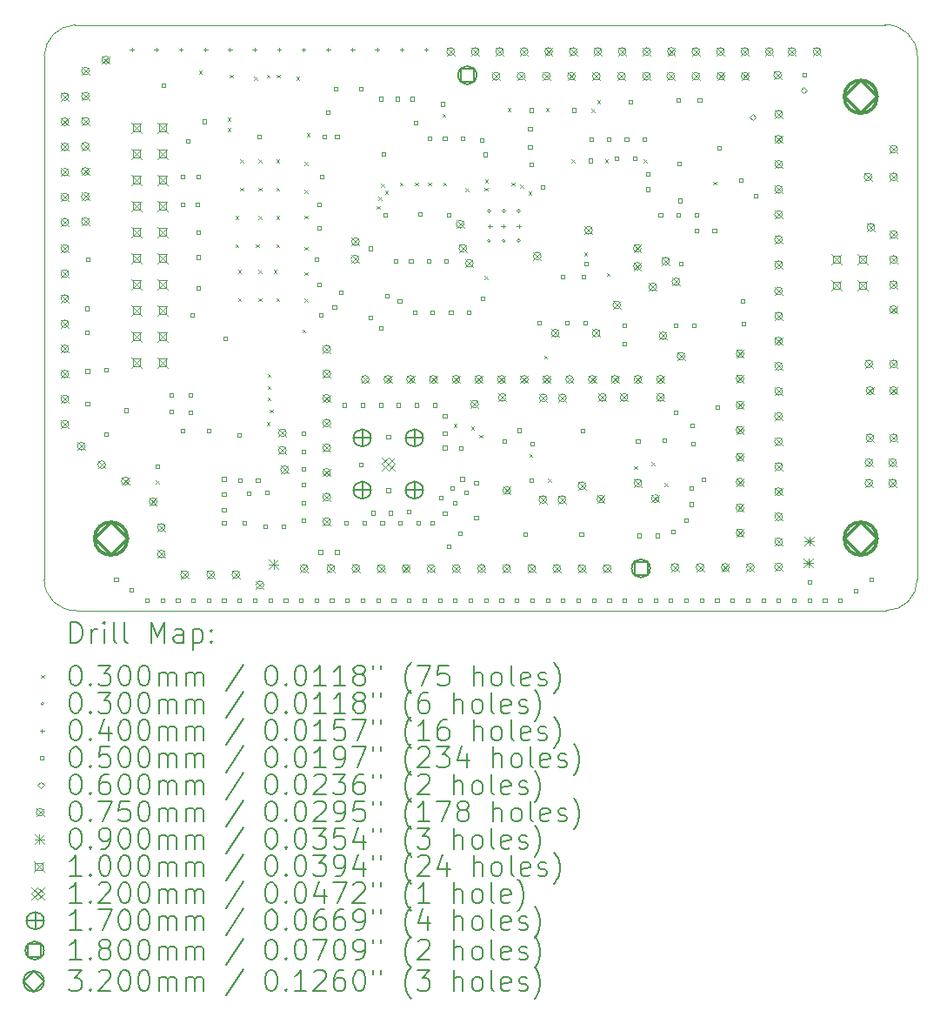
<source format=gbr>
%TF.GenerationSoftware,KiCad,Pcbnew,8.0.9-8.0.9-0~ubuntu22.04.1*%
%TF.CreationDate,2025-06-08T18:35:52+02:00*%
%TF.ProjectId,LO_synth_ADF4351_module,4c4f5f73-796e-4746-985f-414446343335,rev?*%
%TF.SameCoordinates,Original*%
%TF.FileFunction,Drillmap*%
%TF.FilePolarity,Positive*%
%FSLAX45Y45*%
G04 Gerber Fmt 4.5, Leading zero omitted, Abs format (unit mm)*
G04 Created by KiCad (PCBNEW 8.0.9-8.0.9-0~ubuntu22.04.1) date 2025-06-08 18:35:52*
%MOMM*%
%LPD*%
G01*
G04 APERTURE LIST*
%ADD10C,0.050000*%
%ADD11C,0.200000*%
%ADD12C,0.100000*%
%ADD13C,0.120000*%
%ADD14C,0.170000*%
%ADD15C,0.180000*%
%ADD16C,0.320000*%
G04 APERTURE END LIST*
D10*
X6299774Y-3600235D02*
G75*
G02*
X6600000Y-3300000I312365J-12130D01*
G01*
X14487878Y-3300000D02*
G75*
G02*
X14800005Y-3599755I12122J-299760D01*
G01*
X14800000Y-8700000D02*
G75*
G02*
X14500000Y-9000000I-300000J0D01*
G01*
X14500000Y-9000000D02*
X6612132Y-9000000D01*
X6300000Y-8700000D02*
X6300000Y-3600000D01*
X14800000Y-3600000D02*
X14800000Y-8700000D01*
X6600000Y-3299755D02*
X14487878Y-3300000D01*
X6612132Y-9000000D02*
G75*
G02*
X6299755Y-8700000I-12132J300000D01*
G01*
D11*
D12*
X7385000Y-7735000D02*
X7415000Y-7765000D01*
X7415000Y-7735000D02*
X7385000Y-7765000D01*
X7805000Y-3745000D02*
X7835000Y-3775000D01*
X7835000Y-3745000D02*
X7805000Y-3775000D01*
X8085000Y-4205000D02*
X8115000Y-4235000D01*
X8115000Y-4205000D02*
X8085000Y-4235000D01*
X8085000Y-4305000D02*
X8115000Y-4335000D01*
X8115000Y-4305000D02*
X8085000Y-4335000D01*
X8105328Y-3784496D02*
X8135328Y-3814496D01*
X8135328Y-3784496D02*
X8105328Y-3814496D01*
X8160000Y-5160000D02*
X8190000Y-5190000D01*
X8190000Y-5160000D02*
X8160000Y-5190000D01*
X8160000Y-5435000D02*
X8190000Y-5465000D01*
X8190000Y-5435000D02*
X8160000Y-5465000D01*
X8185000Y-5685000D02*
X8215000Y-5715000D01*
X8215000Y-5685000D02*
X8185000Y-5715000D01*
X8185000Y-5960000D02*
X8215000Y-5990000D01*
X8215000Y-5960000D02*
X8185000Y-5990000D01*
X8210000Y-4610000D02*
X8240000Y-4640000D01*
X8240000Y-4610000D02*
X8210000Y-4640000D01*
X8210000Y-4885000D02*
X8240000Y-4915000D01*
X8240000Y-4885000D02*
X8210000Y-4915000D01*
X8345000Y-3805000D02*
X8375000Y-3835000D01*
X8375000Y-3805000D02*
X8345000Y-3835000D01*
X8360000Y-5435000D02*
X8390000Y-5465000D01*
X8390000Y-5435000D02*
X8360000Y-5465000D01*
X8385000Y-4610000D02*
X8415000Y-4640000D01*
X8415000Y-4610000D02*
X8385000Y-4640000D01*
X8385000Y-4885000D02*
X8415000Y-4915000D01*
X8415000Y-4885000D02*
X8385000Y-4915000D01*
X8385000Y-5160000D02*
X8415000Y-5190000D01*
X8415000Y-5160000D02*
X8385000Y-5190000D01*
X8385000Y-5685000D02*
X8415000Y-5715000D01*
X8415000Y-5685000D02*
X8385000Y-5715000D01*
X8385000Y-5960000D02*
X8415000Y-5990000D01*
X8415000Y-5960000D02*
X8385000Y-5990000D01*
X8465000Y-3785000D02*
X8495000Y-3815000D01*
X8495000Y-3785000D02*
X8465000Y-3815000D01*
X8465000Y-7165000D02*
X8495000Y-7195000D01*
X8495000Y-7165000D02*
X8465000Y-7195000D01*
X8475000Y-6695000D02*
X8505000Y-6725000D01*
X8505000Y-6695000D02*
X8475000Y-6725000D01*
X8475000Y-6815000D02*
X8505000Y-6845000D01*
X8505000Y-6815000D02*
X8475000Y-6845000D01*
X8475000Y-6925000D02*
X8505000Y-6955000D01*
X8505000Y-6925000D02*
X8475000Y-6955000D01*
X8495000Y-7045000D02*
X8525000Y-7075000D01*
X8525000Y-7045000D02*
X8495000Y-7075000D01*
X8535000Y-5685000D02*
X8565000Y-5715000D01*
X8565000Y-5685000D02*
X8535000Y-5715000D01*
X8560000Y-4610000D02*
X8590000Y-4640000D01*
X8590000Y-4610000D02*
X8560000Y-4640000D01*
X8560000Y-4885000D02*
X8590000Y-4915000D01*
X8590000Y-4885000D02*
X8560000Y-4915000D01*
X8560000Y-5160000D02*
X8590000Y-5190000D01*
X8590000Y-5160000D02*
X8560000Y-5190000D01*
X8560000Y-5435000D02*
X8590000Y-5465000D01*
X8590000Y-5435000D02*
X8560000Y-5465000D01*
X8560000Y-5960000D02*
X8590000Y-5990000D01*
X8590000Y-5960000D02*
X8560000Y-5990000D01*
X8565000Y-3785000D02*
X8595000Y-3815000D01*
X8595000Y-3785000D02*
X8565000Y-3815000D01*
X8755230Y-3807300D02*
X8785230Y-3837300D01*
X8785230Y-3807300D02*
X8755230Y-3837300D01*
X8815000Y-6265000D02*
X8845000Y-6295000D01*
X8845000Y-6265000D02*
X8815000Y-6295000D01*
X8835000Y-4635000D02*
X8865000Y-4665000D01*
X8865000Y-4635000D02*
X8835000Y-4665000D01*
X8835000Y-4905000D02*
X8865000Y-4935000D01*
X8865000Y-4905000D02*
X8835000Y-4935000D01*
X8835000Y-5155000D02*
X8865000Y-5185000D01*
X8865000Y-5155000D02*
X8835000Y-5185000D01*
X8835000Y-5460000D02*
X8865000Y-5490000D01*
X8865000Y-5460000D02*
X8835000Y-5490000D01*
X8835000Y-5705000D02*
X8865000Y-5735000D01*
X8865000Y-5705000D02*
X8835000Y-5735000D01*
X8835000Y-5965000D02*
X8865000Y-5995000D01*
X8865000Y-5965000D02*
X8835000Y-5995000D01*
X8855000Y-4355000D02*
X8885000Y-4385000D01*
X8885000Y-4355000D02*
X8855000Y-4385000D01*
X9539490Y-5061345D02*
X9569490Y-5091345D01*
X9569490Y-5061345D02*
X9539490Y-5091345D01*
X9553542Y-4975000D02*
X9583542Y-5005000D01*
X9583542Y-4975000D02*
X9553542Y-5005000D01*
X9579514Y-4845321D02*
X9609514Y-4875321D01*
X9609514Y-4845321D02*
X9579514Y-4875321D01*
X9618819Y-4915000D02*
X9648819Y-4945000D01*
X9648819Y-4915000D02*
X9618819Y-4945000D01*
X9760000Y-4835000D02*
X9790000Y-4865000D01*
X9790000Y-4835000D02*
X9760000Y-4865000D01*
X9910000Y-4835000D02*
X9940000Y-4865000D01*
X9940000Y-4835000D02*
X9910000Y-4865000D01*
X10035000Y-4835000D02*
X10065000Y-4865000D01*
X10065000Y-4835000D02*
X10035000Y-4865000D01*
X10175000Y-4165000D02*
X10205000Y-4195000D01*
X10205000Y-4165000D02*
X10175000Y-4195000D01*
X10185000Y-4835000D02*
X10215000Y-4865000D01*
X10215000Y-4835000D02*
X10185000Y-4865000D01*
X10285000Y-7185000D02*
X10315000Y-7215000D01*
X10315000Y-7185000D02*
X10285000Y-7215000D01*
X10399172Y-4887707D02*
X10429172Y-4917707D01*
X10429172Y-4887707D02*
X10399172Y-4917707D01*
X10455000Y-7210000D02*
X10485000Y-7240000D01*
X10485000Y-7210000D02*
X10455000Y-7240000D01*
X10535000Y-7290000D02*
X10565000Y-7320000D01*
X10565000Y-7290000D02*
X10535000Y-7320000D01*
X10585000Y-4885000D02*
X10615000Y-4915000D01*
X10615000Y-4885000D02*
X10585000Y-4915000D01*
X10585000Y-5745000D02*
X10615000Y-5775000D01*
X10615000Y-5745000D02*
X10585000Y-5775000D01*
X10589862Y-4805138D02*
X10619862Y-4835138D01*
X10619862Y-4805138D02*
X10589862Y-4835138D01*
X10810000Y-4110000D02*
X10840000Y-4140000D01*
X10840000Y-4110000D02*
X10810000Y-4140000D01*
X10847700Y-4835000D02*
X10877700Y-4865000D01*
X10877700Y-4835000D02*
X10847700Y-4865000D01*
X10935000Y-4855000D02*
X10965000Y-4885000D01*
X10965000Y-4855000D02*
X10935000Y-4885000D01*
X11016314Y-4924196D02*
X11046314Y-4954196D01*
X11046314Y-4924196D02*
X11016314Y-4954196D01*
X11025000Y-7475000D02*
X11055000Y-7505000D01*
X11055000Y-7475000D02*
X11025000Y-7505000D01*
X11167500Y-6517500D02*
X11197500Y-6547500D01*
X11197500Y-6517500D02*
X11167500Y-6547500D01*
X11185000Y-4110000D02*
X11215000Y-4140000D01*
X11215000Y-4110000D02*
X11185000Y-4140000D01*
X11205000Y-7715000D02*
X11235000Y-7745000D01*
X11235000Y-7715000D02*
X11205000Y-7745000D01*
X11435000Y-4610000D02*
X11465000Y-4640000D01*
X11465000Y-4610000D02*
X11435000Y-4640000D01*
X11555000Y-5515000D02*
X11585000Y-5545000D01*
X11585000Y-5515000D02*
X11555000Y-5545000D01*
X11630000Y-4120000D02*
X11660000Y-4150000D01*
X11660000Y-4120000D02*
X11630000Y-4150000D01*
X11685000Y-4035000D02*
X11715000Y-4065000D01*
X11715000Y-4035000D02*
X11685000Y-4065000D01*
X11760000Y-4610000D02*
X11790000Y-4640000D01*
X11790000Y-4610000D02*
X11760000Y-4640000D01*
X11775000Y-5715000D02*
X11805000Y-5745000D01*
X11805000Y-5715000D02*
X11775000Y-5745000D01*
X12045000Y-7595000D02*
X12075000Y-7625000D01*
X12075000Y-7595000D02*
X12045000Y-7625000D01*
X12135000Y-4610000D02*
X12165000Y-4640000D01*
X12165000Y-4610000D02*
X12135000Y-4640000D01*
X12215000Y-7555000D02*
X12245000Y-7585000D01*
X12245000Y-7555000D02*
X12215000Y-7585000D01*
X12340000Y-7760000D02*
X12370000Y-7790000D01*
X12370000Y-7760000D02*
X12340000Y-7790000D01*
X12815000Y-4825000D02*
X12845000Y-4855000D01*
X12845000Y-4825000D02*
X12815000Y-4855000D01*
X10645000Y-5111250D02*
G75*
G02*
X10615000Y-5111250I-15000J0D01*
G01*
X10615000Y-5111250D02*
G75*
G02*
X10645000Y-5111250I15000J0D01*
G01*
X10645000Y-5401250D02*
G75*
G02*
X10615000Y-5401250I-15000J0D01*
G01*
X10615000Y-5401250D02*
G75*
G02*
X10645000Y-5401250I15000J0D01*
G01*
X10790000Y-5111250D02*
G75*
G02*
X10760000Y-5111250I-15000J0D01*
G01*
X10760000Y-5111250D02*
G75*
G02*
X10790000Y-5111250I15000J0D01*
G01*
X10790000Y-5401250D02*
G75*
G02*
X10760000Y-5401250I-15000J0D01*
G01*
X10760000Y-5401250D02*
G75*
G02*
X10790000Y-5401250I15000J0D01*
G01*
X10935000Y-5111250D02*
G75*
G02*
X10905000Y-5111250I-15000J0D01*
G01*
X10905000Y-5111250D02*
G75*
G02*
X10935000Y-5111250I15000J0D01*
G01*
X10935000Y-5401250D02*
G75*
G02*
X10905000Y-5401250I-15000J0D01*
G01*
X10905000Y-5401250D02*
G75*
G02*
X10935000Y-5401250I15000J0D01*
G01*
X7153242Y-3520000D02*
X7153242Y-3560000D01*
X7133242Y-3540000D02*
X7173242Y-3540000D01*
X7392038Y-3520000D02*
X7392038Y-3560000D01*
X7372038Y-3540000D02*
X7412038Y-3540000D01*
X7630834Y-3520000D02*
X7630834Y-3560000D01*
X7610834Y-3540000D02*
X7650834Y-3540000D01*
X7869630Y-3520000D02*
X7869630Y-3560000D01*
X7849630Y-3540000D02*
X7889630Y-3540000D01*
X8108427Y-3520000D02*
X8108427Y-3560000D01*
X8088427Y-3540000D02*
X8128427Y-3540000D01*
X8347223Y-3520000D02*
X8347223Y-3560000D01*
X8327223Y-3540000D02*
X8367223Y-3540000D01*
X8586019Y-3520000D02*
X8586019Y-3560000D01*
X8566019Y-3540000D02*
X8606019Y-3540000D01*
X8824815Y-3520000D02*
X8824815Y-3560000D01*
X8804815Y-3540000D02*
X8844815Y-3540000D01*
X9063611Y-3520000D02*
X9063611Y-3560000D01*
X9043611Y-3540000D02*
X9083611Y-3540000D01*
X9302408Y-3520000D02*
X9302408Y-3560000D01*
X9282408Y-3540000D02*
X9322408Y-3540000D01*
X9541204Y-3520000D02*
X9541204Y-3560000D01*
X9521204Y-3540000D02*
X9561204Y-3540000D01*
X9780000Y-3520000D02*
X9780000Y-3560000D01*
X9760000Y-3540000D02*
X9800000Y-3540000D01*
X10018796Y-3520000D02*
X10018796Y-3560000D01*
X9998796Y-3540000D02*
X10038796Y-3540000D01*
X10640000Y-5240000D02*
X10640000Y-5280000D01*
X10620000Y-5260000D02*
X10660000Y-5260000D01*
X10770000Y-5240000D02*
X10770000Y-5280000D01*
X10750000Y-5260000D02*
X10790000Y-5260000D01*
X10920000Y-5240000D02*
X10920000Y-5280000D01*
X10900000Y-5260000D02*
X10940000Y-5260000D01*
X6730178Y-6077678D02*
X6730178Y-6042322D01*
X6694822Y-6042322D01*
X6694822Y-6077678D01*
X6730178Y-6077678D01*
X6730178Y-6307678D02*
X6730178Y-6272322D01*
X6694822Y-6272322D01*
X6694822Y-6307678D01*
X6730178Y-6307678D01*
X6737678Y-6687678D02*
X6737678Y-6652322D01*
X6702322Y-6652322D01*
X6702322Y-6687678D01*
X6737678Y-6687678D01*
X6737678Y-7007678D02*
X6737678Y-6972322D01*
X6702322Y-6972322D01*
X6702322Y-7007678D01*
X6737678Y-7007678D01*
X6740178Y-5597678D02*
X6740178Y-5562322D01*
X6704822Y-5562322D01*
X6704822Y-5597678D01*
X6740178Y-5597678D01*
X6917678Y-7297678D02*
X6917678Y-7262322D01*
X6882322Y-7262322D01*
X6882322Y-7297678D01*
X6917678Y-7297678D01*
X6921428Y-6677678D02*
X6921428Y-6642322D01*
X6886072Y-6642322D01*
X6886072Y-6677678D01*
X6921428Y-6677678D01*
X7017678Y-8717678D02*
X7017678Y-8682322D01*
X6982322Y-8682322D01*
X6982322Y-8717678D01*
X7017678Y-8717678D01*
X7117678Y-7067678D02*
X7117678Y-7032322D01*
X7082322Y-7032322D01*
X7082322Y-7067678D01*
X7117678Y-7067678D01*
X7167678Y-8817678D02*
X7167678Y-8782322D01*
X7132322Y-8782322D01*
X7132322Y-8817678D01*
X7167678Y-8817678D01*
X7317678Y-8917678D02*
X7317678Y-8882322D01*
X7282322Y-8882322D01*
X7282322Y-8917678D01*
X7317678Y-8917678D01*
X7417678Y-7617678D02*
X7417678Y-7582322D01*
X7382322Y-7582322D01*
X7382322Y-7617678D01*
X7417678Y-7617678D01*
X7467678Y-8917678D02*
X7467678Y-8882322D01*
X7432322Y-8882322D01*
X7432322Y-8917678D01*
X7467678Y-8917678D01*
X7477678Y-3903928D02*
X7477678Y-3868572D01*
X7442322Y-3868572D01*
X7442322Y-3903928D01*
X7477678Y-3903928D01*
X7557678Y-6917678D02*
X7557678Y-6882322D01*
X7522322Y-6882322D01*
X7522322Y-6917678D01*
X7557678Y-6917678D01*
X7557678Y-7077678D02*
X7557678Y-7042322D01*
X7522322Y-7042322D01*
X7522322Y-7077678D01*
X7557678Y-7077678D01*
X7617678Y-8917678D02*
X7617678Y-8882322D01*
X7582322Y-8882322D01*
X7582322Y-8917678D01*
X7617678Y-8917678D01*
X7667678Y-4792678D02*
X7667678Y-4757322D01*
X7632322Y-4757322D01*
X7632322Y-4792678D01*
X7667678Y-4792678D01*
X7667678Y-5067678D02*
X7667678Y-5032322D01*
X7632322Y-5032322D01*
X7632322Y-5067678D01*
X7667678Y-5067678D01*
X7667678Y-7267678D02*
X7667678Y-7232322D01*
X7632322Y-7232322D01*
X7632322Y-7267678D01*
X7667678Y-7267678D01*
X7717678Y-4447678D02*
X7717678Y-4412322D01*
X7682322Y-4412322D01*
X7682322Y-4447678D01*
X7717678Y-4447678D01*
X7742678Y-6917678D02*
X7742678Y-6882322D01*
X7707322Y-6882322D01*
X7707322Y-6917678D01*
X7742678Y-6917678D01*
X7742678Y-7092678D02*
X7742678Y-7057322D01*
X7707322Y-7057322D01*
X7707322Y-7092678D01*
X7742678Y-7092678D01*
X7757678Y-6137678D02*
X7757678Y-6102322D01*
X7722322Y-6102322D01*
X7722322Y-6137678D01*
X7757678Y-6137678D01*
X7767678Y-8917678D02*
X7767678Y-8882322D01*
X7732322Y-8882322D01*
X7732322Y-8917678D01*
X7767678Y-8917678D01*
X7806428Y-5067678D02*
X7806428Y-5032322D01*
X7771072Y-5032322D01*
X7771072Y-5067678D01*
X7806428Y-5067678D01*
X7816428Y-5337678D02*
X7816428Y-5302322D01*
X7781072Y-5302322D01*
X7781072Y-5337678D01*
X7816428Y-5337678D01*
X7817678Y-4797678D02*
X7817678Y-4762322D01*
X7782322Y-4762322D01*
X7782322Y-4797678D01*
X7817678Y-4797678D01*
X7817678Y-5577678D02*
X7817678Y-5542322D01*
X7782322Y-5542322D01*
X7782322Y-5577678D01*
X7817678Y-5577678D01*
X7817678Y-5877678D02*
X7817678Y-5842322D01*
X7782322Y-5842322D01*
X7782322Y-5877678D01*
X7817678Y-5877678D01*
X7877678Y-4257678D02*
X7877678Y-4222322D01*
X7842322Y-4222322D01*
X7842322Y-4257678D01*
X7877678Y-4257678D01*
X7917678Y-7267678D02*
X7917678Y-7232322D01*
X7882322Y-7232322D01*
X7882322Y-7267678D01*
X7917678Y-7267678D01*
X7917678Y-8917678D02*
X7917678Y-8882322D01*
X7882322Y-8882322D01*
X7882322Y-8917678D01*
X7917678Y-8917678D01*
X8067678Y-7737678D02*
X8067678Y-7702322D01*
X8032322Y-7702322D01*
X8032322Y-7737678D01*
X8067678Y-7737678D01*
X8067678Y-7887678D02*
X8067678Y-7852322D01*
X8032322Y-7852322D01*
X8032322Y-7887678D01*
X8067678Y-7887678D01*
X8067678Y-8037678D02*
X8067678Y-8002322D01*
X8032322Y-8002322D01*
X8032322Y-8037678D01*
X8067678Y-8037678D01*
X8067678Y-8167678D02*
X8067678Y-8132322D01*
X8032322Y-8132322D01*
X8032322Y-8167678D01*
X8067678Y-8167678D01*
X8067678Y-8917678D02*
X8067678Y-8882322D01*
X8032322Y-8882322D01*
X8032322Y-8917678D01*
X8067678Y-8917678D01*
X8077678Y-6367678D02*
X8077678Y-6332322D01*
X8042322Y-6332322D01*
X8042322Y-6367678D01*
X8077678Y-6367678D01*
X8217678Y-7307678D02*
X8217678Y-7272322D01*
X8182322Y-7272322D01*
X8182322Y-7307678D01*
X8217678Y-7307678D01*
X8217678Y-8917678D02*
X8217678Y-8882322D01*
X8182322Y-8882322D01*
X8182322Y-8917678D01*
X8217678Y-8917678D01*
X8222678Y-7747678D02*
X8222678Y-7712322D01*
X8187322Y-7712322D01*
X8187322Y-7747678D01*
X8222678Y-7747678D01*
X8267678Y-8167678D02*
X8267678Y-8132322D01*
X8232322Y-8132322D01*
X8232322Y-8167678D01*
X8267678Y-8167678D01*
X8307678Y-7877678D02*
X8307678Y-7842322D01*
X8272322Y-7842322D01*
X8272322Y-7877678D01*
X8307678Y-7877678D01*
X8367678Y-8917678D02*
X8367678Y-8882322D01*
X8332322Y-8882322D01*
X8332322Y-8917678D01*
X8367678Y-8917678D01*
X8397678Y-7747678D02*
X8397678Y-7712322D01*
X8362322Y-7712322D01*
X8362322Y-7747678D01*
X8397678Y-7747678D01*
X8407678Y-4407678D02*
X8407678Y-4372322D01*
X8372322Y-4372322D01*
X8372322Y-4407678D01*
X8407678Y-4407678D01*
X8467678Y-8197678D02*
X8467678Y-8162322D01*
X8432322Y-8162322D01*
X8432322Y-8197678D01*
X8467678Y-8197678D01*
X8487678Y-7867678D02*
X8487678Y-7832322D01*
X8452322Y-7832322D01*
X8452322Y-7867678D01*
X8487678Y-7867678D01*
X8517678Y-8917678D02*
X8517678Y-8882322D01*
X8482322Y-8882322D01*
X8482322Y-8917678D01*
X8517678Y-8917678D01*
X8647678Y-8197678D02*
X8647678Y-8162322D01*
X8612322Y-8162322D01*
X8612322Y-8197678D01*
X8647678Y-8197678D01*
X8667678Y-8917678D02*
X8667678Y-8882322D01*
X8632322Y-8882322D01*
X8632322Y-8917678D01*
X8667678Y-8917678D01*
X8817678Y-8917678D02*
X8817678Y-8882322D01*
X8782322Y-8882322D01*
X8782322Y-8917678D01*
X8817678Y-8917678D01*
X8842678Y-7292678D02*
X8842678Y-7257322D01*
X8807322Y-7257322D01*
X8807322Y-7292678D01*
X8842678Y-7292678D01*
X8842678Y-7467678D02*
X8842678Y-7432322D01*
X8807322Y-7432322D01*
X8807322Y-7467678D01*
X8842678Y-7467678D01*
X8842678Y-7642678D02*
X8842678Y-7607322D01*
X8807322Y-7607322D01*
X8807322Y-7642678D01*
X8842678Y-7642678D01*
X8842678Y-7792678D02*
X8842678Y-7757322D01*
X8807322Y-7757322D01*
X8807322Y-7792678D01*
X8842678Y-7792678D01*
X8842678Y-7967678D02*
X8842678Y-7932322D01*
X8807322Y-7932322D01*
X8807322Y-7967678D01*
X8842678Y-7967678D01*
X8842678Y-8142678D02*
X8842678Y-8107322D01*
X8807322Y-8107322D01*
X8807322Y-8142678D01*
X8842678Y-8142678D01*
X8967678Y-5597678D02*
X8967678Y-5562322D01*
X8932322Y-5562322D01*
X8932322Y-5597678D01*
X8967678Y-5597678D01*
X8967678Y-8917678D02*
X8967678Y-8882322D01*
X8932322Y-8882322D01*
X8932322Y-8917678D01*
X8967678Y-8917678D01*
X8992678Y-5067678D02*
X8992678Y-5032322D01*
X8957322Y-5032322D01*
X8957322Y-5067678D01*
X8992678Y-5067678D01*
X8992678Y-5292678D02*
X8992678Y-5257322D01*
X8957322Y-5257322D01*
X8957322Y-5292678D01*
X8992678Y-5292678D01*
X8997678Y-5842678D02*
X8997678Y-5807322D01*
X8962322Y-5807322D01*
X8962322Y-5842678D01*
X8997678Y-5842678D01*
X9007678Y-8447678D02*
X9007678Y-8412322D01*
X8972322Y-8412322D01*
X8972322Y-8447678D01*
X9007678Y-8447678D01*
X9008928Y-6137678D02*
X9008928Y-6102322D01*
X8973572Y-6102322D01*
X8973572Y-6137678D01*
X9008928Y-6137678D01*
X9017678Y-4792678D02*
X9017678Y-4757322D01*
X8982322Y-4757322D01*
X8982322Y-4792678D01*
X9017678Y-4792678D01*
X9047678Y-4407678D02*
X9047678Y-4372322D01*
X9012322Y-4372322D01*
X9012322Y-4407678D01*
X9047678Y-4407678D01*
X9077678Y-4167678D02*
X9077678Y-4132322D01*
X9042322Y-4132322D01*
X9042322Y-4167678D01*
X9077678Y-4167678D01*
X9117678Y-8917678D02*
X9117678Y-8882322D01*
X9082322Y-8882322D01*
X9082322Y-8917678D01*
X9117678Y-8917678D01*
X9142678Y-6067678D02*
X9142678Y-6032322D01*
X9107322Y-6032322D01*
X9107322Y-6067678D01*
X9142678Y-6067678D01*
X9157678Y-3937678D02*
X9157678Y-3902322D01*
X9122322Y-3902322D01*
X9122322Y-3937678D01*
X9157678Y-3937678D01*
X9167678Y-4407678D02*
X9167678Y-4372322D01*
X9132322Y-4372322D01*
X9132322Y-4407678D01*
X9167678Y-4407678D01*
X9167678Y-8447678D02*
X9167678Y-8412322D01*
X9132322Y-8412322D01*
X9132322Y-8447678D01*
X9167678Y-8447678D01*
X9207678Y-5917678D02*
X9207678Y-5882322D01*
X9172322Y-5882322D01*
X9172322Y-5917678D01*
X9207678Y-5917678D01*
X9242678Y-7017678D02*
X9242678Y-6982322D01*
X9207322Y-6982322D01*
X9207322Y-7017678D01*
X9242678Y-7017678D01*
X9257678Y-8167678D02*
X9257678Y-8132322D01*
X9222322Y-8132322D01*
X9222322Y-8167678D01*
X9257678Y-8167678D01*
X9267678Y-8917678D02*
X9267678Y-8882322D01*
X9232322Y-8882322D01*
X9232322Y-8917678D01*
X9267678Y-8917678D01*
X9397678Y-3937678D02*
X9397678Y-3902322D01*
X9362322Y-3902322D01*
X9362322Y-3937678D01*
X9397678Y-3937678D01*
X9397678Y-7597678D02*
X9397678Y-7562322D01*
X9362322Y-7562322D01*
X9362322Y-7597678D01*
X9397678Y-7597678D01*
X9417678Y-7017678D02*
X9417678Y-6982322D01*
X9382322Y-6982322D01*
X9382322Y-7017678D01*
X9417678Y-7017678D01*
X9417678Y-8917678D02*
X9417678Y-8882322D01*
X9382322Y-8882322D01*
X9382322Y-8917678D01*
X9417678Y-8917678D01*
X9432678Y-8167678D02*
X9432678Y-8132322D01*
X9397322Y-8132322D01*
X9397322Y-8167678D01*
X9432678Y-8167678D01*
X9492678Y-5492678D02*
X9492678Y-5457322D01*
X9457322Y-5457322D01*
X9457322Y-5492678D01*
X9492678Y-5492678D01*
X9492678Y-6167678D02*
X9492678Y-6132322D01*
X9457322Y-6132322D01*
X9457322Y-6167678D01*
X9492678Y-6167678D01*
X9517678Y-8067678D02*
X9517678Y-8032322D01*
X9482322Y-8032322D01*
X9482322Y-8067678D01*
X9517678Y-8067678D01*
X9567678Y-8917678D02*
X9567678Y-8882322D01*
X9532322Y-8882322D01*
X9532322Y-8917678D01*
X9567678Y-8917678D01*
X9592678Y-6267678D02*
X9592678Y-6232322D01*
X9557322Y-6232322D01*
X9557322Y-6267678D01*
X9592678Y-6267678D01*
X9592678Y-7017678D02*
X9592678Y-6982322D01*
X9557322Y-6982322D01*
X9557322Y-7017678D01*
X9592678Y-7017678D01*
X9597678Y-4037678D02*
X9597678Y-4002322D01*
X9562322Y-4002322D01*
X9562322Y-4037678D01*
X9597678Y-4037678D01*
X9607678Y-8167678D02*
X9607678Y-8132322D01*
X9572322Y-8132322D01*
X9572322Y-8167678D01*
X9607678Y-8167678D01*
X9617678Y-4577678D02*
X9617678Y-4542322D01*
X9582322Y-4542322D01*
X9582322Y-4577678D01*
X9617678Y-4577678D01*
X9637678Y-5169578D02*
X9637678Y-5134222D01*
X9602322Y-5134222D01*
X9602322Y-5169578D01*
X9637678Y-5169578D01*
X9657678Y-5957678D02*
X9657678Y-5922322D01*
X9622322Y-5922322D01*
X9622322Y-5957678D01*
X9657678Y-5957678D01*
X9667678Y-7327678D02*
X9667678Y-7292322D01*
X9632322Y-7292322D01*
X9632322Y-7327678D01*
X9667678Y-7327678D01*
X9667678Y-7847678D02*
X9667678Y-7812322D01*
X9632322Y-7812322D01*
X9632322Y-7847678D01*
X9667678Y-7847678D01*
X9687678Y-8067678D02*
X9687678Y-8032322D01*
X9652322Y-8032322D01*
X9652322Y-8067678D01*
X9687678Y-8067678D01*
X9717678Y-8917678D02*
X9717678Y-8882322D01*
X9682322Y-8882322D01*
X9682322Y-8917678D01*
X9717678Y-8917678D01*
X9737678Y-5617678D02*
X9737678Y-5582322D01*
X9702322Y-5582322D01*
X9702322Y-5617678D01*
X9737678Y-5617678D01*
X9757678Y-4037678D02*
X9757678Y-4002322D01*
X9722322Y-4002322D01*
X9722322Y-4037678D01*
X9757678Y-4037678D01*
X9767678Y-7017678D02*
X9767678Y-6982322D01*
X9732322Y-6982322D01*
X9732322Y-7017678D01*
X9767678Y-7017678D01*
X9777678Y-6007678D02*
X9777678Y-5972322D01*
X9742322Y-5972322D01*
X9742322Y-6007678D01*
X9777678Y-6007678D01*
X9782678Y-8167678D02*
X9782678Y-8132322D01*
X9747322Y-8132322D01*
X9747322Y-8167678D01*
X9782678Y-8167678D01*
X9867678Y-8057678D02*
X9867678Y-8022322D01*
X9832322Y-8022322D01*
X9832322Y-8057678D01*
X9867678Y-8057678D01*
X9867678Y-8917678D02*
X9867678Y-8882322D01*
X9832322Y-8882322D01*
X9832322Y-8917678D01*
X9867678Y-8917678D01*
X9887678Y-5617678D02*
X9887678Y-5582322D01*
X9852322Y-5582322D01*
X9852322Y-5617678D01*
X9887678Y-5617678D01*
X9897678Y-4037678D02*
X9897678Y-4002322D01*
X9862322Y-4002322D01*
X9862322Y-4037678D01*
X9897678Y-4037678D01*
X9927678Y-6117678D02*
X9927678Y-6082322D01*
X9892322Y-6082322D01*
X9892322Y-6117678D01*
X9927678Y-6117678D01*
X9930846Y-4270816D02*
X9930846Y-4235460D01*
X9895490Y-4235460D01*
X9895490Y-4270816D01*
X9930846Y-4270816D01*
X9942678Y-7017678D02*
X9942678Y-6982322D01*
X9907322Y-6982322D01*
X9907322Y-7017678D01*
X9942678Y-7017678D01*
X9957678Y-8167678D02*
X9957678Y-8132322D01*
X9922322Y-8132322D01*
X9922322Y-8167678D01*
X9957678Y-8167678D01*
X9977678Y-5157678D02*
X9977678Y-5122322D01*
X9942322Y-5122322D01*
X9942322Y-5157678D01*
X9977678Y-5157678D01*
X10017678Y-8917678D02*
X10017678Y-8882322D01*
X9982322Y-8882322D01*
X9982322Y-8917678D01*
X10017678Y-8917678D01*
X10057678Y-5617678D02*
X10057678Y-5582322D01*
X10022322Y-5582322D01*
X10022322Y-5617678D01*
X10057678Y-5617678D01*
X10067678Y-4423928D02*
X10067678Y-4388572D01*
X10032322Y-4388572D01*
X10032322Y-4423928D01*
X10067678Y-4423928D01*
X10097678Y-6117678D02*
X10097678Y-6082322D01*
X10062322Y-6082322D01*
X10062322Y-6117678D01*
X10097678Y-6117678D01*
X10097678Y-8167678D02*
X10097678Y-8132322D01*
X10062322Y-8132322D01*
X10062322Y-8167678D01*
X10097678Y-8167678D01*
X10117678Y-7017678D02*
X10117678Y-6982322D01*
X10082322Y-6982322D01*
X10082322Y-7017678D01*
X10117678Y-7017678D01*
X10167678Y-8917678D02*
X10167678Y-8882322D01*
X10132322Y-8882322D01*
X10132322Y-8917678D01*
X10167678Y-8917678D01*
X10177678Y-7917678D02*
X10177678Y-7882322D01*
X10142322Y-7882322D01*
X10142322Y-7917678D01*
X10177678Y-7917678D01*
X10197678Y-4087678D02*
X10197678Y-4052322D01*
X10162322Y-4052322D01*
X10162322Y-4087678D01*
X10197678Y-4087678D01*
X10217678Y-4423928D02*
X10217678Y-4388572D01*
X10182322Y-4388572D01*
X10182322Y-4423928D01*
X10217678Y-4423928D01*
X10217678Y-7122678D02*
X10217678Y-7087322D01*
X10182322Y-7087322D01*
X10182322Y-7122678D01*
X10217678Y-7122678D01*
X10217678Y-7292678D02*
X10217678Y-7257322D01*
X10182322Y-7257322D01*
X10182322Y-7292678D01*
X10217678Y-7292678D01*
X10217678Y-7432678D02*
X10217678Y-7397322D01*
X10182322Y-7397322D01*
X10182322Y-7432678D01*
X10217678Y-7432678D01*
X10217678Y-8072678D02*
X10217678Y-8037322D01*
X10182322Y-8037322D01*
X10182322Y-8072678D01*
X10217678Y-8072678D01*
X10227678Y-5617678D02*
X10227678Y-5582322D01*
X10192322Y-5582322D01*
X10192322Y-5617678D01*
X10227678Y-5617678D01*
X10252678Y-8392678D02*
X10252678Y-8357322D01*
X10217322Y-8357322D01*
X10217322Y-8392678D01*
X10252678Y-8392678D01*
X10257678Y-5167678D02*
X10257678Y-5132322D01*
X10222322Y-5132322D01*
X10222322Y-5167678D01*
X10257678Y-5167678D01*
X10277678Y-6117678D02*
X10277678Y-6082322D01*
X10242322Y-6082322D01*
X10242322Y-6117678D01*
X10277678Y-6117678D01*
X10287678Y-7827678D02*
X10287678Y-7792322D01*
X10252322Y-7792322D01*
X10252322Y-7827678D01*
X10287678Y-7827678D01*
X10317678Y-7967678D02*
X10317678Y-7932322D01*
X10282322Y-7932322D01*
X10282322Y-7967678D01*
X10317678Y-7967678D01*
X10317678Y-8917678D02*
X10317678Y-8882322D01*
X10282322Y-8882322D01*
X10282322Y-8917678D01*
X10317678Y-8917678D01*
X10367678Y-8267678D02*
X10367678Y-8232322D01*
X10332322Y-8232322D01*
X10332322Y-8267678D01*
X10367678Y-8267678D01*
X10377678Y-7437678D02*
X10377678Y-7402322D01*
X10342322Y-7402322D01*
X10342322Y-7437678D01*
X10377678Y-7437678D01*
X10387678Y-7737678D02*
X10387678Y-7702322D01*
X10352322Y-7702322D01*
X10352322Y-7737678D01*
X10387678Y-7737678D01*
X10392678Y-4423928D02*
X10392678Y-4388572D01*
X10357322Y-4388572D01*
X10357322Y-4423928D01*
X10392678Y-4423928D01*
X10422678Y-7867678D02*
X10422678Y-7832322D01*
X10387322Y-7832322D01*
X10387322Y-7867678D01*
X10422678Y-7867678D01*
X10447678Y-6117678D02*
X10447678Y-6082322D01*
X10412322Y-6082322D01*
X10412322Y-6117678D01*
X10447678Y-6117678D01*
X10467678Y-8917678D02*
X10467678Y-8882322D01*
X10432322Y-8882322D01*
X10432322Y-8917678D01*
X10467678Y-8917678D01*
X10522678Y-7772678D02*
X10522678Y-7737322D01*
X10487322Y-7737322D01*
X10487322Y-7772678D01*
X10522678Y-7772678D01*
X10522678Y-8112678D02*
X10522678Y-8077322D01*
X10487322Y-8077322D01*
X10487322Y-8112678D01*
X10522678Y-8112678D01*
X10577678Y-4437678D02*
X10577678Y-4402322D01*
X10542322Y-4402322D01*
X10542322Y-4437678D01*
X10577678Y-4437678D01*
X10587678Y-5977678D02*
X10587678Y-5942322D01*
X10552322Y-5942322D01*
X10552322Y-5977678D01*
X10587678Y-5977678D01*
X10610178Y-4579578D02*
X10610178Y-4544222D01*
X10574822Y-4544222D01*
X10574822Y-4579578D01*
X10610178Y-4579578D01*
X10617678Y-8917678D02*
X10617678Y-8882322D01*
X10582322Y-8882322D01*
X10582322Y-8917678D01*
X10617678Y-8917678D01*
X10767678Y-8917678D02*
X10767678Y-8882322D01*
X10732322Y-8882322D01*
X10732322Y-8917678D01*
X10767678Y-8917678D01*
X10797678Y-7367678D02*
X10797678Y-7332322D01*
X10762322Y-7332322D01*
X10762322Y-7367678D01*
X10797678Y-7367678D01*
X10917678Y-8917678D02*
X10917678Y-8882322D01*
X10882322Y-8882322D01*
X10882322Y-8917678D01*
X10917678Y-8917678D01*
X10942678Y-7262678D02*
X10942678Y-7227322D01*
X10907322Y-7227322D01*
X10907322Y-7262678D01*
X10942678Y-7262678D01*
X10997678Y-8277678D02*
X10997678Y-8242322D01*
X10962322Y-8242322D01*
X10962322Y-8277678D01*
X10997678Y-8277678D01*
X11047678Y-4327678D02*
X11047678Y-4292322D01*
X11012322Y-4292322D01*
X11012322Y-4327678D01*
X11047678Y-4327678D01*
X11047678Y-4507678D02*
X11047678Y-4472322D01*
X11012322Y-4472322D01*
X11012322Y-4507678D01*
X11047678Y-4507678D01*
X11057678Y-4147678D02*
X11057678Y-4112322D01*
X11022322Y-4112322D01*
X11022322Y-4147678D01*
X11057678Y-4147678D01*
X11057678Y-4677678D02*
X11057678Y-4642322D01*
X11022322Y-4642322D01*
X11022322Y-4677678D01*
X11057678Y-4677678D01*
X11057678Y-7747678D02*
X11057678Y-7712322D01*
X11022322Y-7712322D01*
X11022322Y-7747678D01*
X11057678Y-7747678D01*
X11067678Y-7392678D02*
X11067678Y-7357322D01*
X11032322Y-7357322D01*
X11032322Y-7392678D01*
X11067678Y-7392678D01*
X11067678Y-8917678D02*
X11067678Y-8882322D01*
X11032322Y-8882322D01*
X11032322Y-8917678D01*
X11067678Y-8917678D01*
X11137678Y-6217678D02*
X11137678Y-6182322D01*
X11102322Y-6182322D01*
X11102322Y-6217678D01*
X11137678Y-6217678D01*
X11167678Y-4897678D02*
X11167678Y-4862322D01*
X11132322Y-4862322D01*
X11132322Y-4897678D01*
X11167678Y-4897678D01*
X11217678Y-8917678D02*
X11217678Y-8882322D01*
X11182322Y-8882322D01*
X11182322Y-8917678D01*
X11217678Y-8917678D01*
X11367678Y-5767678D02*
X11367678Y-5732322D01*
X11332322Y-5732322D01*
X11332322Y-5767678D01*
X11367678Y-5767678D01*
X11367678Y-8917678D02*
X11367678Y-8882322D01*
X11332322Y-8882322D01*
X11332322Y-8917678D01*
X11367678Y-8917678D01*
X11407678Y-6217678D02*
X11407678Y-6182322D01*
X11372322Y-6182322D01*
X11372322Y-6217678D01*
X11407678Y-6217678D01*
X11477678Y-4147678D02*
X11477678Y-4112322D01*
X11442322Y-4112322D01*
X11442322Y-4147678D01*
X11477678Y-4147678D01*
X11517678Y-8917678D02*
X11517678Y-8882322D01*
X11482322Y-8882322D01*
X11482322Y-8917678D01*
X11517678Y-8917678D01*
X11547678Y-8277678D02*
X11547678Y-8242322D01*
X11512322Y-8242322D01*
X11512322Y-8277678D01*
X11547678Y-8277678D01*
X11557678Y-7267678D02*
X11557678Y-7232322D01*
X11522322Y-7232322D01*
X11522322Y-7267678D01*
X11557678Y-7267678D01*
X11567678Y-5767678D02*
X11567678Y-5732322D01*
X11532322Y-5732322D01*
X11532322Y-5767678D01*
X11567678Y-5767678D01*
X11587678Y-6217678D02*
X11587678Y-6182322D01*
X11552322Y-6182322D01*
X11552322Y-6217678D01*
X11587678Y-6217678D01*
X11592678Y-5642678D02*
X11592678Y-5607322D01*
X11557322Y-5607322D01*
X11557322Y-5642678D01*
X11592678Y-5642678D01*
X11637678Y-4637678D02*
X11637678Y-4602322D01*
X11602322Y-4602322D01*
X11602322Y-4637678D01*
X11637678Y-4637678D01*
X11647678Y-4427678D02*
X11647678Y-4392322D01*
X11612322Y-4392322D01*
X11612322Y-4427678D01*
X11647678Y-4427678D01*
X11667678Y-8917678D02*
X11667678Y-8882322D01*
X11632322Y-8882322D01*
X11632322Y-8917678D01*
X11667678Y-8917678D01*
X11812678Y-4427678D02*
X11812678Y-4392322D01*
X11777322Y-4392322D01*
X11777322Y-4427678D01*
X11812678Y-4427678D01*
X11817678Y-8917678D02*
X11817678Y-8882322D01*
X11782322Y-8882322D01*
X11782322Y-8917678D01*
X11817678Y-8917678D01*
X11892678Y-4617678D02*
X11892678Y-4582322D01*
X11857322Y-4582322D01*
X11857322Y-4617678D01*
X11892678Y-4617678D01*
X11967678Y-6242678D02*
X11967678Y-6207322D01*
X11932322Y-6207322D01*
X11932322Y-6242678D01*
X11967678Y-6242678D01*
X11967678Y-6417678D02*
X11967678Y-6382322D01*
X11932322Y-6382322D01*
X11932322Y-6417678D01*
X11967678Y-6417678D01*
X11967678Y-8917678D02*
X11967678Y-8882322D01*
X11932322Y-8882322D01*
X11932322Y-8917678D01*
X11967678Y-8917678D01*
X11987678Y-4427678D02*
X11987678Y-4392322D01*
X11952322Y-4392322D01*
X11952322Y-4427678D01*
X11987678Y-4427678D01*
X12027678Y-4067678D02*
X12027678Y-4032322D01*
X11992322Y-4032322D01*
X11992322Y-4067678D01*
X12027678Y-4067678D01*
X12067678Y-4617678D02*
X12067678Y-4582322D01*
X12032322Y-4582322D01*
X12032322Y-4617678D01*
X12067678Y-4617678D01*
X12097678Y-7367678D02*
X12097678Y-7332322D01*
X12062322Y-7332322D01*
X12062322Y-7367678D01*
X12097678Y-7367678D01*
X12112678Y-8287678D02*
X12112678Y-8252322D01*
X12077322Y-8252322D01*
X12077322Y-8287678D01*
X12112678Y-8287678D01*
X12117678Y-8917678D02*
X12117678Y-8882322D01*
X12082322Y-8882322D01*
X12082322Y-8917678D01*
X12117678Y-8917678D01*
X12157678Y-4427678D02*
X12157678Y-4392322D01*
X12122322Y-4392322D01*
X12122322Y-4427678D01*
X12157678Y-4427678D01*
X12192678Y-4767678D02*
X12192678Y-4732322D01*
X12157322Y-4732322D01*
X12157322Y-4767678D01*
X12192678Y-4767678D01*
X12192678Y-4917678D02*
X12192678Y-4882322D01*
X12157322Y-4882322D01*
X12157322Y-4917678D01*
X12192678Y-4917678D01*
X12267678Y-8917678D02*
X12267678Y-8882322D01*
X12232322Y-8882322D01*
X12232322Y-8917678D01*
X12267678Y-8917678D01*
X12287678Y-8287678D02*
X12287678Y-8252322D01*
X12252322Y-8252322D01*
X12252322Y-8287678D01*
X12287678Y-8287678D01*
X12317678Y-5167678D02*
X12317678Y-5132322D01*
X12282322Y-5132322D01*
X12282322Y-5167678D01*
X12317678Y-5167678D01*
X12352678Y-7362678D02*
X12352678Y-7327322D01*
X12317322Y-7327322D01*
X12317322Y-7362678D01*
X12352678Y-7362678D01*
X12417678Y-8917678D02*
X12417678Y-8882322D01*
X12382322Y-8882322D01*
X12382322Y-8917678D01*
X12417678Y-8917678D01*
X12442678Y-8252678D02*
X12442678Y-8217322D01*
X12407322Y-8217322D01*
X12407322Y-8252678D01*
X12442678Y-8252678D01*
X12467678Y-6242678D02*
X12467678Y-6207322D01*
X12432322Y-6207322D01*
X12432322Y-6242678D01*
X12467678Y-6242678D01*
X12467678Y-7092678D02*
X12467678Y-7057322D01*
X12432322Y-7057322D01*
X12432322Y-7092678D01*
X12467678Y-7092678D01*
X12487678Y-4047678D02*
X12487678Y-4012322D01*
X12452322Y-4012322D01*
X12452322Y-4047678D01*
X12487678Y-4047678D01*
X12492678Y-5167678D02*
X12492678Y-5132322D01*
X12457322Y-5132322D01*
X12457322Y-5167678D01*
X12492678Y-5167678D01*
X12497678Y-4667678D02*
X12497678Y-4632322D01*
X12462322Y-4632322D01*
X12462322Y-4667678D01*
X12497678Y-4667678D01*
X12507678Y-5027678D02*
X12507678Y-4992322D01*
X12472322Y-4992322D01*
X12472322Y-5027678D01*
X12507678Y-5027678D01*
X12517678Y-5642678D02*
X12517678Y-5607322D01*
X12482322Y-5607322D01*
X12482322Y-5642678D01*
X12517678Y-5642678D01*
X12567678Y-8137678D02*
X12567678Y-8102322D01*
X12532322Y-8102322D01*
X12532322Y-8137678D01*
X12567678Y-8137678D01*
X12567678Y-8917678D02*
X12567678Y-8882322D01*
X12532322Y-8882322D01*
X12532322Y-8917678D01*
X12567678Y-8917678D01*
X12617678Y-7827678D02*
X12617678Y-7792322D01*
X12582322Y-7792322D01*
X12582322Y-7827678D01*
X12617678Y-7827678D01*
X12617678Y-7982678D02*
X12617678Y-7947322D01*
X12582322Y-7947322D01*
X12582322Y-7982678D01*
X12617678Y-7982678D01*
X12627678Y-7217678D02*
X12627678Y-7182322D01*
X12592322Y-7182322D01*
X12592322Y-7217678D01*
X12627678Y-7217678D01*
X12632678Y-7392678D02*
X12632678Y-7357322D01*
X12597322Y-7357322D01*
X12597322Y-7392678D01*
X12632678Y-7392678D01*
X12642678Y-6242678D02*
X12642678Y-6207322D01*
X12607322Y-6207322D01*
X12607322Y-6242678D01*
X12642678Y-6242678D01*
X12667678Y-5167678D02*
X12667678Y-5132322D01*
X12632322Y-5132322D01*
X12632322Y-5167678D01*
X12667678Y-5167678D01*
X12667678Y-5317678D02*
X12667678Y-5282322D01*
X12632322Y-5282322D01*
X12632322Y-5317678D01*
X12667678Y-5317678D01*
X12697678Y-4047678D02*
X12697678Y-4012322D01*
X12662322Y-4012322D01*
X12662322Y-4047678D01*
X12697678Y-4047678D01*
X12717678Y-8917678D02*
X12717678Y-8882322D01*
X12682322Y-8882322D01*
X12682322Y-8917678D01*
X12717678Y-8917678D01*
X12737678Y-7742678D02*
X12737678Y-7707322D01*
X12702322Y-7707322D01*
X12702322Y-7742678D01*
X12737678Y-7742678D01*
X12842678Y-5317678D02*
X12842678Y-5282322D01*
X12807322Y-5282322D01*
X12807322Y-5317678D01*
X12842678Y-5317678D01*
X12867678Y-8917678D02*
X12867678Y-8882322D01*
X12832322Y-8882322D01*
X12832322Y-8917678D01*
X12867678Y-8917678D01*
X12872678Y-7037678D02*
X12872678Y-7002322D01*
X12837322Y-7002322D01*
X12837322Y-7037678D01*
X12872678Y-7037678D01*
X12887678Y-4517678D02*
X12887678Y-4482322D01*
X12852322Y-4482322D01*
X12852322Y-4517678D01*
X12887678Y-4517678D01*
X13017678Y-8917678D02*
X13017678Y-8882322D01*
X12982322Y-8882322D01*
X12982322Y-8917678D01*
X13017678Y-8917678D01*
X13097678Y-4827678D02*
X13097678Y-4792322D01*
X13062322Y-4792322D01*
X13062322Y-4827678D01*
X13097678Y-4827678D01*
X13117678Y-6002678D02*
X13117678Y-5967322D01*
X13082322Y-5967322D01*
X13082322Y-6002678D01*
X13117678Y-6002678D01*
X13122678Y-6227678D02*
X13122678Y-6192322D01*
X13087322Y-6192322D01*
X13087322Y-6227678D01*
X13122678Y-6227678D01*
X13167678Y-8917678D02*
X13167678Y-8882322D01*
X13132322Y-8882322D01*
X13132322Y-8917678D01*
X13167678Y-8917678D01*
X13247678Y-4977678D02*
X13247678Y-4942322D01*
X13212322Y-4942322D01*
X13212322Y-4977678D01*
X13247678Y-4977678D01*
X13317678Y-8917678D02*
X13317678Y-8882322D01*
X13282322Y-8882322D01*
X13282322Y-8917678D01*
X13317678Y-8917678D01*
X13467678Y-8917678D02*
X13467678Y-8882322D01*
X13432322Y-8882322D01*
X13432322Y-8917678D01*
X13467678Y-8917678D01*
X13617678Y-8917678D02*
X13617678Y-8882322D01*
X13582322Y-8882322D01*
X13582322Y-8917678D01*
X13617678Y-8917678D01*
X13717678Y-3807678D02*
X13717678Y-3772322D01*
X13682322Y-3772322D01*
X13682322Y-3807678D01*
X13717678Y-3807678D01*
X13767678Y-8737678D02*
X13767678Y-8702322D01*
X13732322Y-8702322D01*
X13732322Y-8737678D01*
X13767678Y-8737678D01*
X13767678Y-8917678D02*
X13767678Y-8882322D01*
X13732322Y-8882322D01*
X13732322Y-8917678D01*
X13767678Y-8917678D01*
X13917678Y-8917678D02*
X13917678Y-8882322D01*
X13882322Y-8882322D01*
X13882322Y-8917678D01*
X13917678Y-8917678D01*
X14067678Y-8917678D02*
X14067678Y-8882322D01*
X14032322Y-8882322D01*
X14032322Y-8917678D01*
X14067678Y-8917678D01*
X14217678Y-8827678D02*
X14217678Y-8792322D01*
X14182322Y-8792322D01*
X14182322Y-8827678D01*
X14217678Y-8827678D01*
X14367678Y-8717678D02*
X14367678Y-8682322D01*
X14332322Y-8682322D01*
X14332322Y-8717678D01*
X14367678Y-8717678D01*
X13200000Y-4230000D02*
X13230000Y-4200000D01*
X13200000Y-4170000D01*
X13170000Y-4200000D01*
X13200000Y-4230000D01*
X13695000Y-3965000D02*
X13725000Y-3935000D01*
X13695000Y-3905000D01*
X13665000Y-3935000D01*
X13695000Y-3965000D01*
X6462500Y-3962500D02*
X6537500Y-4037500D01*
X6537500Y-3962500D02*
X6462500Y-4037500D01*
X6537500Y-4000000D02*
G75*
G02*
X6462500Y-4000000I-37500J0D01*
G01*
X6462500Y-4000000D02*
G75*
G02*
X6537500Y-4000000I37500J0D01*
G01*
X6462500Y-4206618D02*
X6537500Y-4281618D01*
X6537500Y-4206618D02*
X6462500Y-4281618D01*
X6537500Y-4244118D02*
G75*
G02*
X6462500Y-4244118I-37500J0D01*
G01*
X6462500Y-4244118D02*
G75*
G02*
X6537500Y-4244118I37500J0D01*
G01*
X6462500Y-4450735D02*
X6537500Y-4525735D01*
X6537500Y-4450735D02*
X6462500Y-4525735D01*
X6537500Y-4488235D02*
G75*
G02*
X6462500Y-4488235I-37500J0D01*
G01*
X6462500Y-4488235D02*
G75*
G02*
X6537500Y-4488235I37500J0D01*
G01*
X6462500Y-4694853D02*
X6537500Y-4769853D01*
X6537500Y-4694853D02*
X6462500Y-4769853D01*
X6537500Y-4732353D02*
G75*
G02*
X6462500Y-4732353I-37500J0D01*
G01*
X6462500Y-4732353D02*
G75*
G02*
X6537500Y-4732353I37500J0D01*
G01*
X6462500Y-4938970D02*
X6537500Y-5013970D01*
X6537500Y-4938970D02*
X6462500Y-5013970D01*
X6537500Y-4976470D02*
G75*
G02*
X6462500Y-4976470I-37500J0D01*
G01*
X6462500Y-4976470D02*
G75*
G02*
X6537500Y-4976470I37500J0D01*
G01*
X6462500Y-5183088D02*
X6537500Y-5258088D01*
X6537500Y-5183088D02*
X6462500Y-5258088D01*
X6537500Y-5220588D02*
G75*
G02*
X6462500Y-5220588I-37500J0D01*
G01*
X6462500Y-5220588D02*
G75*
G02*
X6537500Y-5220588I37500J0D01*
G01*
X6462500Y-5438971D02*
X6537500Y-5513971D01*
X6537500Y-5438971D02*
X6462500Y-5513971D01*
X6537500Y-5476471D02*
G75*
G02*
X6462500Y-5476471I-37500J0D01*
G01*
X6462500Y-5476471D02*
G75*
G02*
X6537500Y-5476471I37500J0D01*
G01*
X6462500Y-5683089D02*
X6537500Y-5758089D01*
X6537500Y-5683089D02*
X6462500Y-5758089D01*
X6537500Y-5720589D02*
G75*
G02*
X6462500Y-5720589I-37500J0D01*
G01*
X6462500Y-5720589D02*
G75*
G02*
X6537500Y-5720589I37500J0D01*
G01*
X6462500Y-5927206D02*
X6537500Y-6002206D01*
X6537500Y-5927206D02*
X6462500Y-6002206D01*
X6537500Y-5964706D02*
G75*
G02*
X6462500Y-5964706I-37500J0D01*
G01*
X6462500Y-5964706D02*
G75*
G02*
X6537500Y-5964706I37500J0D01*
G01*
X6462500Y-6171324D02*
X6537500Y-6246324D01*
X6537500Y-6171324D02*
X6462500Y-6246324D01*
X6537500Y-6208824D02*
G75*
G02*
X6462500Y-6208824I-37500J0D01*
G01*
X6462500Y-6208824D02*
G75*
G02*
X6537500Y-6208824I37500J0D01*
G01*
X6462500Y-6415442D02*
X6537500Y-6490442D01*
X6537500Y-6415442D02*
X6462500Y-6490442D01*
X6537500Y-6452942D02*
G75*
G02*
X6462500Y-6452942I-37500J0D01*
G01*
X6462500Y-6452942D02*
G75*
G02*
X6537500Y-6452942I37500J0D01*
G01*
X6462500Y-6659559D02*
X6537500Y-6734559D01*
X6537500Y-6659559D02*
X6462500Y-6734559D01*
X6537500Y-6697059D02*
G75*
G02*
X6462500Y-6697059I-37500J0D01*
G01*
X6462500Y-6697059D02*
G75*
G02*
X6537500Y-6697059I37500J0D01*
G01*
X6462500Y-6903677D02*
X6537500Y-6978677D01*
X6537500Y-6903677D02*
X6462500Y-6978677D01*
X6537500Y-6941177D02*
G75*
G02*
X6462500Y-6941177I-37500J0D01*
G01*
X6462500Y-6941177D02*
G75*
G02*
X6537500Y-6941177I37500J0D01*
G01*
X6462500Y-7147794D02*
X6537500Y-7222794D01*
X6537500Y-7147794D02*
X6462500Y-7222794D01*
X6537500Y-7185294D02*
G75*
G02*
X6462500Y-7185294I-37500J0D01*
G01*
X6462500Y-7185294D02*
G75*
G02*
X6537500Y-7185294I37500J0D01*
G01*
X6622500Y-7362500D02*
X6697500Y-7437500D01*
X6697500Y-7362500D02*
X6622500Y-7437500D01*
X6697500Y-7400000D02*
G75*
G02*
X6622500Y-7400000I-37500J0D01*
G01*
X6622500Y-7400000D02*
G75*
G02*
X6697500Y-7400000I37500J0D01*
G01*
X6662500Y-3712500D02*
X6737500Y-3787500D01*
X6737500Y-3712500D02*
X6662500Y-3787500D01*
X6737500Y-3750000D02*
G75*
G02*
X6662500Y-3750000I-37500J0D01*
G01*
X6662500Y-3750000D02*
G75*
G02*
X6737500Y-3750000I37500J0D01*
G01*
X6662500Y-3956618D02*
X6737500Y-4031618D01*
X6737500Y-3956618D02*
X6662500Y-4031618D01*
X6737500Y-3994118D02*
G75*
G02*
X6662500Y-3994118I-37500J0D01*
G01*
X6662500Y-3994118D02*
G75*
G02*
X6737500Y-3994118I37500J0D01*
G01*
X6662500Y-4200735D02*
X6737500Y-4275735D01*
X6737500Y-4200735D02*
X6662500Y-4275735D01*
X6737500Y-4238235D02*
G75*
G02*
X6662500Y-4238235I-37500J0D01*
G01*
X6662500Y-4238235D02*
G75*
G02*
X6737500Y-4238235I37500J0D01*
G01*
X6662500Y-4444853D02*
X6737500Y-4519853D01*
X6737500Y-4444853D02*
X6662500Y-4519853D01*
X6737500Y-4482353D02*
G75*
G02*
X6662500Y-4482353I-37500J0D01*
G01*
X6662500Y-4482353D02*
G75*
G02*
X6737500Y-4482353I37500J0D01*
G01*
X6662500Y-4688970D02*
X6737500Y-4763970D01*
X6737500Y-4688970D02*
X6662500Y-4763970D01*
X6737500Y-4726470D02*
G75*
G02*
X6662500Y-4726470I-37500J0D01*
G01*
X6662500Y-4726470D02*
G75*
G02*
X6737500Y-4726470I37500J0D01*
G01*
X6662500Y-4933088D02*
X6737500Y-5008088D01*
X6737500Y-4933088D02*
X6662500Y-5008088D01*
X6737500Y-4970588D02*
G75*
G02*
X6662500Y-4970588I-37500J0D01*
G01*
X6662500Y-4970588D02*
G75*
G02*
X6737500Y-4970588I37500J0D01*
G01*
X6662500Y-5177206D02*
X6737500Y-5252206D01*
X6737500Y-5177206D02*
X6662500Y-5252206D01*
X6737500Y-5214706D02*
G75*
G02*
X6662500Y-5214706I-37500J0D01*
G01*
X6662500Y-5214706D02*
G75*
G02*
X6737500Y-5214706I37500J0D01*
G01*
X6822500Y-7542500D02*
X6897500Y-7617500D01*
X6897500Y-7542500D02*
X6822500Y-7617500D01*
X6897500Y-7580000D02*
G75*
G02*
X6822500Y-7580000I-37500J0D01*
G01*
X6822500Y-7580000D02*
G75*
G02*
X6897500Y-7580000I37500J0D01*
G01*
X6862500Y-3605147D02*
X6937500Y-3680147D01*
X6937500Y-3605147D02*
X6862500Y-3680147D01*
X6937500Y-3642647D02*
G75*
G02*
X6862500Y-3642647I-37500J0D01*
G01*
X6862500Y-3642647D02*
G75*
G02*
X6937500Y-3642647I37500J0D01*
G01*
X7052500Y-7702500D02*
X7127500Y-7777500D01*
X7127500Y-7702500D02*
X7052500Y-7777500D01*
X7127500Y-7740000D02*
G75*
G02*
X7052500Y-7740000I-37500J0D01*
G01*
X7052500Y-7740000D02*
G75*
G02*
X7127500Y-7740000I37500J0D01*
G01*
X7322500Y-7902500D02*
X7397500Y-7977500D01*
X7397500Y-7902500D02*
X7322500Y-7977500D01*
X7397500Y-7940000D02*
G75*
G02*
X7322500Y-7940000I-37500J0D01*
G01*
X7322500Y-7940000D02*
G75*
G02*
X7397500Y-7940000I37500J0D01*
G01*
X7402500Y-8152500D02*
X7477500Y-8227500D01*
X7477500Y-8152500D02*
X7402500Y-8227500D01*
X7477500Y-8190000D02*
G75*
G02*
X7402500Y-8190000I-37500J0D01*
G01*
X7402500Y-8190000D02*
G75*
G02*
X7477500Y-8190000I37500J0D01*
G01*
X7402500Y-8412500D02*
X7477500Y-8487500D01*
X7477500Y-8412500D02*
X7402500Y-8487500D01*
X7477500Y-8450000D02*
G75*
G02*
X7402500Y-8450000I-37500J0D01*
G01*
X7402500Y-8450000D02*
G75*
G02*
X7477500Y-8450000I37500J0D01*
G01*
X7627500Y-8612500D02*
X7702500Y-8687500D01*
X7702500Y-8612500D02*
X7627500Y-8687500D01*
X7702500Y-8650000D02*
G75*
G02*
X7627500Y-8650000I-37500J0D01*
G01*
X7627500Y-8650000D02*
G75*
G02*
X7702500Y-8650000I37500J0D01*
G01*
X7882313Y-8612500D02*
X7957313Y-8687500D01*
X7957313Y-8612500D02*
X7882313Y-8687500D01*
X7957313Y-8650000D02*
G75*
G02*
X7882313Y-8650000I-37500J0D01*
G01*
X7882313Y-8650000D02*
G75*
G02*
X7957313Y-8650000I37500J0D01*
G01*
X8127500Y-8612500D02*
X8202500Y-8687500D01*
X8202500Y-8612500D02*
X8127500Y-8687500D01*
X8202500Y-8650000D02*
G75*
G02*
X8127500Y-8650000I-37500J0D01*
G01*
X8127500Y-8650000D02*
G75*
G02*
X8202500Y-8650000I37500J0D01*
G01*
X8362500Y-8712500D02*
X8437500Y-8787500D01*
X8437500Y-8712500D02*
X8362500Y-8787500D01*
X8437500Y-8750000D02*
G75*
G02*
X8362500Y-8750000I-37500J0D01*
G01*
X8362500Y-8750000D02*
G75*
G02*
X8437500Y-8750000I37500J0D01*
G01*
X8582500Y-7232500D02*
X8657500Y-7307500D01*
X8657500Y-7232500D02*
X8582500Y-7307500D01*
X8657500Y-7270000D02*
G75*
G02*
X8582500Y-7270000I-37500J0D01*
G01*
X8582500Y-7270000D02*
G75*
G02*
X8657500Y-7270000I37500J0D01*
G01*
X8582500Y-7402500D02*
X8657500Y-7477500D01*
X8657500Y-7402500D02*
X8582500Y-7477500D01*
X8657500Y-7440000D02*
G75*
G02*
X8582500Y-7440000I-37500J0D01*
G01*
X8582500Y-7440000D02*
G75*
G02*
X8657500Y-7440000I37500J0D01*
G01*
X8602500Y-7591875D02*
X8677500Y-7666875D01*
X8677500Y-7591875D02*
X8602500Y-7666875D01*
X8677500Y-7629375D02*
G75*
G02*
X8602500Y-7629375I-37500J0D01*
G01*
X8602500Y-7629375D02*
G75*
G02*
X8677500Y-7629375I37500J0D01*
G01*
X8792500Y-8552500D02*
X8867500Y-8627500D01*
X8867500Y-8552500D02*
X8792500Y-8627500D01*
X8867500Y-8590000D02*
G75*
G02*
X8792500Y-8590000I-37500J0D01*
G01*
X8792500Y-8590000D02*
G75*
G02*
X8867500Y-8590000I37500J0D01*
G01*
X9012500Y-6418382D02*
X9087500Y-6493382D01*
X9087500Y-6418382D02*
X9012500Y-6493382D01*
X9087500Y-6455882D02*
G75*
G02*
X9012500Y-6455882I-37500J0D01*
G01*
X9012500Y-6455882D02*
G75*
G02*
X9087500Y-6455882I37500J0D01*
G01*
X9012500Y-6658272D02*
X9087500Y-6733272D01*
X9087500Y-6658272D02*
X9012500Y-6733272D01*
X9087500Y-6695772D02*
G75*
G02*
X9012500Y-6695772I-37500J0D01*
G01*
X9012500Y-6695772D02*
G75*
G02*
X9087500Y-6695772I37500J0D01*
G01*
X9012500Y-6898162D02*
X9087500Y-6973162D01*
X9087500Y-6898162D02*
X9012500Y-6973162D01*
X9087500Y-6935662D02*
G75*
G02*
X9012500Y-6935662I-37500J0D01*
G01*
X9012500Y-6935662D02*
G75*
G02*
X9087500Y-6935662I37500J0D01*
G01*
X9012500Y-7138051D02*
X9087500Y-7213051D01*
X9087500Y-7138051D02*
X9012500Y-7213051D01*
X9087500Y-7175551D02*
G75*
G02*
X9012500Y-7175551I-37500J0D01*
G01*
X9012500Y-7175551D02*
G75*
G02*
X9087500Y-7175551I37500J0D01*
G01*
X9012500Y-7377941D02*
X9087500Y-7452941D01*
X9087500Y-7377941D02*
X9012500Y-7452941D01*
X9087500Y-7415441D02*
G75*
G02*
X9012500Y-7415441I-37500J0D01*
G01*
X9012500Y-7415441D02*
G75*
G02*
X9087500Y-7415441I37500J0D01*
G01*
X9012500Y-7617831D02*
X9087500Y-7692831D01*
X9087500Y-7617831D02*
X9012500Y-7692831D01*
X9087500Y-7655331D02*
G75*
G02*
X9012500Y-7655331I-37500J0D01*
G01*
X9012500Y-7655331D02*
G75*
G02*
X9087500Y-7655331I37500J0D01*
G01*
X9012500Y-7857721D02*
X9087500Y-7932721D01*
X9087500Y-7857721D02*
X9012500Y-7932721D01*
X9087500Y-7895221D02*
G75*
G02*
X9012500Y-7895221I-37500J0D01*
G01*
X9012500Y-7895221D02*
G75*
G02*
X9087500Y-7895221I37500J0D01*
G01*
X9012500Y-8097610D02*
X9087500Y-8172610D01*
X9087500Y-8097610D02*
X9012500Y-8172610D01*
X9087500Y-8135110D02*
G75*
G02*
X9012500Y-8135110I-37500J0D01*
G01*
X9012500Y-8135110D02*
G75*
G02*
X9087500Y-8135110I37500J0D01*
G01*
X9052500Y-8552500D02*
X9127500Y-8627500D01*
X9127500Y-8552500D02*
X9052500Y-8627500D01*
X9127500Y-8590000D02*
G75*
G02*
X9052500Y-8590000I-37500J0D01*
G01*
X9052500Y-8590000D02*
G75*
G02*
X9127500Y-8590000I37500J0D01*
G01*
X9287500Y-5542500D02*
X9362500Y-5617500D01*
X9362500Y-5542500D02*
X9287500Y-5617500D01*
X9362500Y-5580000D02*
G75*
G02*
X9287500Y-5580000I-37500J0D01*
G01*
X9287500Y-5580000D02*
G75*
G02*
X9362500Y-5580000I37500J0D01*
G01*
X9292500Y-5372500D02*
X9367500Y-5447500D01*
X9367500Y-5372500D02*
X9292500Y-5447500D01*
X9367500Y-5410000D02*
G75*
G02*
X9292500Y-5410000I-37500J0D01*
G01*
X9292500Y-5410000D02*
G75*
G02*
X9367500Y-5410000I37500J0D01*
G01*
X9297019Y-8552500D02*
X9372019Y-8627500D01*
X9372019Y-8552500D02*
X9297019Y-8627500D01*
X9372019Y-8590000D02*
G75*
G02*
X9297019Y-8590000I-37500J0D01*
G01*
X9297019Y-8590000D02*
G75*
G02*
X9372019Y-8590000I37500J0D01*
G01*
X9387500Y-6712500D02*
X9462500Y-6787500D01*
X9462500Y-6712500D02*
X9387500Y-6787500D01*
X9462500Y-6750000D02*
G75*
G02*
X9387500Y-6750000I-37500J0D01*
G01*
X9387500Y-6750000D02*
G75*
G02*
X9462500Y-6750000I37500J0D01*
G01*
X9541537Y-8552500D02*
X9616537Y-8627500D01*
X9616537Y-8552500D02*
X9541537Y-8627500D01*
X9616537Y-8590000D02*
G75*
G02*
X9541537Y-8590000I-37500J0D01*
G01*
X9541537Y-8590000D02*
G75*
G02*
X9616537Y-8590000I37500J0D01*
G01*
X9608654Y-6712500D02*
X9683654Y-6787500D01*
X9683654Y-6712500D02*
X9608654Y-6787500D01*
X9683654Y-6750000D02*
G75*
G02*
X9608654Y-6750000I-37500J0D01*
G01*
X9608654Y-6750000D02*
G75*
G02*
X9683654Y-6750000I37500J0D01*
G01*
X9786056Y-8552500D02*
X9861056Y-8627500D01*
X9861056Y-8552500D02*
X9786056Y-8627500D01*
X9861056Y-8590000D02*
G75*
G02*
X9786056Y-8590000I-37500J0D01*
G01*
X9786056Y-8590000D02*
G75*
G02*
X9861056Y-8590000I37500J0D01*
G01*
X9829808Y-6712500D02*
X9904808Y-6787500D01*
X9904808Y-6712500D02*
X9829808Y-6787500D01*
X9904808Y-6750000D02*
G75*
G02*
X9829808Y-6750000I-37500J0D01*
G01*
X9829808Y-6750000D02*
G75*
G02*
X9904808Y-6750000I37500J0D01*
G01*
X10030575Y-8552500D02*
X10105575Y-8627500D01*
X10105575Y-8552500D02*
X10030575Y-8627500D01*
X10105575Y-8590000D02*
G75*
G02*
X10030575Y-8590000I-37500J0D01*
G01*
X10030575Y-8590000D02*
G75*
G02*
X10105575Y-8590000I37500J0D01*
G01*
X10050961Y-6712500D02*
X10125961Y-6787500D01*
X10125961Y-6712500D02*
X10050961Y-6787500D01*
X10125961Y-6750000D02*
G75*
G02*
X10050961Y-6750000I-37500J0D01*
G01*
X10050961Y-6750000D02*
G75*
G02*
X10125961Y-6750000I37500J0D01*
G01*
X10218889Y-3522500D02*
X10293889Y-3597500D01*
X10293889Y-3522500D02*
X10218889Y-3597500D01*
X10293889Y-3560000D02*
G75*
G02*
X10218889Y-3560000I-37500J0D01*
G01*
X10218889Y-3560000D02*
G75*
G02*
X10293889Y-3560000I37500J0D01*
G01*
X10272115Y-6712500D02*
X10347115Y-6787500D01*
X10347115Y-6712500D02*
X10272115Y-6787500D01*
X10347115Y-6750000D02*
G75*
G02*
X10272115Y-6750000I-37500J0D01*
G01*
X10272115Y-6750000D02*
G75*
G02*
X10347115Y-6750000I37500J0D01*
G01*
X10275094Y-8552500D02*
X10350094Y-8627500D01*
X10350094Y-8552500D02*
X10275094Y-8627500D01*
X10350094Y-8590000D02*
G75*
G02*
X10275094Y-8590000I-37500J0D01*
G01*
X10275094Y-8590000D02*
G75*
G02*
X10350094Y-8590000I37500J0D01*
G01*
X10312133Y-5202868D02*
X10387133Y-5277868D01*
X10387133Y-5202868D02*
X10312133Y-5277868D01*
X10387133Y-5240368D02*
G75*
G02*
X10312133Y-5240368I-37500J0D01*
G01*
X10312133Y-5240368D02*
G75*
G02*
X10387133Y-5240368I37500J0D01*
G01*
X10337500Y-5437500D02*
X10412500Y-5512500D01*
X10412500Y-5437500D02*
X10337500Y-5512500D01*
X10412500Y-5475000D02*
G75*
G02*
X10337500Y-5475000I-37500J0D01*
G01*
X10337500Y-5475000D02*
G75*
G02*
X10412500Y-5475000I37500J0D01*
G01*
X10402500Y-5582500D02*
X10477500Y-5657500D01*
X10477500Y-5582500D02*
X10402500Y-5657500D01*
X10477500Y-5620000D02*
G75*
G02*
X10402500Y-5620000I-37500J0D01*
G01*
X10402500Y-5620000D02*
G75*
G02*
X10477500Y-5620000I37500J0D01*
G01*
X10452500Y-6952500D02*
X10527500Y-7027500D01*
X10527500Y-6952500D02*
X10452500Y-7027500D01*
X10527500Y-6990000D02*
G75*
G02*
X10452500Y-6990000I-37500J0D01*
G01*
X10452500Y-6990000D02*
G75*
G02*
X10527500Y-6990000I37500J0D01*
G01*
X10457685Y-3522500D02*
X10532685Y-3597500D01*
X10532685Y-3522500D02*
X10457685Y-3597500D01*
X10532685Y-3560000D02*
G75*
G02*
X10457685Y-3560000I-37500J0D01*
G01*
X10457685Y-3560000D02*
G75*
G02*
X10532685Y-3560000I37500J0D01*
G01*
X10493269Y-6712500D02*
X10568269Y-6787500D01*
X10568269Y-6712500D02*
X10493269Y-6787500D01*
X10568269Y-6750000D02*
G75*
G02*
X10493269Y-6750000I-37500J0D01*
G01*
X10493269Y-6750000D02*
G75*
G02*
X10568269Y-6750000I37500J0D01*
G01*
X10519612Y-8552500D02*
X10594612Y-8627500D01*
X10594612Y-8552500D02*
X10519612Y-8627500D01*
X10594612Y-8590000D02*
G75*
G02*
X10519612Y-8590000I-37500J0D01*
G01*
X10519612Y-8590000D02*
G75*
G02*
X10594612Y-8590000I37500J0D01*
G01*
X10662500Y-3762500D02*
X10737500Y-3837500D01*
X10737500Y-3762500D02*
X10662500Y-3837500D01*
X10737500Y-3800000D02*
G75*
G02*
X10662500Y-3800000I-37500J0D01*
G01*
X10662500Y-3800000D02*
G75*
G02*
X10737500Y-3800000I37500J0D01*
G01*
X10696481Y-3522500D02*
X10771481Y-3597500D01*
X10771481Y-3522500D02*
X10696481Y-3597500D01*
X10771481Y-3560000D02*
G75*
G02*
X10696481Y-3560000I-37500J0D01*
G01*
X10696481Y-3560000D02*
G75*
G02*
X10771481Y-3560000I37500J0D01*
G01*
X10714423Y-6712500D02*
X10789423Y-6787500D01*
X10789423Y-6712500D02*
X10714423Y-6787500D01*
X10789423Y-6750000D02*
G75*
G02*
X10714423Y-6750000I-37500J0D01*
G01*
X10714423Y-6750000D02*
G75*
G02*
X10789423Y-6750000I37500J0D01*
G01*
X10722500Y-6887500D02*
X10797500Y-6962500D01*
X10797500Y-6887500D02*
X10722500Y-6962500D01*
X10797500Y-6925000D02*
G75*
G02*
X10722500Y-6925000I-37500J0D01*
G01*
X10722500Y-6925000D02*
G75*
G02*
X10797500Y-6925000I37500J0D01*
G01*
X10764131Y-8552500D02*
X10839131Y-8627500D01*
X10839131Y-8552500D02*
X10764131Y-8627500D01*
X10839131Y-8590000D02*
G75*
G02*
X10764131Y-8590000I-37500J0D01*
G01*
X10764131Y-8590000D02*
G75*
G02*
X10839131Y-8590000I37500J0D01*
G01*
X10767500Y-7792500D02*
X10842500Y-7867500D01*
X10842500Y-7792500D02*
X10767500Y-7867500D01*
X10842500Y-7830000D02*
G75*
G02*
X10767500Y-7830000I-37500J0D01*
G01*
X10767500Y-7830000D02*
G75*
G02*
X10842500Y-7830000I37500J0D01*
G01*
X10906618Y-3762500D02*
X10981618Y-3837500D01*
X10981618Y-3762500D02*
X10906618Y-3837500D01*
X10981618Y-3800000D02*
G75*
G02*
X10906618Y-3800000I-37500J0D01*
G01*
X10906618Y-3800000D02*
G75*
G02*
X10981618Y-3800000I37500J0D01*
G01*
X10935277Y-3522500D02*
X11010277Y-3597500D01*
X11010277Y-3522500D02*
X10935277Y-3597500D01*
X11010277Y-3560000D02*
G75*
G02*
X10935277Y-3560000I-37500J0D01*
G01*
X10935277Y-3560000D02*
G75*
G02*
X11010277Y-3560000I37500J0D01*
G01*
X10935577Y-6712500D02*
X11010577Y-6787500D01*
X11010577Y-6712500D02*
X10935577Y-6787500D01*
X11010577Y-6750000D02*
G75*
G02*
X10935577Y-6750000I-37500J0D01*
G01*
X10935577Y-6750000D02*
G75*
G02*
X11010577Y-6750000I37500J0D01*
G01*
X11008650Y-8552500D02*
X11083650Y-8627500D01*
X11083650Y-8552500D02*
X11008650Y-8627500D01*
X11083650Y-8590000D02*
G75*
G02*
X11008650Y-8590000I-37500J0D01*
G01*
X11008650Y-8590000D02*
G75*
G02*
X11083650Y-8590000I37500J0D01*
G01*
X11062500Y-5512500D02*
X11137500Y-5587500D01*
X11137500Y-5512500D02*
X11062500Y-5587500D01*
X11137500Y-5550000D02*
G75*
G02*
X11062500Y-5550000I-37500J0D01*
G01*
X11062500Y-5550000D02*
G75*
G02*
X11137500Y-5550000I37500J0D01*
G01*
X11117500Y-7882500D02*
X11192500Y-7957500D01*
X11192500Y-7882500D02*
X11117500Y-7957500D01*
X11192500Y-7920000D02*
G75*
G02*
X11117500Y-7920000I-37500J0D01*
G01*
X11117500Y-7920000D02*
G75*
G02*
X11192500Y-7920000I37500J0D01*
G01*
X11122500Y-6892500D02*
X11197500Y-6967500D01*
X11197500Y-6892500D02*
X11122500Y-6967500D01*
X11197500Y-6930000D02*
G75*
G02*
X11122500Y-6930000I-37500J0D01*
G01*
X11122500Y-6930000D02*
G75*
G02*
X11197500Y-6930000I37500J0D01*
G01*
X11150735Y-3762500D02*
X11225735Y-3837500D01*
X11225735Y-3762500D02*
X11150735Y-3837500D01*
X11225735Y-3800000D02*
G75*
G02*
X11150735Y-3800000I-37500J0D01*
G01*
X11150735Y-3800000D02*
G75*
G02*
X11225735Y-3800000I37500J0D01*
G01*
X11156730Y-6712500D02*
X11231730Y-6787500D01*
X11231730Y-6712500D02*
X11156730Y-6787500D01*
X11231730Y-6750000D02*
G75*
G02*
X11156730Y-6750000I-37500J0D01*
G01*
X11156730Y-6750000D02*
G75*
G02*
X11231730Y-6750000I37500J0D01*
G01*
X11174073Y-3522500D02*
X11249073Y-3597500D01*
X11249073Y-3522500D02*
X11174073Y-3597500D01*
X11249073Y-3560000D02*
G75*
G02*
X11174073Y-3560000I-37500J0D01*
G01*
X11174073Y-3560000D02*
G75*
G02*
X11249073Y-3560000I37500J0D01*
G01*
X11237500Y-6262500D02*
X11312500Y-6337500D01*
X11312500Y-6262500D02*
X11237500Y-6337500D01*
X11312500Y-6300000D02*
G75*
G02*
X11237500Y-6300000I-37500J0D01*
G01*
X11237500Y-6300000D02*
G75*
G02*
X11312500Y-6300000I37500J0D01*
G01*
X11253168Y-8552500D02*
X11328168Y-8627500D01*
X11328168Y-8552500D02*
X11253168Y-8627500D01*
X11328168Y-8590000D02*
G75*
G02*
X11253168Y-8590000I-37500J0D01*
G01*
X11253168Y-8590000D02*
G75*
G02*
X11328168Y-8590000I37500J0D01*
G01*
X11302500Y-7882500D02*
X11377500Y-7957500D01*
X11377500Y-7882500D02*
X11302500Y-7957500D01*
X11377500Y-7920000D02*
G75*
G02*
X11302500Y-7920000I-37500J0D01*
G01*
X11302500Y-7920000D02*
G75*
G02*
X11377500Y-7920000I37500J0D01*
G01*
X11307500Y-6892500D02*
X11382500Y-6967500D01*
X11382500Y-6892500D02*
X11307500Y-6967500D01*
X11382500Y-6930000D02*
G75*
G02*
X11307500Y-6930000I-37500J0D01*
G01*
X11307500Y-6930000D02*
G75*
G02*
X11382500Y-6930000I37500J0D01*
G01*
X11377884Y-6712500D02*
X11452884Y-6787500D01*
X11452884Y-6712500D02*
X11377884Y-6787500D01*
X11452884Y-6750000D02*
G75*
G02*
X11377884Y-6750000I-37500J0D01*
G01*
X11377884Y-6750000D02*
G75*
G02*
X11452884Y-6750000I37500J0D01*
G01*
X11394853Y-3762500D02*
X11469853Y-3837500D01*
X11469853Y-3762500D02*
X11394853Y-3837500D01*
X11469853Y-3800000D02*
G75*
G02*
X11394853Y-3800000I-37500J0D01*
G01*
X11394853Y-3800000D02*
G75*
G02*
X11469853Y-3800000I37500J0D01*
G01*
X11412870Y-3522500D02*
X11487870Y-3597500D01*
X11487870Y-3522500D02*
X11412870Y-3597500D01*
X11487870Y-3560000D02*
G75*
G02*
X11412870Y-3560000I-37500J0D01*
G01*
X11412870Y-3560000D02*
G75*
G02*
X11487870Y-3560000I37500J0D01*
G01*
X11497500Y-7747500D02*
X11572500Y-7822500D01*
X11572500Y-7747500D02*
X11497500Y-7822500D01*
X11572500Y-7785000D02*
G75*
G02*
X11497500Y-7785000I-37500J0D01*
G01*
X11497500Y-7785000D02*
G75*
G02*
X11572500Y-7785000I37500J0D01*
G01*
X11497687Y-8552500D02*
X11572687Y-8627500D01*
X11572687Y-8552500D02*
X11497687Y-8627500D01*
X11572687Y-8590000D02*
G75*
G02*
X11497687Y-8590000I-37500J0D01*
G01*
X11497687Y-8590000D02*
G75*
G02*
X11572687Y-8590000I37500J0D01*
G01*
X11562500Y-5262500D02*
X11637500Y-5337500D01*
X11637500Y-5262500D02*
X11562500Y-5337500D01*
X11637500Y-5300000D02*
G75*
G02*
X11562500Y-5300000I-37500J0D01*
G01*
X11562500Y-5300000D02*
G75*
G02*
X11637500Y-5300000I37500J0D01*
G01*
X11599038Y-6712500D02*
X11674038Y-6787500D01*
X11674038Y-6712500D02*
X11599038Y-6787500D01*
X11674038Y-6750000D02*
G75*
G02*
X11599038Y-6750000I-37500J0D01*
G01*
X11599038Y-6750000D02*
G75*
G02*
X11674038Y-6750000I37500J0D01*
G01*
X11637500Y-6262500D02*
X11712500Y-6337500D01*
X11712500Y-6262500D02*
X11637500Y-6337500D01*
X11712500Y-6300000D02*
G75*
G02*
X11637500Y-6300000I-37500J0D01*
G01*
X11637500Y-6300000D02*
G75*
G02*
X11712500Y-6300000I37500J0D01*
G01*
X11638970Y-3762500D02*
X11713970Y-3837500D01*
X11713970Y-3762500D02*
X11638970Y-3837500D01*
X11713970Y-3800000D02*
G75*
G02*
X11638970Y-3800000I-37500J0D01*
G01*
X11638970Y-3800000D02*
G75*
G02*
X11713970Y-3800000I37500J0D01*
G01*
X11651666Y-3522500D02*
X11726666Y-3597500D01*
X11726666Y-3522500D02*
X11651666Y-3597500D01*
X11726666Y-3560000D02*
G75*
G02*
X11651666Y-3560000I-37500J0D01*
G01*
X11651666Y-3560000D02*
G75*
G02*
X11726666Y-3560000I37500J0D01*
G01*
X11682500Y-7877500D02*
X11757500Y-7952500D01*
X11757500Y-7877500D02*
X11682500Y-7952500D01*
X11757500Y-7915000D02*
G75*
G02*
X11682500Y-7915000I-37500J0D01*
G01*
X11682500Y-7915000D02*
G75*
G02*
X11757500Y-7915000I37500J0D01*
G01*
X11697500Y-6887500D02*
X11772500Y-6962500D01*
X11772500Y-6887500D02*
X11697500Y-6962500D01*
X11772500Y-6925000D02*
G75*
G02*
X11697500Y-6925000I-37500J0D01*
G01*
X11697500Y-6925000D02*
G75*
G02*
X11772500Y-6925000I37500J0D01*
G01*
X11742206Y-8552500D02*
X11817206Y-8627500D01*
X11817206Y-8552500D02*
X11742206Y-8627500D01*
X11817206Y-8590000D02*
G75*
G02*
X11742206Y-8590000I-37500J0D01*
G01*
X11742206Y-8590000D02*
G75*
G02*
X11817206Y-8590000I37500J0D01*
G01*
X11820192Y-6712500D02*
X11895192Y-6787500D01*
X11895192Y-6712500D02*
X11820192Y-6787500D01*
X11895192Y-6750000D02*
G75*
G02*
X11820192Y-6750000I-37500J0D01*
G01*
X11820192Y-6750000D02*
G75*
G02*
X11895192Y-6750000I37500J0D01*
G01*
X11837500Y-5987500D02*
X11912500Y-6062500D01*
X11912500Y-5987500D02*
X11837500Y-6062500D01*
X11912500Y-6025000D02*
G75*
G02*
X11837500Y-6025000I-37500J0D01*
G01*
X11837500Y-6025000D02*
G75*
G02*
X11912500Y-6025000I37500J0D01*
G01*
X11883088Y-3762500D02*
X11958088Y-3837500D01*
X11958088Y-3762500D02*
X11883088Y-3837500D01*
X11958088Y-3800000D02*
G75*
G02*
X11883088Y-3800000I-37500J0D01*
G01*
X11883088Y-3800000D02*
G75*
G02*
X11958088Y-3800000I37500J0D01*
G01*
X11890462Y-3522500D02*
X11965462Y-3597500D01*
X11965462Y-3522500D02*
X11890462Y-3597500D01*
X11965462Y-3560000D02*
G75*
G02*
X11890462Y-3560000I-37500J0D01*
G01*
X11890462Y-3560000D02*
G75*
G02*
X11965462Y-3560000I37500J0D01*
G01*
X11907500Y-6887500D02*
X11982500Y-6962500D01*
X11982500Y-6887500D02*
X11907500Y-6962500D01*
X11982500Y-6925000D02*
G75*
G02*
X11907500Y-6925000I-37500J0D01*
G01*
X11907500Y-6925000D02*
G75*
G02*
X11982500Y-6925000I37500J0D01*
G01*
X12037500Y-5437500D02*
X12112500Y-5512500D01*
X12112500Y-5437500D02*
X12037500Y-5512500D01*
X12112500Y-5475000D02*
G75*
G02*
X12037500Y-5475000I-37500J0D01*
G01*
X12037500Y-5475000D02*
G75*
G02*
X12112500Y-5475000I37500J0D01*
G01*
X12037500Y-5612500D02*
X12112500Y-5687500D01*
X12112500Y-5612500D02*
X12037500Y-5687500D01*
X12112500Y-5650000D02*
G75*
G02*
X12037500Y-5650000I-37500J0D01*
G01*
X12037500Y-5650000D02*
G75*
G02*
X12112500Y-5650000I37500J0D01*
G01*
X12041346Y-6712500D02*
X12116346Y-6787500D01*
X12116346Y-6712500D02*
X12041346Y-6787500D01*
X12116346Y-6750000D02*
G75*
G02*
X12041346Y-6750000I-37500J0D01*
G01*
X12041346Y-6750000D02*
G75*
G02*
X12116346Y-6750000I37500J0D01*
G01*
X12042500Y-7722500D02*
X12117500Y-7797500D01*
X12117500Y-7722500D02*
X12042500Y-7797500D01*
X12117500Y-7760000D02*
G75*
G02*
X12042500Y-7760000I-37500J0D01*
G01*
X12042500Y-7760000D02*
G75*
G02*
X12117500Y-7760000I37500J0D01*
G01*
X12127206Y-3762500D02*
X12202206Y-3837500D01*
X12202206Y-3762500D02*
X12127206Y-3837500D01*
X12202206Y-3800000D02*
G75*
G02*
X12127206Y-3800000I-37500J0D01*
G01*
X12127206Y-3800000D02*
G75*
G02*
X12202206Y-3800000I37500J0D01*
G01*
X12129258Y-3522500D02*
X12204258Y-3597500D01*
X12204258Y-3522500D02*
X12129258Y-3597500D01*
X12204258Y-3560000D02*
G75*
G02*
X12129258Y-3560000I-37500J0D01*
G01*
X12129258Y-3560000D02*
G75*
G02*
X12204258Y-3560000I37500J0D01*
G01*
X12187500Y-5812500D02*
X12262500Y-5887500D01*
X12262500Y-5812500D02*
X12187500Y-5887500D01*
X12262500Y-5850000D02*
G75*
G02*
X12187500Y-5850000I-37500J0D01*
G01*
X12187500Y-5850000D02*
G75*
G02*
X12262500Y-5850000I37500J0D01*
G01*
X12212500Y-7872500D02*
X12287500Y-7947500D01*
X12287500Y-7872500D02*
X12212500Y-7947500D01*
X12287500Y-7910000D02*
G75*
G02*
X12212500Y-7910000I-37500J0D01*
G01*
X12212500Y-7910000D02*
G75*
G02*
X12287500Y-7910000I37500J0D01*
G01*
X12262500Y-6712500D02*
X12337500Y-6787500D01*
X12337500Y-6712500D02*
X12262500Y-6787500D01*
X12337500Y-6750000D02*
G75*
G02*
X12262500Y-6750000I-37500J0D01*
G01*
X12262500Y-6750000D02*
G75*
G02*
X12337500Y-6750000I37500J0D01*
G01*
X12262500Y-6887500D02*
X12337500Y-6962500D01*
X12337500Y-6887500D02*
X12262500Y-6962500D01*
X12337500Y-6925000D02*
G75*
G02*
X12262500Y-6925000I-37500J0D01*
G01*
X12262500Y-6925000D02*
G75*
G02*
X12337500Y-6925000I37500J0D01*
G01*
X12287500Y-6287500D02*
X12362500Y-6362500D01*
X12362500Y-6287500D02*
X12287500Y-6362500D01*
X12362500Y-6325000D02*
G75*
G02*
X12287500Y-6325000I-37500J0D01*
G01*
X12287500Y-6325000D02*
G75*
G02*
X12362500Y-6325000I37500J0D01*
G01*
X12312500Y-5562500D02*
X12387500Y-5637500D01*
X12387500Y-5562500D02*
X12312500Y-5637500D01*
X12387500Y-5600000D02*
G75*
G02*
X12312500Y-5600000I-37500J0D01*
G01*
X12312500Y-5600000D02*
G75*
G02*
X12387500Y-5600000I37500J0D01*
G01*
X12362500Y-3762500D02*
X12437500Y-3837500D01*
X12437500Y-3762500D02*
X12362500Y-3837500D01*
X12437500Y-3800000D02*
G75*
G02*
X12362500Y-3800000I-37500J0D01*
G01*
X12362500Y-3800000D02*
G75*
G02*
X12437500Y-3800000I37500J0D01*
G01*
X12368054Y-3522500D02*
X12443054Y-3597500D01*
X12443054Y-3522500D02*
X12368054Y-3597500D01*
X12443054Y-3560000D02*
G75*
G02*
X12368054Y-3560000I-37500J0D01*
G01*
X12368054Y-3560000D02*
G75*
G02*
X12443054Y-3560000I37500J0D01*
G01*
X12403943Y-8542500D02*
X12478943Y-8617500D01*
X12478943Y-8542500D02*
X12403943Y-8617500D01*
X12478943Y-8580000D02*
G75*
G02*
X12403943Y-8580000I-37500J0D01*
G01*
X12403943Y-8580000D02*
G75*
G02*
X12478943Y-8580000I37500J0D01*
G01*
X12412500Y-5762500D02*
X12487500Y-5837500D01*
X12487500Y-5762500D02*
X12412500Y-5837500D01*
X12487500Y-5800000D02*
G75*
G02*
X12412500Y-5800000I-37500J0D01*
G01*
X12412500Y-5800000D02*
G75*
G02*
X12487500Y-5800000I37500J0D01*
G01*
X12462500Y-6487500D02*
X12537500Y-6562500D01*
X12537500Y-6487500D02*
X12462500Y-6562500D01*
X12537500Y-6525000D02*
G75*
G02*
X12462500Y-6525000I-37500J0D01*
G01*
X12462500Y-6525000D02*
G75*
G02*
X12537500Y-6525000I37500J0D01*
G01*
X12606618Y-3762500D02*
X12681618Y-3837500D01*
X12681618Y-3762500D02*
X12606618Y-3837500D01*
X12681618Y-3800000D02*
G75*
G02*
X12606618Y-3800000I-37500J0D01*
G01*
X12606618Y-3800000D02*
G75*
G02*
X12681618Y-3800000I37500J0D01*
G01*
X12606851Y-3522500D02*
X12681851Y-3597500D01*
X12681851Y-3522500D02*
X12606851Y-3597500D01*
X12681851Y-3560000D02*
G75*
G02*
X12606851Y-3560000I-37500J0D01*
G01*
X12606851Y-3560000D02*
G75*
G02*
X12681851Y-3560000I37500J0D01*
G01*
X12648462Y-8542500D02*
X12723462Y-8617500D01*
X12723462Y-8542500D02*
X12648462Y-8617500D01*
X12723462Y-8580000D02*
G75*
G02*
X12648462Y-8580000I-37500J0D01*
G01*
X12648462Y-8580000D02*
G75*
G02*
X12723462Y-8580000I37500J0D01*
G01*
X12845647Y-3522500D02*
X12920647Y-3597500D01*
X12920647Y-3522500D02*
X12845647Y-3597500D01*
X12920647Y-3560000D02*
G75*
G02*
X12845647Y-3560000I-37500J0D01*
G01*
X12845647Y-3560000D02*
G75*
G02*
X12920647Y-3560000I37500J0D01*
G01*
X12850736Y-3762500D02*
X12925736Y-3837500D01*
X12925736Y-3762500D02*
X12850736Y-3837500D01*
X12925736Y-3800000D02*
G75*
G02*
X12850736Y-3800000I-37500J0D01*
G01*
X12850736Y-3800000D02*
G75*
G02*
X12925736Y-3800000I37500J0D01*
G01*
X12892981Y-8542500D02*
X12967981Y-8617500D01*
X12967981Y-8542500D02*
X12892981Y-8617500D01*
X12967981Y-8580000D02*
G75*
G02*
X12892981Y-8580000I-37500J0D01*
G01*
X12892981Y-8580000D02*
G75*
G02*
X12967981Y-8580000I37500J0D01*
G01*
X13037500Y-6462500D02*
X13112500Y-6537500D01*
X13112500Y-6462500D02*
X13037500Y-6537500D01*
X13112500Y-6500000D02*
G75*
G02*
X13037500Y-6500000I-37500J0D01*
G01*
X13037500Y-6500000D02*
G75*
G02*
X13112500Y-6500000I37500J0D01*
G01*
X13037500Y-6706618D02*
X13112500Y-6781618D01*
X13112500Y-6706618D02*
X13037500Y-6781618D01*
X13112500Y-6744118D02*
G75*
G02*
X13037500Y-6744118I-37500J0D01*
G01*
X13037500Y-6744118D02*
G75*
G02*
X13112500Y-6744118I37500J0D01*
G01*
X13037500Y-6962500D02*
X13112500Y-7037500D01*
X13112500Y-6962500D02*
X13037500Y-7037500D01*
X13112500Y-7000000D02*
G75*
G02*
X13037500Y-7000000I-37500J0D01*
G01*
X13037500Y-7000000D02*
G75*
G02*
X13112500Y-7000000I37500J0D01*
G01*
X13037500Y-7206618D02*
X13112500Y-7281618D01*
X13112500Y-7206618D02*
X13037500Y-7281618D01*
X13112500Y-7244118D02*
G75*
G02*
X13037500Y-7244118I-37500J0D01*
G01*
X13037500Y-7244118D02*
G75*
G02*
X13112500Y-7244118I37500J0D01*
G01*
X13037500Y-7468382D02*
X13112500Y-7543382D01*
X13112500Y-7468382D02*
X13037500Y-7543382D01*
X13112500Y-7505882D02*
G75*
G02*
X13037500Y-7505882I-37500J0D01*
G01*
X13037500Y-7505882D02*
G75*
G02*
X13112500Y-7505882I37500J0D01*
G01*
X13037500Y-7712500D02*
X13112500Y-7787500D01*
X13112500Y-7712500D02*
X13037500Y-7787500D01*
X13112500Y-7750000D02*
G75*
G02*
X13037500Y-7750000I-37500J0D01*
G01*
X13037500Y-7750000D02*
G75*
G02*
X13112500Y-7750000I37500J0D01*
G01*
X13037500Y-7962500D02*
X13112500Y-8037500D01*
X13112500Y-7962500D02*
X13037500Y-8037500D01*
X13112500Y-8000000D02*
G75*
G02*
X13037500Y-8000000I-37500J0D01*
G01*
X13037500Y-8000000D02*
G75*
G02*
X13112500Y-8000000I37500J0D01*
G01*
X13037500Y-8206618D02*
X13112500Y-8281618D01*
X13112500Y-8206618D02*
X13037500Y-8281618D01*
X13112500Y-8244118D02*
G75*
G02*
X13037500Y-8244118I-37500J0D01*
G01*
X13037500Y-8244118D02*
G75*
G02*
X13112500Y-8244118I37500J0D01*
G01*
X13084443Y-3522500D02*
X13159443Y-3597500D01*
X13159443Y-3522500D02*
X13084443Y-3597500D01*
X13159443Y-3560000D02*
G75*
G02*
X13084443Y-3560000I-37500J0D01*
G01*
X13084443Y-3560000D02*
G75*
G02*
X13159443Y-3560000I37500J0D01*
G01*
X13087500Y-3762500D02*
X13162500Y-3837500D01*
X13162500Y-3762500D02*
X13087500Y-3837500D01*
X13162500Y-3800000D02*
G75*
G02*
X13087500Y-3800000I-37500J0D01*
G01*
X13087500Y-3800000D02*
G75*
G02*
X13162500Y-3800000I37500J0D01*
G01*
X13137500Y-8542500D02*
X13212500Y-8617500D01*
X13212500Y-8542500D02*
X13137500Y-8617500D01*
X13212500Y-8580000D02*
G75*
G02*
X13137500Y-8580000I-37500J0D01*
G01*
X13137500Y-8580000D02*
G75*
G02*
X13212500Y-8580000I37500J0D01*
G01*
X13323239Y-3522500D02*
X13398239Y-3597500D01*
X13398239Y-3522500D02*
X13323239Y-3597500D01*
X13398239Y-3560000D02*
G75*
G02*
X13323239Y-3560000I-37500J0D01*
G01*
X13323239Y-3560000D02*
G75*
G02*
X13398239Y-3560000I37500J0D01*
G01*
X13402500Y-3752500D02*
X13477500Y-3827500D01*
X13477500Y-3752500D02*
X13402500Y-3827500D01*
X13477500Y-3790000D02*
G75*
G02*
X13402500Y-3790000I-37500J0D01*
G01*
X13402500Y-3790000D02*
G75*
G02*
X13477500Y-3790000I37500J0D01*
G01*
X13412500Y-4131618D02*
X13487500Y-4206618D01*
X13487500Y-4131618D02*
X13412500Y-4206618D01*
X13487500Y-4169118D02*
G75*
G02*
X13412500Y-4169118I-37500J0D01*
G01*
X13412500Y-4169118D02*
G75*
G02*
X13487500Y-4169118I37500J0D01*
G01*
X13412500Y-4375735D02*
X13487500Y-4450735D01*
X13487500Y-4375735D02*
X13412500Y-4450735D01*
X13487500Y-4413235D02*
G75*
G02*
X13412500Y-4413235I-37500J0D01*
G01*
X13412500Y-4413235D02*
G75*
G02*
X13487500Y-4413235I37500J0D01*
G01*
X13412500Y-4619853D02*
X13487500Y-4694853D01*
X13487500Y-4619853D02*
X13412500Y-4694853D01*
X13487500Y-4657353D02*
G75*
G02*
X13412500Y-4657353I-37500J0D01*
G01*
X13412500Y-4657353D02*
G75*
G02*
X13487500Y-4657353I37500J0D01*
G01*
X13412500Y-4863970D02*
X13487500Y-4938970D01*
X13487500Y-4863970D02*
X13412500Y-4938970D01*
X13487500Y-4901470D02*
G75*
G02*
X13412500Y-4901470I-37500J0D01*
G01*
X13412500Y-4901470D02*
G75*
G02*
X13487500Y-4901470I37500J0D01*
G01*
X13412500Y-5108088D02*
X13487500Y-5183088D01*
X13487500Y-5108088D02*
X13412500Y-5183088D01*
X13487500Y-5145588D02*
G75*
G02*
X13412500Y-5145588I-37500J0D01*
G01*
X13412500Y-5145588D02*
G75*
G02*
X13487500Y-5145588I37500J0D01*
G01*
X13412500Y-5352206D02*
X13487500Y-5427206D01*
X13487500Y-5352206D02*
X13412500Y-5427206D01*
X13487500Y-5389706D02*
G75*
G02*
X13412500Y-5389706I-37500J0D01*
G01*
X13412500Y-5389706D02*
G75*
G02*
X13487500Y-5389706I37500J0D01*
G01*
X13412500Y-5596323D02*
X13487500Y-5671323D01*
X13487500Y-5596323D02*
X13412500Y-5671323D01*
X13487500Y-5633823D02*
G75*
G02*
X13412500Y-5633823I-37500J0D01*
G01*
X13412500Y-5633823D02*
G75*
G02*
X13487500Y-5633823I37500J0D01*
G01*
X13412500Y-5852206D02*
X13487500Y-5927206D01*
X13487500Y-5852206D02*
X13412500Y-5927206D01*
X13487500Y-5889706D02*
G75*
G02*
X13412500Y-5889706I-37500J0D01*
G01*
X13412500Y-5889706D02*
G75*
G02*
X13487500Y-5889706I37500J0D01*
G01*
X13412500Y-6096324D02*
X13487500Y-6171324D01*
X13487500Y-6096324D02*
X13412500Y-6171324D01*
X13487500Y-6133824D02*
G75*
G02*
X13412500Y-6133824I-37500J0D01*
G01*
X13412500Y-6133824D02*
G75*
G02*
X13487500Y-6133824I37500J0D01*
G01*
X13412500Y-6340442D02*
X13487500Y-6415442D01*
X13487500Y-6340442D02*
X13412500Y-6415442D01*
X13487500Y-6377942D02*
G75*
G02*
X13412500Y-6377942I-37500J0D01*
G01*
X13412500Y-6377942D02*
G75*
G02*
X13487500Y-6377942I37500J0D01*
G01*
X13412500Y-6584559D02*
X13487500Y-6659559D01*
X13487500Y-6584559D02*
X13412500Y-6659559D01*
X13487500Y-6622059D02*
G75*
G02*
X13412500Y-6622059I-37500J0D01*
G01*
X13412500Y-6622059D02*
G75*
G02*
X13487500Y-6622059I37500J0D01*
G01*
X13412500Y-6828677D02*
X13487500Y-6903677D01*
X13487500Y-6828677D02*
X13412500Y-6903677D01*
X13487500Y-6866177D02*
G75*
G02*
X13412500Y-6866177I-37500J0D01*
G01*
X13412500Y-6866177D02*
G75*
G02*
X13487500Y-6866177I37500J0D01*
G01*
X13412500Y-7072794D02*
X13487500Y-7147794D01*
X13487500Y-7072794D02*
X13412500Y-7147794D01*
X13487500Y-7110294D02*
G75*
G02*
X13412500Y-7110294I-37500J0D01*
G01*
X13412500Y-7110294D02*
G75*
G02*
X13487500Y-7110294I37500J0D01*
G01*
X13412500Y-7316912D02*
X13487500Y-7391912D01*
X13487500Y-7316912D02*
X13412500Y-7391912D01*
X13487500Y-7354412D02*
G75*
G02*
X13412500Y-7354412I-37500J0D01*
G01*
X13412500Y-7354412D02*
G75*
G02*
X13487500Y-7354412I37500J0D01*
G01*
X13412500Y-7561030D02*
X13487500Y-7636030D01*
X13487500Y-7561030D02*
X13412500Y-7636030D01*
X13487500Y-7598530D02*
G75*
G02*
X13412500Y-7598530I-37500J0D01*
G01*
X13412500Y-7598530D02*
G75*
G02*
X13487500Y-7598530I37500J0D01*
G01*
X13412500Y-7805147D02*
X13487500Y-7880147D01*
X13487500Y-7805147D02*
X13412500Y-7880147D01*
X13487500Y-7842647D02*
G75*
G02*
X13412500Y-7842647I-37500J0D01*
G01*
X13412500Y-7842647D02*
G75*
G02*
X13487500Y-7842647I37500J0D01*
G01*
X13412500Y-8049265D02*
X13487500Y-8124265D01*
X13487500Y-8049265D02*
X13412500Y-8124265D01*
X13487500Y-8086765D02*
G75*
G02*
X13412500Y-8086765I-37500J0D01*
G01*
X13412500Y-8086765D02*
G75*
G02*
X13487500Y-8086765I37500J0D01*
G01*
X13412500Y-8293382D02*
X13487500Y-8368382D01*
X13487500Y-8293382D02*
X13412500Y-8368382D01*
X13487500Y-8330882D02*
G75*
G02*
X13412500Y-8330882I-37500J0D01*
G01*
X13412500Y-8330882D02*
G75*
G02*
X13487500Y-8330882I37500J0D01*
G01*
X13412500Y-8537500D02*
X13487500Y-8612500D01*
X13487500Y-8537500D02*
X13412500Y-8612500D01*
X13487500Y-8575000D02*
G75*
G02*
X13412500Y-8575000I-37500J0D01*
G01*
X13412500Y-8575000D02*
G75*
G02*
X13487500Y-8575000I37500J0D01*
G01*
X13542500Y-3522500D02*
X13617500Y-3597500D01*
X13617500Y-3522500D02*
X13542500Y-3597500D01*
X13617500Y-3560000D02*
G75*
G02*
X13542500Y-3560000I-37500J0D01*
G01*
X13542500Y-3560000D02*
G75*
G02*
X13617500Y-3560000I37500J0D01*
G01*
X13786618Y-3522500D02*
X13861618Y-3597500D01*
X13861618Y-3522500D02*
X13786618Y-3597500D01*
X13861618Y-3560000D02*
G75*
G02*
X13786618Y-3560000I-37500J0D01*
G01*
X13786618Y-3560000D02*
G75*
G02*
X13861618Y-3560000I37500J0D01*
G01*
X14282500Y-4742500D02*
X14357500Y-4817500D01*
X14357500Y-4742500D02*
X14282500Y-4817500D01*
X14357500Y-4780000D02*
G75*
G02*
X14282500Y-4780000I-37500J0D01*
G01*
X14282500Y-4780000D02*
G75*
G02*
X14357500Y-4780000I37500J0D01*
G01*
X14292500Y-6562500D02*
X14367500Y-6637500D01*
X14367500Y-6562500D02*
X14292500Y-6637500D01*
X14367500Y-6600000D02*
G75*
G02*
X14292500Y-6600000I-37500J0D01*
G01*
X14292500Y-6600000D02*
G75*
G02*
X14367500Y-6600000I37500J0D01*
G01*
X14292500Y-7522500D02*
X14367500Y-7597500D01*
X14367500Y-7522500D02*
X14292500Y-7597500D01*
X14367500Y-7560000D02*
G75*
G02*
X14292500Y-7560000I-37500J0D01*
G01*
X14292500Y-7560000D02*
G75*
G02*
X14367500Y-7560000I37500J0D01*
G01*
X14292500Y-7722500D02*
X14367500Y-7797500D01*
X14367500Y-7722500D02*
X14292500Y-7797500D01*
X14367500Y-7760000D02*
G75*
G02*
X14292500Y-7760000I-37500J0D01*
G01*
X14292500Y-7760000D02*
G75*
G02*
X14367500Y-7760000I37500J0D01*
G01*
X14302500Y-6822500D02*
X14377500Y-6897500D01*
X14377500Y-6822500D02*
X14302500Y-6897500D01*
X14377500Y-6860000D02*
G75*
G02*
X14302500Y-6860000I-37500J0D01*
G01*
X14302500Y-6860000D02*
G75*
G02*
X14377500Y-6860000I37500J0D01*
G01*
X14302500Y-7282500D02*
X14377500Y-7357500D01*
X14377500Y-7282500D02*
X14302500Y-7357500D01*
X14377500Y-7320000D02*
G75*
G02*
X14302500Y-7320000I-37500J0D01*
G01*
X14302500Y-7320000D02*
G75*
G02*
X14377500Y-7320000I37500J0D01*
G01*
X14312500Y-5232500D02*
X14387500Y-5307500D01*
X14387500Y-5232500D02*
X14312500Y-5307500D01*
X14387500Y-5270000D02*
G75*
G02*
X14312500Y-5270000I-37500J0D01*
G01*
X14312500Y-5270000D02*
G75*
G02*
X14387500Y-5270000I37500J0D01*
G01*
X14522500Y-7522500D02*
X14597500Y-7597500D01*
X14597500Y-7522500D02*
X14522500Y-7597500D01*
X14597500Y-7560000D02*
G75*
G02*
X14522500Y-7560000I-37500J0D01*
G01*
X14522500Y-7560000D02*
G75*
G02*
X14597500Y-7560000I37500J0D01*
G01*
X14522500Y-7722500D02*
X14597500Y-7797500D01*
X14597500Y-7722500D02*
X14522500Y-7797500D01*
X14597500Y-7760000D02*
G75*
G02*
X14522500Y-7760000I-37500J0D01*
G01*
X14522500Y-7760000D02*
G75*
G02*
X14597500Y-7760000I37500J0D01*
G01*
X14532500Y-4472500D02*
X14607500Y-4547500D01*
X14607500Y-4472500D02*
X14532500Y-4547500D01*
X14607500Y-4510000D02*
G75*
G02*
X14532500Y-4510000I-37500J0D01*
G01*
X14532500Y-4510000D02*
G75*
G02*
X14607500Y-4510000I37500J0D01*
G01*
X14532500Y-4742500D02*
X14607500Y-4817500D01*
X14607500Y-4742500D02*
X14532500Y-4817500D01*
X14607500Y-4780000D02*
G75*
G02*
X14532500Y-4780000I-37500J0D01*
G01*
X14532500Y-4780000D02*
G75*
G02*
X14607500Y-4780000I37500J0D01*
G01*
X14532500Y-5302500D02*
X14607500Y-5377500D01*
X14607500Y-5302500D02*
X14532500Y-5377500D01*
X14607500Y-5340000D02*
G75*
G02*
X14532500Y-5340000I-37500J0D01*
G01*
X14532500Y-5340000D02*
G75*
G02*
X14607500Y-5340000I37500J0D01*
G01*
X14532500Y-5546618D02*
X14607500Y-5621618D01*
X14607500Y-5546618D02*
X14532500Y-5621618D01*
X14607500Y-5584118D02*
G75*
G02*
X14532500Y-5584118I-37500J0D01*
G01*
X14532500Y-5584118D02*
G75*
G02*
X14607500Y-5584118I37500J0D01*
G01*
X14532500Y-5790735D02*
X14607500Y-5865735D01*
X14607500Y-5790735D02*
X14532500Y-5865735D01*
X14607500Y-5828235D02*
G75*
G02*
X14532500Y-5828235I-37500J0D01*
G01*
X14532500Y-5828235D02*
G75*
G02*
X14607500Y-5828235I37500J0D01*
G01*
X14532500Y-6034853D02*
X14607500Y-6109853D01*
X14607500Y-6034853D02*
X14532500Y-6109853D01*
X14607500Y-6072353D02*
G75*
G02*
X14532500Y-6072353I-37500J0D01*
G01*
X14532500Y-6072353D02*
G75*
G02*
X14607500Y-6072353I37500J0D01*
G01*
X14532500Y-6562500D02*
X14607500Y-6637500D01*
X14607500Y-6562500D02*
X14532500Y-6637500D01*
X14607500Y-6600000D02*
G75*
G02*
X14532500Y-6600000I-37500J0D01*
G01*
X14532500Y-6600000D02*
G75*
G02*
X14607500Y-6600000I37500J0D01*
G01*
X14532500Y-6822500D02*
X14607500Y-6897500D01*
X14607500Y-6822500D02*
X14532500Y-6897500D01*
X14607500Y-6860000D02*
G75*
G02*
X14532500Y-6860000I-37500J0D01*
G01*
X14532500Y-6860000D02*
G75*
G02*
X14607500Y-6860000I37500J0D01*
G01*
X14532500Y-7282500D02*
X14607500Y-7357500D01*
X14607500Y-7282500D02*
X14532500Y-7357500D01*
X14607500Y-7320000D02*
G75*
G02*
X14532500Y-7320000I-37500J0D01*
G01*
X14532500Y-7320000D02*
G75*
G02*
X14607500Y-7320000I37500J0D01*
G01*
X8488614Y-8505000D02*
X8578614Y-8595000D01*
X8578614Y-8505000D02*
X8488614Y-8595000D01*
X8533614Y-8505000D02*
X8533614Y-8595000D01*
X8488614Y-8550000D02*
X8578614Y-8550000D01*
X13695000Y-8490000D02*
X13785000Y-8580000D01*
X13785000Y-8490000D02*
X13695000Y-8580000D01*
X13740000Y-8490000D02*
X13740000Y-8580000D01*
X13695000Y-8535000D02*
X13785000Y-8535000D01*
X13705000Y-8280000D02*
X13795000Y-8370000D01*
X13795000Y-8280000D02*
X13705000Y-8370000D01*
X13750000Y-8280000D02*
X13750000Y-8370000D01*
X13705000Y-8325000D02*
X13795000Y-8325000D01*
X7150000Y-4250000D02*
X7250000Y-4350000D01*
X7250000Y-4250000D02*
X7150000Y-4350000D01*
X7235356Y-4335356D02*
X7235356Y-4264644D01*
X7164644Y-4264644D01*
X7164644Y-4335356D01*
X7235356Y-4335356D01*
X7150000Y-4504000D02*
X7250000Y-4604000D01*
X7250000Y-4504000D02*
X7150000Y-4604000D01*
X7235356Y-4589356D02*
X7235356Y-4518644D01*
X7164644Y-4518644D01*
X7164644Y-4589356D01*
X7235356Y-4589356D01*
X7150000Y-4758000D02*
X7250000Y-4858000D01*
X7250000Y-4758000D02*
X7150000Y-4858000D01*
X7235356Y-4843356D02*
X7235356Y-4772644D01*
X7164644Y-4772644D01*
X7164644Y-4843356D01*
X7235356Y-4843356D01*
X7150000Y-5012000D02*
X7250000Y-5112000D01*
X7250000Y-5012000D02*
X7150000Y-5112000D01*
X7235356Y-5097356D02*
X7235356Y-5026644D01*
X7164644Y-5026644D01*
X7164644Y-5097356D01*
X7235356Y-5097356D01*
X7150000Y-5266000D02*
X7250000Y-5366000D01*
X7250000Y-5266000D02*
X7150000Y-5366000D01*
X7235356Y-5351356D02*
X7235356Y-5280644D01*
X7164644Y-5280644D01*
X7164644Y-5351356D01*
X7235356Y-5351356D01*
X7150000Y-5520000D02*
X7250000Y-5620000D01*
X7250000Y-5520000D02*
X7150000Y-5620000D01*
X7235356Y-5605356D02*
X7235356Y-5534644D01*
X7164644Y-5534644D01*
X7164644Y-5605356D01*
X7235356Y-5605356D01*
X7150000Y-5774000D02*
X7250000Y-5874000D01*
X7250000Y-5774000D02*
X7150000Y-5874000D01*
X7235356Y-5859356D02*
X7235356Y-5788644D01*
X7164644Y-5788644D01*
X7164644Y-5859356D01*
X7235356Y-5859356D01*
X7150000Y-6028000D02*
X7250000Y-6128000D01*
X7250000Y-6028000D02*
X7150000Y-6128000D01*
X7235356Y-6113356D02*
X7235356Y-6042644D01*
X7164644Y-6042644D01*
X7164644Y-6113356D01*
X7235356Y-6113356D01*
X7150000Y-6282000D02*
X7250000Y-6382000D01*
X7250000Y-6282000D02*
X7150000Y-6382000D01*
X7235356Y-6367356D02*
X7235356Y-6296644D01*
X7164644Y-6296644D01*
X7164644Y-6367356D01*
X7235356Y-6367356D01*
X7150000Y-6536000D02*
X7250000Y-6636000D01*
X7250000Y-6536000D02*
X7150000Y-6636000D01*
X7235356Y-6621356D02*
X7235356Y-6550644D01*
X7164644Y-6550644D01*
X7164644Y-6621356D01*
X7235356Y-6621356D01*
X7404000Y-4250000D02*
X7504000Y-4350000D01*
X7504000Y-4250000D02*
X7404000Y-4350000D01*
X7489356Y-4335356D02*
X7489356Y-4264644D01*
X7418644Y-4264644D01*
X7418644Y-4335356D01*
X7489356Y-4335356D01*
X7404000Y-4504000D02*
X7504000Y-4604000D01*
X7504000Y-4504000D02*
X7404000Y-4604000D01*
X7489356Y-4589356D02*
X7489356Y-4518644D01*
X7418644Y-4518644D01*
X7418644Y-4589356D01*
X7489356Y-4589356D01*
X7404000Y-4758000D02*
X7504000Y-4858000D01*
X7504000Y-4758000D02*
X7404000Y-4858000D01*
X7489356Y-4843356D02*
X7489356Y-4772644D01*
X7418644Y-4772644D01*
X7418644Y-4843356D01*
X7489356Y-4843356D01*
X7404000Y-5012000D02*
X7504000Y-5112000D01*
X7504000Y-5012000D02*
X7404000Y-5112000D01*
X7489356Y-5097356D02*
X7489356Y-5026644D01*
X7418644Y-5026644D01*
X7418644Y-5097356D01*
X7489356Y-5097356D01*
X7404000Y-5266000D02*
X7504000Y-5366000D01*
X7504000Y-5266000D02*
X7404000Y-5366000D01*
X7489356Y-5351356D02*
X7489356Y-5280644D01*
X7418644Y-5280644D01*
X7418644Y-5351356D01*
X7489356Y-5351356D01*
X7404000Y-5520000D02*
X7504000Y-5620000D01*
X7504000Y-5520000D02*
X7404000Y-5620000D01*
X7489356Y-5605356D02*
X7489356Y-5534644D01*
X7418644Y-5534644D01*
X7418644Y-5605356D01*
X7489356Y-5605356D01*
X7404000Y-5774000D02*
X7504000Y-5874000D01*
X7504000Y-5774000D02*
X7404000Y-5874000D01*
X7489356Y-5859356D02*
X7489356Y-5788644D01*
X7418644Y-5788644D01*
X7418644Y-5859356D01*
X7489356Y-5859356D01*
X7404000Y-6028000D02*
X7504000Y-6128000D01*
X7504000Y-6028000D02*
X7404000Y-6128000D01*
X7489356Y-6113356D02*
X7489356Y-6042644D01*
X7418644Y-6042644D01*
X7418644Y-6113356D01*
X7489356Y-6113356D01*
X7404000Y-6282000D02*
X7504000Y-6382000D01*
X7504000Y-6282000D02*
X7404000Y-6382000D01*
X7489356Y-6367356D02*
X7489356Y-6296644D01*
X7418644Y-6296644D01*
X7418644Y-6367356D01*
X7489356Y-6367356D01*
X7404000Y-6536000D02*
X7504000Y-6636000D01*
X7504000Y-6536000D02*
X7404000Y-6636000D01*
X7489356Y-6621356D02*
X7489356Y-6550644D01*
X7418644Y-6550644D01*
X7418644Y-6621356D01*
X7489356Y-6621356D01*
X13963500Y-5533500D02*
X14063500Y-5633500D01*
X14063500Y-5533500D02*
X13963500Y-5633500D01*
X14048856Y-5618856D02*
X14048856Y-5548144D01*
X13978144Y-5548144D01*
X13978144Y-5618856D01*
X14048856Y-5618856D01*
X13963500Y-5787500D02*
X14063500Y-5887500D01*
X14063500Y-5787500D02*
X13963500Y-5887500D01*
X14048856Y-5872856D02*
X14048856Y-5802144D01*
X13978144Y-5802144D01*
X13978144Y-5872856D01*
X14048856Y-5872856D01*
X14217500Y-5533500D02*
X14317500Y-5633500D01*
X14317500Y-5533500D02*
X14217500Y-5633500D01*
X14302856Y-5618856D02*
X14302856Y-5548144D01*
X14232144Y-5548144D01*
X14232144Y-5618856D01*
X14302856Y-5618856D01*
X14217500Y-5787500D02*
X14317500Y-5887500D01*
X14317500Y-5787500D02*
X14217500Y-5887500D01*
X14302856Y-5872856D02*
X14302856Y-5802144D01*
X14232144Y-5802144D01*
X14232144Y-5872856D01*
X14302856Y-5872856D01*
D13*
X9590000Y-7515000D02*
X9710000Y-7635000D01*
X9710000Y-7515000D02*
X9590000Y-7635000D01*
X9650000Y-7635000D02*
X9710000Y-7575000D01*
X9650000Y-7515000D01*
X9590000Y-7575000D01*
X9650000Y-7635000D01*
D14*
X9396000Y-7236000D02*
X9396000Y-7406000D01*
X9311000Y-7321000D02*
X9481000Y-7321000D01*
X9481000Y-7321000D02*
G75*
G02*
X9311000Y-7321000I-85000J0D01*
G01*
X9311000Y-7321000D02*
G75*
G02*
X9481000Y-7321000I85000J0D01*
G01*
X9396000Y-7744000D02*
X9396000Y-7914000D01*
X9311000Y-7829000D02*
X9481000Y-7829000D01*
X9481000Y-7829000D02*
G75*
G02*
X9311000Y-7829000I-85000J0D01*
G01*
X9311000Y-7829000D02*
G75*
G02*
X9481000Y-7829000I85000J0D01*
G01*
X9904000Y-7236000D02*
X9904000Y-7406000D01*
X9819000Y-7321000D02*
X9989000Y-7321000D01*
X9989000Y-7321000D02*
G75*
G02*
X9819000Y-7321000I-85000J0D01*
G01*
X9819000Y-7321000D02*
G75*
G02*
X9989000Y-7321000I85000J0D01*
G01*
X9904000Y-7744000D02*
X9904000Y-7914000D01*
X9819000Y-7829000D02*
X9989000Y-7829000D01*
X9989000Y-7829000D02*
G75*
G02*
X9819000Y-7829000I-85000J0D01*
G01*
X9819000Y-7829000D02*
G75*
G02*
X9989000Y-7829000I85000J0D01*
G01*
D15*
X10483640Y-3853640D02*
X10483640Y-3726360D01*
X10356360Y-3726360D01*
X10356360Y-3853640D01*
X10483640Y-3853640D01*
X10510000Y-3790000D02*
G75*
G02*
X10330000Y-3790000I-90000J0D01*
G01*
X10330000Y-3790000D02*
G75*
G02*
X10510000Y-3790000I90000J0D01*
G01*
X12173640Y-8653640D02*
X12173640Y-8526360D01*
X12046360Y-8526360D01*
X12046360Y-8653640D01*
X12173640Y-8653640D01*
X12200000Y-8590000D02*
G75*
G02*
X12020000Y-8590000I-90000J0D01*
G01*
X12020000Y-8590000D02*
G75*
G02*
X12200000Y-8590000I90000J0D01*
G01*
D16*
X6950000Y-8460000D02*
X7110000Y-8300000D01*
X6950000Y-8140000D01*
X6790000Y-8300000D01*
X6950000Y-8460000D01*
X7110000Y-8300000D02*
G75*
G02*
X6790000Y-8300000I-160000J0D01*
G01*
X6790000Y-8300000D02*
G75*
G02*
X7110000Y-8300000I160000J0D01*
G01*
X14250000Y-4160000D02*
X14410000Y-4000000D01*
X14250000Y-3840000D01*
X14090000Y-4000000D01*
X14250000Y-4160000D01*
X14410000Y-4000000D02*
G75*
G02*
X14090000Y-4000000I-160000J0D01*
G01*
X14090000Y-4000000D02*
G75*
G02*
X14410000Y-4000000I160000J0D01*
G01*
X14250000Y-8460000D02*
X14410000Y-8300000D01*
X14250000Y-8140000D01*
X14090000Y-8300000D01*
X14250000Y-8460000D01*
X14410000Y-8300000D02*
G75*
G02*
X14090000Y-8300000I-160000J0D01*
G01*
X14090000Y-8300000D02*
G75*
G02*
X14410000Y-8300000I160000J0D01*
G01*
D11*
X6558032Y-9314229D02*
X6558032Y-9114229D01*
X6558032Y-9114229D02*
X6605651Y-9114229D01*
X6605651Y-9114229D02*
X6634222Y-9123753D01*
X6634222Y-9123753D02*
X6653270Y-9142800D01*
X6653270Y-9142800D02*
X6662793Y-9161848D01*
X6662793Y-9161848D02*
X6672317Y-9199943D01*
X6672317Y-9199943D02*
X6672317Y-9228515D01*
X6672317Y-9228515D02*
X6662793Y-9266610D01*
X6662793Y-9266610D02*
X6653270Y-9285658D01*
X6653270Y-9285658D02*
X6634222Y-9304705D01*
X6634222Y-9304705D02*
X6605651Y-9314229D01*
X6605651Y-9314229D02*
X6558032Y-9314229D01*
X6758032Y-9314229D02*
X6758032Y-9180896D01*
X6758032Y-9218991D02*
X6767555Y-9199943D01*
X6767555Y-9199943D02*
X6777079Y-9190419D01*
X6777079Y-9190419D02*
X6796127Y-9180896D01*
X6796127Y-9180896D02*
X6815174Y-9180896D01*
X6881841Y-9314229D02*
X6881841Y-9180896D01*
X6881841Y-9114229D02*
X6872317Y-9123753D01*
X6872317Y-9123753D02*
X6881841Y-9133277D01*
X6881841Y-9133277D02*
X6891365Y-9123753D01*
X6891365Y-9123753D02*
X6881841Y-9114229D01*
X6881841Y-9114229D02*
X6881841Y-9133277D01*
X7005651Y-9314229D02*
X6986603Y-9304705D01*
X6986603Y-9304705D02*
X6977079Y-9285658D01*
X6977079Y-9285658D02*
X6977079Y-9114229D01*
X7110412Y-9314229D02*
X7091365Y-9304705D01*
X7091365Y-9304705D02*
X7081841Y-9285658D01*
X7081841Y-9285658D02*
X7081841Y-9114229D01*
X7338984Y-9314229D02*
X7338984Y-9114229D01*
X7338984Y-9114229D02*
X7405651Y-9257086D01*
X7405651Y-9257086D02*
X7472317Y-9114229D01*
X7472317Y-9114229D02*
X7472317Y-9314229D01*
X7653270Y-9314229D02*
X7653270Y-9209467D01*
X7653270Y-9209467D02*
X7643746Y-9190419D01*
X7643746Y-9190419D02*
X7624698Y-9180896D01*
X7624698Y-9180896D02*
X7586603Y-9180896D01*
X7586603Y-9180896D02*
X7567555Y-9190419D01*
X7653270Y-9304705D02*
X7634222Y-9314229D01*
X7634222Y-9314229D02*
X7586603Y-9314229D01*
X7586603Y-9314229D02*
X7567555Y-9304705D01*
X7567555Y-9304705D02*
X7558032Y-9285658D01*
X7558032Y-9285658D02*
X7558032Y-9266610D01*
X7558032Y-9266610D02*
X7567555Y-9247562D01*
X7567555Y-9247562D02*
X7586603Y-9238039D01*
X7586603Y-9238039D02*
X7634222Y-9238039D01*
X7634222Y-9238039D02*
X7653270Y-9228515D01*
X7748508Y-9180896D02*
X7748508Y-9380896D01*
X7748508Y-9190419D02*
X7767555Y-9180896D01*
X7767555Y-9180896D02*
X7805651Y-9180896D01*
X7805651Y-9180896D02*
X7824698Y-9190419D01*
X7824698Y-9190419D02*
X7834222Y-9199943D01*
X7834222Y-9199943D02*
X7843746Y-9218991D01*
X7843746Y-9218991D02*
X7843746Y-9276134D01*
X7843746Y-9276134D02*
X7834222Y-9295181D01*
X7834222Y-9295181D02*
X7824698Y-9304705D01*
X7824698Y-9304705D02*
X7805651Y-9314229D01*
X7805651Y-9314229D02*
X7767555Y-9314229D01*
X7767555Y-9314229D02*
X7748508Y-9304705D01*
X7929460Y-9295181D02*
X7938984Y-9304705D01*
X7938984Y-9304705D02*
X7929460Y-9314229D01*
X7929460Y-9314229D02*
X7919936Y-9304705D01*
X7919936Y-9304705D02*
X7929460Y-9295181D01*
X7929460Y-9295181D02*
X7929460Y-9314229D01*
X7929460Y-9190419D02*
X7938984Y-9199943D01*
X7938984Y-9199943D02*
X7929460Y-9209467D01*
X7929460Y-9209467D02*
X7919936Y-9199943D01*
X7919936Y-9199943D02*
X7929460Y-9190419D01*
X7929460Y-9190419D02*
X7929460Y-9209467D01*
D12*
X6267255Y-9627745D02*
X6297255Y-9657745D01*
X6297255Y-9627745D02*
X6267255Y-9657745D01*
D11*
X6596127Y-9534229D02*
X6615174Y-9534229D01*
X6615174Y-9534229D02*
X6634222Y-9543753D01*
X6634222Y-9543753D02*
X6643746Y-9553277D01*
X6643746Y-9553277D02*
X6653270Y-9572324D01*
X6653270Y-9572324D02*
X6662793Y-9610419D01*
X6662793Y-9610419D02*
X6662793Y-9658039D01*
X6662793Y-9658039D02*
X6653270Y-9696134D01*
X6653270Y-9696134D02*
X6643746Y-9715181D01*
X6643746Y-9715181D02*
X6634222Y-9724705D01*
X6634222Y-9724705D02*
X6615174Y-9734229D01*
X6615174Y-9734229D02*
X6596127Y-9734229D01*
X6596127Y-9734229D02*
X6577079Y-9724705D01*
X6577079Y-9724705D02*
X6567555Y-9715181D01*
X6567555Y-9715181D02*
X6558032Y-9696134D01*
X6558032Y-9696134D02*
X6548508Y-9658039D01*
X6548508Y-9658039D02*
X6548508Y-9610419D01*
X6548508Y-9610419D02*
X6558032Y-9572324D01*
X6558032Y-9572324D02*
X6567555Y-9553277D01*
X6567555Y-9553277D02*
X6577079Y-9543753D01*
X6577079Y-9543753D02*
X6596127Y-9534229D01*
X6748508Y-9715181D02*
X6758032Y-9724705D01*
X6758032Y-9724705D02*
X6748508Y-9734229D01*
X6748508Y-9734229D02*
X6738984Y-9724705D01*
X6738984Y-9724705D02*
X6748508Y-9715181D01*
X6748508Y-9715181D02*
X6748508Y-9734229D01*
X6824698Y-9534229D02*
X6948508Y-9534229D01*
X6948508Y-9534229D02*
X6881841Y-9610419D01*
X6881841Y-9610419D02*
X6910413Y-9610419D01*
X6910413Y-9610419D02*
X6929460Y-9619943D01*
X6929460Y-9619943D02*
X6938984Y-9629467D01*
X6938984Y-9629467D02*
X6948508Y-9648515D01*
X6948508Y-9648515D02*
X6948508Y-9696134D01*
X6948508Y-9696134D02*
X6938984Y-9715181D01*
X6938984Y-9715181D02*
X6929460Y-9724705D01*
X6929460Y-9724705D02*
X6910413Y-9734229D01*
X6910413Y-9734229D02*
X6853270Y-9734229D01*
X6853270Y-9734229D02*
X6834222Y-9724705D01*
X6834222Y-9724705D02*
X6824698Y-9715181D01*
X7072317Y-9534229D02*
X7091365Y-9534229D01*
X7091365Y-9534229D02*
X7110413Y-9543753D01*
X7110413Y-9543753D02*
X7119936Y-9553277D01*
X7119936Y-9553277D02*
X7129460Y-9572324D01*
X7129460Y-9572324D02*
X7138984Y-9610419D01*
X7138984Y-9610419D02*
X7138984Y-9658039D01*
X7138984Y-9658039D02*
X7129460Y-9696134D01*
X7129460Y-9696134D02*
X7119936Y-9715181D01*
X7119936Y-9715181D02*
X7110413Y-9724705D01*
X7110413Y-9724705D02*
X7091365Y-9734229D01*
X7091365Y-9734229D02*
X7072317Y-9734229D01*
X7072317Y-9734229D02*
X7053270Y-9724705D01*
X7053270Y-9724705D02*
X7043746Y-9715181D01*
X7043746Y-9715181D02*
X7034222Y-9696134D01*
X7034222Y-9696134D02*
X7024698Y-9658039D01*
X7024698Y-9658039D02*
X7024698Y-9610419D01*
X7024698Y-9610419D02*
X7034222Y-9572324D01*
X7034222Y-9572324D02*
X7043746Y-9553277D01*
X7043746Y-9553277D02*
X7053270Y-9543753D01*
X7053270Y-9543753D02*
X7072317Y-9534229D01*
X7262793Y-9534229D02*
X7281841Y-9534229D01*
X7281841Y-9534229D02*
X7300889Y-9543753D01*
X7300889Y-9543753D02*
X7310413Y-9553277D01*
X7310413Y-9553277D02*
X7319936Y-9572324D01*
X7319936Y-9572324D02*
X7329460Y-9610419D01*
X7329460Y-9610419D02*
X7329460Y-9658039D01*
X7329460Y-9658039D02*
X7319936Y-9696134D01*
X7319936Y-9696134D02*
X7310413Y-9715181D01*
X7310413Y-9715181D02*
X7300889Y-9724705D01*
X7300889Y-9724705D02*
X7281841Y-9734229D01*
X7281841Y-9734229D02*
X7262793Y-9734229D01*
X7262793Y-9734229D02*
X7243746Y-9724705D01*
X7243746Y-9724705D02*
X7234222Y-9715181D01*
X7234222Y-9715181D02*
X7224698Y-9696134D01*
X7224698Y-9696134D02*
X7215174Y-9658039D01*
X7215174Y-9658039D02*
X7215174Y-9610419D01*
X7215174Y-9610419D02*
X7224698Y-9572324D01*
X7224698Y-9572324D02*
X7234222Y-9553277D01*
X7234222Y-9553277D02*
X7243746Y-9543753D01*
X7243746Y-9543753D02*
X7262793Y-9534229D01*
X7415174Y-9734229D02*
X7415174Y-9600896D01*
X7415174Y-9619943D02*
X7424698Y-9610419D01*
X7424698Y-9610419D02*
X7443746Y-9600896D01*
X7443746Y-9600896D02*
X7472317Y-9600896D01*
X7472317Y-9600896D02*
X7491365Y-9610419D01*
X7491365Y-9610419D02*
X7500889Y-9629467D01*
X7500889Y-9629467D02*
X7500889Y-9734229D01*
X7500889Y-9629467D02*
X7510413Y-9610419D01*
X7510413Y-9610419D02*
X7529460Y-9600896D01*
X7529460Y-9600896D02*
X7558032Y-9600896D01*
X7558032Y-9600896D02*
X7577079Y-9610419D01*
X7577079Y-9610419D02*
X7586603Y-9629467D01*
X7586603Y-9629467D02*
X7586603Y-9734229D01*
X7681841Y-9734229D02*
X7681841Y-9600896D01*
X7681841Y-9619943D02*
X7691365Y-9610419D01*
X7691365Y-9610419D02*
X7710413Y-9600896D01*
X7710413Y-9600896D02*
X7738984Y-9600896D01*
X7738984Y-9600896D02*
X7758032Y-9610419D01*
X7758032Y-9610419D02*
X7767555Y-9629467D01*
X7767555Y-9629467D02*
X7767555Y-9734229D01*
X7767555Y-9629467D02*
X7777079Y-9610419D01*
X7777079Y-9610419D02*
X7796127Y-9600896D01*
X7796127Y-9600896D02*
X7824698Y-9600896D01*
X7824698Y-9600896D02*
X7843746Y-9610419D01*
X7843746Y-9610419D02*
X7853270Y-9629467D01*
X7853270Y-9629467D02*
X7853270Y-9734229D01*
X8243746Y-9524705D02*
X8072317Y-9781848D01*
X8500889Y-9534229D02*
X8519937Y-9534229D01*
X8519937Y-9534229D02*
X8538984Y-9543753D01*
X8538984Y-9543753D02*
X8548508Y-9553277D01*
X8548508Y-9553277D02*
X8558032Y-9572324D01*
X8558032Y-9572324D02*
X8567556Y-9610419D01*
X8567556Y-9610419D02*
X8567556Y-9658039D01*
X8567556Y-9658039D02*
X8558032Y-9696134D01*
X8558032Y-9696134D02*
X8548508Y-9715181D01*
X8548508Y-9715181D02*
X8538984Y-9724705D01*
X8538984Y-9724705D02*
X8519937Y-9734229D01*
X8519937Y-9734229D02*
X8500889Y-9734229D01*
X8500889Y-9734229D02*
X8481841Y-9724705D01*
X8481841Y-9724705D02*
X8472318Y-9715181D01*
X8472318Y-9715181D02*
X8462794Y-9696134D01*
X8462794Y-9696134D02*
X8453270Y-9658039D01*
X8453270Y-9658039D02*
X8453270Y-9610419D01*
X8453270Y-9610419D02*
X8462794Y-9572324D01*
X8462794Y-9572324D02*
X8472318Y-9553277D01*
X8472318Y-9553277D02*
X8481841Y-9543753D01*
X8481841Y-9543753D02*
X8500889Y-9534229D01*
X8653270Y-9715181D02*
X8662794Y-9724705D01*
X8662794Y-9724705D02*
X8653270Y-9734229D01*
X8653270Y-9734229D02*
X8643746Y-9724705D01*
X8643746Y-9724705D02*
X8653270Y-9715181D01*
X8653270Y-9715181D02*
X8653270Y-9734229D01*
X8786603Y-9534229D02*
X8805651Y-9534229D01*
X8805651Y-9534229D02*
X8824699Y-9543753D01*
X8824699Y-9543753D02*
X8834222Y-9553277D01*
X8834222Y-9553277D02*
X8843746Y-9572324D01*
X8843746Y-9572324D02*
X8853270Y-9610419D01*
X8853270Y-9610419D02*
X8853270Y-9658039D01*
X8853270Y-9658039D02*
X8843746Y-9696134D01*
X8843746Y-9696134D02*
X8834222Y-9715181D01*
X8834222Y-9715181D02*
X8824699Y-9724705D01*
X8824699Y-9724705D02*
X8805651Y-9734229D01*
X8805651Y-9734229D02*
X8786603Y-9734229D01*
X8786603Y-9734229D02*
X8767556Y-9724705D01*
X8767556Y-9724705D02*
X8758032Y-9715181D01*
X8758032Y-9715181D02*
X8748508Y-9696134D01*
X8748508Y-9696134D02*
X8738984Y-9658039D01*
X8738984Y-9658039D02*
X8738984Y-9610419D01*
X8738984Y-9610419D02*
X8748508Y-9572324D01*
X8748508Y-9572324D02*
X8758032Y-9553277D01*
X8758032Y-9553277D02*
X8767556Y-9543753D01*
X8767556Y-9543753D02*
X8786603Y-9534229D01*
X9043746Y-9734229D02*
X8929460Y-9734229D01*
X8986603Y-9734229D02*
X8986603Y-9534229D01*
X8986603Y-9534229D02*
X8967556Y-9562800D01*
X8967556Y-9562800D02*
X8948508Y-9581848D01*
X8948508Y-9581848D02*
X8929460Y-9591372D01*
X9234222Y-9734229D02*
X9119937Y-9734229D01*
X9177079Y-9734229D02*
X9177079Y-9534229D01*
X9177079Y-9534229D02*
X9158032Y-9562800D01*
X9158032Y-9562800D02*
X9138984Y-9581848D01*
X9138984Y-9581848D02*
X9119937Y-9591372D01*
X9348508Y-9619943D02*
X9329460Y-9610419D01*
X9329460Y-9610419D02*
X9319937Y-9600896D01*
X9319937Y-9600896D02*
X9310413Y-9581848D01*
X9310413Y-9581848D02*
X9310413Y-9572324D01*
X9310413Y-9572324D02*
X9319937Y-9553277D01*
X9319937Y-9553277D02*
X9329460Y-9543753D01*
X9329460Y-9543753D02*
X9348508Y-9534229D01*
X9348508Y-9534229D02*
X9386603Y-9534229D01*
X9386603Y-9534229D02*
X9405651Y-9543753D01*
X9405651Y-9543753D02*
X9415175Y-9553277D01*
X9415175Y-9553277D02*
X9424699Y-9572324D01*
X9424699Y-9572324D02*
X9424699Y-9581848D01*
X9424699Y-9581848D02*
X9415175Y-9600896D01*
X9415175Y-9600896D02*
X9405651Y-9610419D01*
X9405651Y-9610419D02*
X9386603Y-9619943D01*
X9386603Y-9619943D02*
X9348508Y-9619943D01*
X9348508Y-9619943D02*
X9329460Y-9629467D01*
X9329460Y-9629467D02*
X9319937Y-9638991D01*
X9319937Y-9638991D02*
X9310413Y-9658039D01*
X9310413Y-9658039D02*
X9310413Y-9696134D01*
X9310413Y-9696134D02*
X9319937Y-9715181D01*
X9319937Y-9715181D02*
X9329460Y-9724705D01*
X9329460Y-9724705D02*
X9348508Y-9734229D01*
X9348508Y-9734229D02*
X9386603Y-9734229D01*
X9386603Y-9734229D02*
X9405651Y-9724705D01*
X9405651Y-9724705D02*
X9415175Y-9715181D01*
X9415175Y-9715181D02*
X9424699Y-9696134D01*
X9424699Y-9696134D02*
X9424699Y-9658039D01*
X9424699Y-9658039D02*
X9415175Y-9638991D01*
X9415175Y-9638991D02*
X9405651Y-9629467D01*
X9405651Y-9629467D02*
X9386603Y-9619943D01*
X9500889Y-9534229D02*
X9500889Y-9572324D01*
X9577080Y-9534229D02*
X9577080Y-9572324D01*
X9872318Y-9810419D02*
X9862794Y-9800896D01*
X9862794Y-9800896D02*
X9843746Y-9772324D01*
X9843746Y-9772324D02*
X9834222Y-9753277D01*
X9834222Y-9753277D02*
X9824699Y-9724705D01*
X9824699Y-9724705D02*
X9815175Y-9677086D01*
X9815175Y-9677086D02*
X9815175Y-9638991D01*
X9815175Y-9638991D02*
X9824699Y-9591372D01*
X9824699Y-9591372D02*
X9834222Y-9562800D01*
X9834222Y-9562800D02*
X9843746Y-9543753D01*
X9843746Y-9543753D02*
X9862794Y-9515181D01*
X9862794Y-9515181D02*
X9872318Y-9505658D01*
X9929461Y-9534229D02*
X10062794Y-9534229D01*
X10062794Y-9534229D02*
X9977080Y-9734229D01*
X10234222Y-9534229D02*
X10138984Y-9534229D01*
X10138984Y-9534229D02*
X10129461Y-9629467D01*
X10129461Y-9629467D02*
X10138984Y-9619943D01*
X10138984Y-9619943D02*
X10158032Y-9610419D01*
X10158032Y-9610419D02*
X10205651Y-9610419D01*
X10205651Y-9610419D02*
X10224699Y-9619943D01*
X10224699Y-9619943D02*
X10234222Y-9629467D01*
X10234222Y-9629467D02*
X10243746Y-9648515D01*
X10243746Y-9648515D02*
X10243746Y-9696134D01*
X10243746Y-9696134D02*
X10234222Y-9715181D01*
X10234222Y-9715181D02*
X10224699Y-9724705D01*
X10224699Y-9724705D02*
X10205651Y-9734229D01*
X10205651Y-9734229D02*
X10158032Y-9734229D01*
X10158032Y-9734229D02*
X10138984Y-9724705D01*
X10138984Y-9724705D02*
X10129461Y-9715181D01*
X10481842Y-9734229D02*
X10481842Y-9534229D01*
X10567556Y-9734229D02*
X10567556Y-9629467D01*
X10567556Y-9629467D02*
X10558032Y-9610419D01*
X10558032Y-9610419D02*
X10538984Y-9600896D01*
X10538984Y-9600896D02*
X10510413Y-9600896D01*
X10510413Y-9600896D02*
X10491365Y-9610419D01*
X10491365Y-9610419D02*
X10481842Y-9619943D01*
X10691365Y-9734229D02*
X10672318Y-9724705D01*
X10672318Y-9724705D02*
X10662794Y-9715181D01*
X10662794Y-9715181D02*
X10653270Y-9696134D01*
X10653270Y-9696134D02*
X10653270Y-9638991D01*
X10653270Y-9638991D02*
X10662794Y-9619943D01*
X10662794Y-9619943D02*
X10672318Y-9610419D01*
X10672318Y-9610419D02*
X10691365Y-9600896D01*
X10691365Y-9600896D02*
X10719937Y-9600896D01*
X10719937Y-9600896D02*
X10738984Y-9610419D01*
X10738984Y-9610419D02*
X10748508Y-9619943D01*
X10748508Y-9619943D02*
X10758032Y-9638991D01*
X10758032Y-9638991D02*
X10758032Y-9696134D01*
X10758032Y-9696134D02*
X10748508Y-9715181D01*
X10748508Y-9715181D02*
X10738984Y-9724705D01*
X10738984Y-9724705D02*
X10719937Y-9734229D01*
X10719937Y-9734229D02*
X10691365Y-9734229D01*
X10872318Y-9734229D02*
X10853270Y-9724705D01*
X10853270Y-9724705D02*
X10843746Y-9705658D01*
X10843746Y-9705658D02*
X10843746Y-9534229D01*
X11024699Y-9724705D02*
X11005651Y-9734229D01*
X11005651Y-9734229D02*
X10967556Y-9734229D01*
X10967556Y-9734229D02*
X10948508Y-9724705D01*
X10948508Y-9724705D02*
X10938984Y-9705658D01*
X10938984Y-9705658D02*
X10938984Y-9629467D01*
X10938984Y-9629467D02*
X10948508Y-9610419D01*
X10948508Y-9610419D02*
X10967556Y-9600896D01*
X10967556Y-9600896D02*
X11005651Y-9600896D01*
X11005651Y-9600896D02*
X11024699Y-9610419D01*
X11024699Y-9610419D02*
X11034223Y-9629467D01*
X11034223Y-9629467D02*
X11034223Y-9648515D01*
X11034223Y-9648515D02*
X10938984Y-9667562D01*
X11110413Y-9724705D02*
X11129461Y-9734229D01*
X11129461Y-9734229D02*
X11167556Y-9734229D01*
X11167556Y-9734229D02*
X11186603Y-9724705D01*
X11186603Y-9724705D02*
X11196127Y-9705658D01*
X11196127Y-9705658D02*
X11196127Y-9696134D01*
X11196127Y-9696134D02*
X11186603Y-9677086D01*
X11186603Y-9677086D02*
X11167556Y-9667562D01*
X11167556Y-9667562D02*
X11138984Y-9667562D01*
X11138984Y-9667562D02*
X11119937Y-9658039D01*
X11119937Y-9658039D02*
X11110413Y-9638991D01*
X11110413Y-9638991D02*
X11110413Y-9629467D01*
X11110413Y-9629467D02*
X11119937Y-9610419D01*
X11119937Y-9610419D02*
X11138984Y-9600896D01*
X11138984Y-9600896D02*
X11167556Y-9600896D01*
X11167556Y-9600896D02*
X11186603Y-9610419D01*
X11262794Y-9810419D02*
X11272318Y-9800896D01*
X11272318Y-9800896D02*
X11291365Y-9772324D01*
X11291365Y-9772324D02*
X11300889Y-9753277D01*
X11300889Y-9753277D02*
X11310413Y-9724705D01*
X11310413Y-9724705D02*
X11319937Y-9677086D01*
X11319937Y-9677086D02*
X11319937Y-9638991D01*
X11319937Y-9638991D02*
X11310413Y-9591372D01*
X11310413Y-9591372D02*
X11300889Y-9562800D01*
X11300889Y-9562800D02*
X11291365Y-9543753D01*
X11291365Y-9543753D02*
X11272318Y-9515181D01*
X11272318Y-9515181D02*
X11262794Y-9505658D01*
D12*
X6297255Y-9906745D02*
G75*
G02*
X6267255Y-9906745I-15000J0D01*
G01*
X6267255Y-9906745D02*
G75*
G02*
X6297255Y-9906745I15000J0D01*
G01*
D11*
X6596127Y-9798229D02*
X6615174Y-9798229D01*
X6615174Y-9798229D02*
X6634222Y-9807753D01*
X6634222Y-9807753D02*
X6643746Y-9817277D01*
X6643746Y-9817277D02*
X6653270Y-9836324D01*
X6653270Y-9836324D02*
X6662793Y-9874419D01*
X6662793Y-9874419D02*
X6662793Y-9922039D01*
X6662793Y-9922039D02*
X6653270Y-9960134D01*
X6653270Y-9960134D02*
X6643746Y-9979181D01*
X6643746Y-9979181D02*
X6634222Y-9988705D01*
X6634222Y-9988705D02*
X6615174Y-9998229D01*
X6615174Y-9998229D02*
X6596127Y-9998229D01*
X6596127Y-9998229D02*
X6577079Y-9988705D01*
X6577079Y-9988705D02*
X6567555Y-9979181D01*
X6567555Y-9979181D02*
X6558032Y-9960134D01*
X6558032Y-9960134D02*
X6548508Y-9922039D01*
X6548508Y-9922039D02*
X6548508Y-9874419D01*
X6548508Y-9874419D02*
X6558032Y-9836324D01*
X6558032Y-9836324D02*
X6567555Y-9817277D01*
X6567555Y-9817277D02*
X6577079Y-9807753D01*
X6577079Y-9807753D02*
X6596127Y-9798229D01*
X6748508Y-9979181D02*
X6758032Y-9988705D01*
X6758032Y-9988705D02*
X6748508Y-9998229D01*
X6748508Y-9998229D02*
X6738984Y-9988705D01*
X6738984Y-9988705D02*
X6748508Y-9979181D01*
X6748508Y-9979181D02*
X6748508Y-9998229D01*
X6824698Y-9798229D02*
X6948508Y-9798229D01*
X6948508Y-9798229D02*
X6881841Y-9874419D01*
X6881841Y-9874419D02*
X6910413Y-9874419D01*
X6910413Y-9874419D02*
X6929460Y-9883943D01*
X6929460Y-9883943D02*
X6938984Y-9893467D01*
X6938984Y-9893467D02*
X6948508Y-9912515D01*
X6948508Y-9912515D02*
X6948508Y-9960134D01*
X6948508Y-9960134D02*
X6938984Y-9979181D01*
X6938984Y-9979181D02*
X6929460Y-9988705D01*
X6929460Y-9988705D02*
X6910413Y-9998229D01*
X6910413Y-9998229D02*
X6853270Y-9998229D01*
X6853270Y-9998229D02*
X6834222Y-9988705D01*
X6834222Y-9988705D02*
X6824698Y-9979181D01*
X7072317Y-9798229D02*
X7091365Y-9798229D01*
X7091365Y-9798229D02*
X7110413Y-9807753D01*
X7110413Y-9807753D02*
X7119936Y-9817277D01*
X7119936Y-9817277D02*
X7129460Y-9836324D01*
X7129460Y-9836324D02*
X7138984Y-9874419D01*
X7138984Y-9874419D02*
X7138984Y-9922039D01*
X7138984Y-9922039D02*
X7129460Y-9960134D01*
X7129460Y-9960134D02*
X7119936Y-9979181D01*
X7119936Y-9979181D02*
X7110413Y-9988705D01*
X7110413Y-9988705D02*
X7091365Y-9998229D01*
X7091365Y-9998229D02*
X7072317Y-9998229D01*
X7072317Y-9998229D02*
X7053270Y-9988705D01*
X7053270Y-9988705D02*
X7043746Y-9979181D01*
X7043746Y-9979181D02*
X7034222Y-9960134D01*
X7034222Y-9960134D02*
X7024698Y-9922039D01*
X7024698Y-9922039D02*
X7024698Y-9874419D01*
X7024698Y-9874419D02*
X7034222Y-9836324D01*
X7034222Y-9836324D02*
X7043746Y-9817277D01*
X7043746Y-9817277D02*
X7053270Y-9807753D01*
X7053270Y-9807753D02*
X7072317Y-9798229D01*
X7262793Y-9798229D02*
X7281841Y-9798229D01*
X7281841Y-9798229D02*
X7300889Y-9807753D01*
X7300889Y-9807753D02*
X7310413Y-9817277D01*
X7310413Y-9817277D02*
X7319936Y-9836324D01*
X7319936Y-9836324D02*
X7329460Y-9874419D01*
X7329460Y-9874419D02*
X7329460Y-9922039D01*
X7329460Y-9922039D02*
X7319936Y-9960134D01*
X7319936Y-9960134D02*
X7310413Y-9979181D01*
X7310413Y-9979181D02*
X7300889Y-9988705D01*
X7300889Y-9988705D02*
X7281841Y-9998229D01*
X7281841Y-9998229D02*
X7262793Y-9998229D01*
X7262793Y-9998229D02*
X7243746Y-9988705D01*
X7243746Y-9988705D02*
X7234222Y-9979181D01*
X7234222Y-9979181D02*
X7224698Y-9960134D01*
X7224698Y-9960134D02*
X7215174Y-9922039D01*
X7215174Y-9922039D02*
X7215174Y-9874419D01*
X7215174Y-9874419D02*
X7224698Y-9836324D01*
X7224698Y-9836324D02*
X7234222Y-9817277D01*
X7234222Y-9817277D02*
X7243746Y-9807753D01*
X7243746Y-9807753D02*
X7262793Y-9798229D01*
X7415174Y-9998229D02*
X7415174Y-9864896D01*
X7415174Y-9883943D02*
X7424698Y-9874419D01*
X7424698Y-9874419D02*
X7443746Y-9864896D01*
X7443746Y-9864896D02*
X7472317Y-9864896D01*
X7472317Y-9864896D02*
X7491365Y-9874419D01*
X7491365Y-9874419D02*
X7500889Y-9893467D01*
X7500889Y-9893467D02*
X7500889Y-9998229D01*
X7500889Y-9893467D02*
X7510413Y-9874419D01*
X7510413Y-9874419D02*
X7529460Y-9864896D01*
X7529460Y-9864896D02*
X7558032Y-9864896D01*
X7558032Y-9864896D02*
X7577079Y-9874419D01*
X7577079Y-9874419D02*
X7586603Y-9893467D01*
X7586603Y-9893467D02*
X7586603Y-9998229D01*
X7681841Y-9998229D02*
X7681841Y-9864896D01*
X7681841Y-9883943D02*
X7691365Y-9874419D01*
X7691365Y-9874419D02*
X7710413Y-9864896D01*
X7710413Y-9864896D02*
X7738984Y-9864896D01*
X7738984Y-9864896D02*
X7758032Y-9874419D01*
X7758032Y-9874419D02*
X7767555Y-9893467D01*
X7767555Y-9893467D02*
X7767555Y-9998229D01*
X7767555Y-9893467D02*
X7777079Y-9874419D01*
X7777079Y-9874419D02*
X7796127Y-9864896D01*
X7796127Y-9864896D02*
X7824698Y-9864896D01*
X7824698Y-9864896D02*
X7843746Y-9874419D01*
X7843746Y-9874419D02*
X7853270Y-9893467D01*
X7853270Y-9893467D02*
X7853270Y-9998229D01*
X8243746Y-9788705D02*
X8072317Y-10045848D01*
X8500889Y-9798229D02*
X8519937Y-9798229D01*
X8519937Y-9798229D02*
X8538984Y-9807753D01*
X8538984Y-9807753D02*
X8548508Y-9817277D01*
X8548508Y-9817277D02*
X8558032Y-9836324D01*
X8558032Y-9836324D02*
X8567556Y-9874419D01*
X8567556Y-9874419D02*
X8567556Y-9922039D01*
X8567556Y-9922039D02*
X8558032Y-9960134D01*
X8558032Y-9960134D02*
X8548508Y-9979181D01*
X8548508Y-9979181D02*
X8538984Y-9988705D01*
X8538984Y-9988705D02*
X8519937Y-9998229D01*
X8519937Y-9998229D02*
X8500889Y-9998229D01*
X8500889Y-9998229D02*
X8481841Y-9988705D01*
X8481841Y-9988705D02*
X8472318Y-9979181D01*
X8472318Y-9979181D02*
X8462794Y-9960134D01*
X8462794Y-9960134D02*
X8453270Y-9922039D01*
X8453270Y-9922039D02*
X8453270Y-9874419D01*
X8453270Y-9874419D02*
X8462794Y-9836324D01*
X8462794Y-9836324D02*
X8472318Y-9817277D01*
X8472318Y-9817277D02*
X8481841Y-9807753D01*
X8481841Y-9807753D02*
X8500889Y-9798229D01*
X8653270Y-9979181D02*
X8662794Y-9988705D01*
X8662794Y-9988705D02*
X8653270Y-9998229D01*
X8653270Y-9998229D02*
X8643746Y-9988705D01*
X8643746Y-9988705D02*
X8653270Y-9979181D01*
X8653270Y-9979181D02*
X8653270Y-9998229D01*
X8786603Y-9798229D02*
X8805651Y-9798229D01*
X8805651Y-9798229D02*
X8824699Y-9807753D01*
X8824699Y-9807753D02*
X8834222Y-9817277D01*
X8834222Y-9817277D02*
X8843746Y-9836324D01*
X8843746Y-9836324D02*
X8853270Y-9874419D01*
X8853270Y-9874419D02*
X8853270Y-9922039D01*
X8853270Y-9922039D02*
X8843746Y-9960134D01*
X8843746Y-9960134D02*
X8834222Y-9979181D01*
X8834222Y-9979181D02*
X8824699Y-9988705D01*
X8824699Y-9988705D02*
X8805651Y-9998229D01*
X8805651Y-9998229D02*
X8786603Y-9998229D01*
X8786603Y-9998229D02*
X8767556Y-9988705D01*
X8767556Y-9988705D02*
X8758032Y-9979181D01*
X8758032Y-9979181D02*
X8748508Y-9960134D01*
X8748508Y-9960134D02*
X8738984Y-9922039D01*
X8738984Y-9922039D02*
X8738984Y-9874419D01*
X8738984Y-9874419D02*
X8748508Y-9836324D01*
X8748508Y-9836324D02*
X8758032Y-9817277D01*
X8758032Y-9817277D02*
X8767556Y-9807753D01*
X8767556Y-9807753D02*
X8786603Y-9798229D01*
X9043746Y-9998229D02*
X8929460Y-9998229D01*
X8986603Y-9998229D02*
X8986603Y-9798229D01*
X8986603Y-9798229D02*
X8967556Y-9826800D01*
X8967556Y-9826800D02*
X8948508Y-9845848D01*
X8948508Y-9845848D02*
X8929460Y-9855372D01*
X9234222Y-9998229D02*
X9119937Y-9998229D01*
X9177079Y-9998229D02*
X9177079Y-9798229D01*
X9177079Y-9798229D02*
X9158032Y-9826800D01*
X9158032Y-9826800D02*
X9138984Y-9845848D01*
X9138984Y-9845848D02*
X9119937Y-9855372D01*
X9348508Y-9883943D02*
X9329460Y-9874419D01*
X9329460Y-9874419D02*
X9319937Y-9864896D01*
X9319937Y-9864896D02*
X9310413Y-9845848D01*
X9310413Y-9845848D02*
X9310413Y-9836324D01*
X9310413Y-9836324D02*
X9319937Y-9817277D01*
X9319937Y-9817277D02*
X9329460Y-9807753D01*
X9329460Y-9807753D02*
X9348508Y-9798229D01*
X9348508Y-9798229D02*
X9386603Y-9798229D01*
X9386603Y-9798229D02*
X9405651Y-9807753D01*
X9405651Y-9807753D02*
X9415175Y-9817277D01*
X9415175Y-9817277D02*
X9424699Y-9836324D01*
X9424699Y-9836324D02*
X9424699Y-9845848D01*
X9424699Y-9845848D02*
X9415175Y-9864896D01*
X9415175Y-9864896D02*
X9405651Y-9874419D01*
X9405651Y-9874419D02*
X9386603Y-9883943D01*
X9386603Y-9883943D02*
X9348508Y-9883943D01*
X9348508Y-9883943D02*
X9329460Y-9893467D01*
X9329460Y-9893467D02*
X9319937Y-9902991D01*
X9319937Y-9902991D02*
X9310413Y-9922039D01*
X9310413Y-9922039D02*
X9310413Y-9960134D01*
X9310413Y-9960134D02*
X9319937Y-9979181D01*
X9319937Y-9979181D02*
X9329460Y-9988705D01*
X9329460Y-9988705D02*
X9348508Y-9998229D01*
X9348508Y-9998229D02*
X9386603Y-9998229D01*
X9386603Y-9998229D02*
X9405651Y-9988705D01*
X9405651Y-9988705D02*
X9415175Y-9979181D01*
X9415175Y-9979181D02*
X9424699Y-9960134D01*
X9424699Y-9960134D02*
X9424699Y-9922039D01*
X9424699Y-9922039D02*
X9415175Y-9902991D01*
X9415175Y-9902991D02*
X9405651Y-9893467D01*
X9405651Y-9893467D02*
X9386603Y-9883943D01*
X9500889Y-9798229D02*
X9500889Y-9836324D01*
X9577080Y-9798229D02*
X9577080Y-9836324D01*
X9872318Y-10074419D02*
X9862794Y-10064896D01*
X9862794Y-10064896D02*
X9843746Y-10036324D01*
X9843746Y-10036324D02*
X9834222Y-10017277D01*
X9834222Y-10017277D02*
X9824699Y-9988705D01*
X9824699Y-9988705D02*
X9815175Y-9941086D01*
X9815175Y-9941086D02*
X9815175Y-9902991D01*
X9815175Y-9902991D02*
X9824699Y-9855372D01*
X9824699Y-9855372D02*
X9834222Y-9826800D01*
X9834222Y-9826800D02*
X9843746Y-9807753D01*
X9843746Y-9807753D02*
X9862794Y-9779181D01*
X9862794Y-9779181D02*
X9872318Y-9769658D01*
X10034222Y-9798229D02*
X9996127Y-9798229D01*
X9996127Y-9798229D02*
X9977080Y-9807753D01*
X9977080Y-9807753D02*
X9967556Y-9817277D01*
X9967556Y-9817277D02*
X9948508Y-9845848D01*
X9948508Y-9845848D02*
X9938984Y-9883943D01*
X9938984Y-9883943D02*
X9938984Y-9960134D01*
X9938984Y-9960134D02*
X9948508Y-9979181D01*
X9948508Y-9979181D02*
X9958032Y-9988705D01*
X9958032Y-9988705D02*
X9977080Y-9998229D01*
X9977080Y-9998229D02*
X10015175Y-9998229D01*
X10015175Y-9998229D02*
X10034222Y-9988705D01*
X10034222Y-9988705D02*
X10043746Y-9979181D01*
X10043746Y-9979181D02*
X10053270Y-9960134D01*
X10053270Y-9960134D02*
X10053270Y-9912515D01*
X10053270Y-9912515D02*
X10043746Y-9893467D01*
X10043746Y-9893467D02*
X10034222Y-9883943D01*
X10034222Y-9883943D02*
X10015175Y-9874419D01*
X10015175Y-9874419D02*
X9977080Y-9874419D01*
X9977080Y-9874419D02*
X9958032Y-9883943D01*
X9958032Y-9883943D02*
X9948508Y-9893467D01*
X9948508Y-9893467D02*
X9938984Y-9912515D01*
X10291365Y-9998229D02*
X10291365Y-9798229D01*
X10377080Y-9998229D02*
X10377080Y-9893467D01*
X10377080Y-9893467D02*
X10367556Y-9874419D01*
X10367556Y-9874419D02*
X10348508Y-9864896D01*
X10348508Y-9864896D02*
X10319937Y-9864896D01*
X10319937Y-9864896D02*
X10300889Y-9874419D01*
X10300889Y-9874419D02*
X10291365Y-9883943D01*
X10500889Y-9998229D02*
X10481842Y-9988705D01*
X10481842Y-9988705D02*
X10472318Y-9979181D01*
X10472318Y-9979181D02*
X10462794Y-9960134D01*
X10462794Y-9960134D02*
X10462794Y-9902991D01*
X10462794Y-9902991D02*
X10472318Y-9883943D01*
X10472318Y-9883943D02*
X10481842Y-9874419D01*
X10481842Y-9874419D02*
X10500889Y-9864896D01*
X10500889Y-9864896D02*
X10529461Y-9864896D01*
X10529461Y-9864896D02*
X10548508Y-9874419D01*
X10548508Y-9874419D02*
X10558032Y-9883943D01*
X10558032Y-9883943D02*
X10567556Y-9902991D01*
X10567556Y-9902991D02*
X10567556Y-9960134D01*
X10567556Y-9960134D02*
X10558032Y-9979181D01*
X10558032Y-9979181D02*
X10548508Y-9988705D01*
X10548508Y-9988705D02*
X10529461Y-9998229D01*
X10529461Y-9998229D02*
X10500889Y-9998229D01*
X10681842Y-9998229D02*
X10662794Y-9988705D01*
X10662794Y-9988705D02*
X10653270Y-9969658D01*
X10653270Y-9969658D02*
X10653270Y-9798229D01*
X10834223Y-9988705D02*
X10815175Y-9998229D01*
X10815175Y-9998229D02*
X10777080Y-9998229D01*
X10777080Y-9998229D02*
X10758032Y-9988705D01*
X10758032Y-9988705D02*
X10748508Y-9969658D01*
X10748508Y-9969658D02*
X10748508Y-9893467D01*
X10748508Y-9893467D02*
X10758032Y-9874419D01*
X10758032Y-9874419D02*
X10777080Y-9864896D01*
X10777080Y-9864896D02*
X10815175Y-9864896D01*
X10815175Y-9864896D02*
X10834223Y-9874419D01*
X10834223Y-9874419D02*
X10843746Y-9893467D01*
X10843746Y-9893467D02*
X10843746Y-9912515D01*
X10843746Y-9912515D02*
X10748508Y-9931562D01*
X10919937Y-9988705D02*
X10938984Y-9998229D01*
X10938984Y-9998229D02*
X10977080Y-9998229D01*
X10977080Y-9998229D02*
X10996127Y-9988705D01*
X10996127Y-9988705D02*
X11005651Y-9969658D01*
X11005651Y-9969658D02*
X11005651Y-9960134D01*
X11005651Y-9960134D02*
X10996127Y-9941086D01*
X10996127Y-9941086D02*
X10977080Y-9931562D01*
X10977080Y-9931562D02*
X10948508Y-9931562D01*
X10948508Y-9931562D02*
X10929461Y-9922039D01*
X10929461Y-9922039D02*
X10919937Y-9902991D01*
X10919937Y-9902991D02*
X10919937Y-9893467D01*
X10919937Y-9893467D02*
X10929461Y-9874419D01*
X10929461Y-9874419D02*
X10948508Y-9864896D01*
X10948508Y-9864896D02*
X10977080Y-9864896D01*
X10977080Y-9864896D02*
X10996127Y-9874419D01*
X11072318Y-10074419D02*
X11081842Y-10064896D01*
X11081842Y-10064896D02*
X11100889Y-10036324D01*
X11100889Y-10036324D02*
X11110413Y-10017277D01*
X11110413Y-10017277D02*
X11119937Y-9988705D01*
X11119937Y-9988705D02*
X11129461Y-9941086D01*
X11129461Y-9941086D02*
X11129461Y-9902991D01*
X11129461Y-9902991D02*
X11119937Y-9855372D01*
X11119937Y-9855372D02*
X11110413Y-9826800D01*
X11110413Y-9826800D02*
X11100889Y-9807753D01*
X11100889Y-9807753D02*
X11081842Y-9779181D01*
X11081842Y-9779181D02*
X11072318Y-9769658D01*
D12*
X6277255Y-10150745D02*
X6277255Y-10190745D01*
X6257255Y-10170745D02*
X6297255Y-10170745D01*
D11*
X6596127Y-10062229D02*
X6615174Y-10062229D01*
X6615174Y-10062229D02*
X6634222Y-10071753D01*
X6634222Y-10071753D02*
X6643746Y-10081277D01*
X6643746Y-10081277D02*
X6653270Y-10100324D01*
X6653270Y-10100324D02*
X6662793Y-10138419D01*
X6662793Y-10138419D02*
X6662793Y-10186039D01*
X6662793Y-10186039D02*
X6653270Y-10224134D01*
X6653270Y-10224134D02*
X6643746Y-10243181D01*
X6643746Y-10243181D02*
X6634222Y-10252705D01*
X6634222Y-10252705D02*
X6615174Y-10262229D01*
X6615174Y-10262229D02*
X6596127Y-10262229D01*
X6596127Y-10262229D02*
X6577079Y-10252705D01*
X6577079Y-10252705D02*
X6567555Y-10243181D01*
X6567555Y-10243181D02*
X6558032Y-10224134D01*
X6558032Y-10224134D02*
X6548508Y-10186039D01*
X6548508Y-10186039D02*
X6548508Y-10138419D01*
X6548508Y-10138419D02*
X6558032Y-10100324D01*
X6558032Y-10100324D02*
X6567555Y-10081277D01*
X6567555Y-10081277D02*
X6577079Y-10071753D01*
X6577079Y-10071753D02*
X6596127Y-10062229D01*
X6748508Y-10243181D02*
X6758032Y-10252705D01*
X6758032Y-10252705D02*
X6748508Y-10262229D01*
X6748508Y-10262229D02*
X6738984Y-10252705D01*
X6738984Y-10252705D02*
X6748508Y-10243181D01*
X6748508Y-10243181D02*
X6748508Y-10262229D01*
X6929460Y-10128896D02*
X6929460Y-10262229D01*
X6881841Y-10052705D02*
X6834222Y-10195562D01*
X6834222Y-10195562D02*
X6958032Y-10195562D01*
X7072317Y-10062229D02*
X7091365Y-10062229D01*
X7091365Y-10062229D02*
X7110413Y-10071753D01*
X7110413Y-10071753D02*
X7119936Y-10081277D01*
X7119936Y-10081277D02*
X7129460Y-10100324D01*
X7129460Y-10100324D02*
X7138984Y-10138419D01*
X7138984Y-10138419D02*
X7138984Y-10186039D01*
X7138984Y-10186039D02*
X7129460Y-10224134D01*
X7129460Y-10224134D02*
X7119936Y-10243181D01*
X7119936Y-10243181D02*
X7110413Y-10252705D01*
X7110413Y-10252705D02*
X7091365Y-10262229D01*
X7091365Y-10262229D02*
X7072317Y-10262229D01*
X7072317Y-10262229D02*
X7053270Y-10252705D01*
X7053270Y-10252705D02*
X7043746Y-10243181D01*
X7043746Y-10243181D02*
X7034222Y-10224134D01*
X7034222Y-10224134D02*
X7024698Y-10186039D01*
X7024698Y-10186039D02*
X7024698Y-10138419D01*
X7024698Y-10138419D02*
X7034222Y-10100324D01*
X7034222Y-10100324D02*
X7043746Y-10081277D01*
X7043746Y-10081277D02*
X7053270Y-10071753D01*
X7053270Y-10071753D02*
X7072317Y-10062229D01*
X7262793Y-10062229D02*
X7281841Y-10062229D01*
X7281841Y-10062229D02*
X7300889Y-10071753D01*
X7300889Y-10071753D02*
X7310413Y-10081277D01*
X7310413Y-10081277D02*
X7319936Y-10100324D01*
X7319936Y-10100324D02*
X7329460Y-10138419D01*
X7329460Y-10138419D02*
X7329460Y-10186039D01*
X7329460Y-10186039D02*
X7319936Y-10224134D01*
X7319936Y-10224134D02*
X7310413Y-10243181D01*
X7310413Y-10243181D02*
X7300889Y-10252705D01*
X7300889Y-10252705D02*
X7281841Y-10262229D01*
X7281841Y-10262229D02*
X7262793Y-10262229D01*
X7262793Y-10262229D02*
X7243746Y-10252705D01*
X7243746Y-10252705D02*
X7234222Y-10243181D01*
X7234222Y-10243181D02*
X7224698Y-10224134D01*
X7224698Y-10224134D02*
X7215174Y-10186039D01*
X7215174Y-10186039D02*
X7215174Y-10138419D01*
X7215174Y-10138419D02*
X7224698Y-10100324D01*
X7224698Y-10100324D02*
X7234222Y-10081277D01*
X7234222Y-10081277D02*
X7243746Y-10071753D01*
X7243746Y-10071753D02*
X7262793Y-10062229D01*
X7415174Y-10262229D02*
X7415174Y-10128896D01*
X7415174Y-10147943D02*
X7424698Y-10138419D01*
X7424698Y-10138419D02*
X7443746Y-10128896D01*
X7443746Y-10128896D02*
X7472317Y-10128896D01*
X7472317Y-10128896D02*
X7491365Y-10138419D01*
X7491365Y-10138419D02*
X7500889Y-10157467D01*
X7500889Y-10157467D02*
X7500889Y-10262229D01*
X7500889Y-10157467D02*
X7510413Y-10138419D01*
X7510413Y-10138419D02*
X7529460Y-10128896D01*
X7529460Y-10128896D02*
X7558032Y-10128896D01*
X7558032Y-10128896D02*
X7577079Y-10138419D01*
X7577079Y-10138419D02*
X7586603Y-10157467D01*
X7586603Y-10157467D02*
X7586603Y-10262229D01*
X7681841Y-10262229D02*
X7681841Y-10128896D01*
X7681841Y-10147943D02*
X7691365Y-10138419D01*
X7691365Y-10138419D02*
X7710413Y-10128896D01*
X7710413Y-10128896D02*
X7738984Y-10128896D01*
X7738984Y-10128896D02*
X7758032Y-10138419D01*
X7758032Y-10138419D02*
X7767555Y-10157467D01*
X7767555Y-10157467D02*
X7767555Y-10262229D01*
X7767555Y-10157467D02*
X7777079Y-10138419D01*
X7777079Y-10138419D02*
X7796127Y-10128896D01*
X7796127Y-10128896D02*
X7824698Y-10128896D01*
X7824698Y-10128896D02*
X7843746Y-10138419D01*
X7843746Y-10138419D02*
X7853270Y-10157467D01*
X7853270Y-10157467D02*
X7853270Y-10262229D01*
X8243746Y-10052705D02*
X8072317Y-10309848D01*
X8500889Y-10062229D02*
X8519937Y-10062229D01*
X8519937Y-10062229D02*
X8538984Y-10071753D01*
X8538984Y-10071753D02*
X8548508Y-10081277D01*
X8548508Y-10081277D02*
X8558032Y-10100324D01*
X8558032Y-10100324D02*
X8567556Y-10138419D01*
X8567556Y-10138419D02*
X8567556Y-10186039D01*
X8567556Y-10186039D02*
X8558032Y-10224134D01*
X8558032Y-10224134D02*
X8548508Y-10243181D01*
X8548508Y-10243181D02*
X8538984Y-10252705D01*
X8538984Y-10252705D02*
X8519937Y-10262229D01*
X8519937Y-10262229D02*
X8500889Y-10262229D01*
X8500889Y-10262229D02*
X8481841Y-10252705D01*
X8481841Y-10252705D02*
X8472318Y-10243181D01*
X8472318Y-10243181D02*
X8462794Y-10224134D01*
X8462794Y-10224134D02*
X8453270Y-10186039D01*
X8453270Y-10186039D02*
X8453270Y-10138419D01*
X8453270Y-10138419D02*
X8462794Y-10100324D01*
X8462794Y-10100324D02*
X8472318Y-10081277D01*
X8472318Y-10081277D02*
X8481841Y-10071753D01*
X8481841Y-10071753D02*
X8500889Y-10062229D01*
X8653270Y-10243181D02*
X8662794Y-10252705D01*
X8662794Y-10252705D02*
X8653270Y-10262229D01*
X8653270Y-10262229D02*
X8643746Y-10252705D01*
X8643746Y-10252705D02*
X8653270Y-10243181D01*
X8653270Y-10243181D02*
X8653270Y-10262229D01*
X8786603Y-10062229D02*
X8805651Y-10062229D01*
X8805651Y-10062229D02*
X8824699Y-10071753D01*
X8824699Y-10071753D02*
X8834222Y-10081277D01*
X8834222Y-10081277D02*
X8843746Y-10100324D01*
X8843746Y-10100324D02*
X8853270Y-10138419D01*
X8853270Y-10138419D02*
X8853270Y-10186039D01*
X8853270Y-10186039D02*
X8843746Y-10224134D01*
X8843746Y-10224134D02*
X8834222Y-10243181D01*
X8834222Y-10243181D02*
X8824699Y-10252705D01*
X8824699Y-10252705D02*
X8805651Y-10262229D01*
X8805651Y-10262229D02*
X8786603Y-10262229D01*
X8786603Y-10262229D02*
X8767556Y-10252705D01*
X8767556Y-10252705D02*
X8758032Y-10243181D01*
X8758032Y-10243181D02*
X8748508Y-10224134D01*
X8748508Y-10224134D02*
X8738984Y-10186039D01*
X8738984Y-10186039D02*
X8738984Y-10138419D01*
X8738984Y-10138419D02*
X8748508Y-10100324D01*
X8748508Y-10100324D02*
X8758032Y-10081277D01*
X8758032Y-10081277D02*
X8767556Y-10071753D01*
X8767556Y-10071753D02*
X8786603Y-10062229D01*
X9043746Y-10262229D02*
X8929460Y-10262229D01*
X8986603Y-10262229D02*
X8986603Y-10062229D01*
X8986603Y-10062229D02*
X8967556Y-10090800D01*
X8967556Y-10090800D02*
X8948508Y-10109848D01*
X8948508Y-10109848D02*
X8929460Y-10119372D01*
X9224699Y-10062229D02*
X9129460Y-10062229D01*
X9129460Y-10062229D02*
X9119937Y-10157467D01*
X9119937Y-10157467D02*
X9129460Y-10147943D01*
X9129460Y-10147943D02*
X9148508Y-10138419D01*
X9148508Y-10138419D02*
X9196127Y-10138419D01*
X9196127Y-10138419D02*
X9215175Y-10147943D01*
X9215175Y-10147943D02*
X9224699Y-10157467D01*
X9224699Y-10157467D02*
X9234222Y-10176515D01*
X9234222Y-10176515D02*
X9234222Y-10224134D01*
X9234222Y-10224134D02*
X9224699Y-10243181D01*
X9224699Y-10243181D02*
X9215175Y-10252705D01*
X9215175Y-10252705D02*
X9196127Y-10262229D01*
X9196127Y-10262229D02*
X9148508Y-10262229D01*
X9148508Y-10262229D02*
X9129460Y-10252705D01*
X9129460Y-10252705D02*
X9119937Y-10243181D01*
X9300889Y-10062229D02*
X9434222Y-10062229D01*
X9434222Y-10062229D02*
X9348508Y-10262229D01*
X9500889Y-10062229D02*
X9500889Y-10100324D01*
X9577080Y-10062229D02*
X9577080Y-10100324D01*
X9872318Y-10338419D02*
X9862794Y-10328896D01*
X9862794Y-10328896D02*
X9843746Y-10300324D01*
X9843746Y-10300324D02*
X9834222Y-10281277D01*
X9834222Y-10281277D02*
X9824699Y-10252705D01*
X9824699Y-10252705D02*
X9815175Y-10205086D01*
X9815175Y-10205086D02*
X9815175Y-10166991D01*
X9815175Y-10166991D02*
X9824699Y-10119372D01*
X9824699Y-10119372D02*
X9834222Y-10090800D01*
X9834222Y-10090800D02*
X9843746Y-10071753D01*
X9843746Y-10071753D02*
X9862794Y-10043181D01*
X9862794Y-10043181D02*
X9872318Y-10033658D01*
X10053270Y-10262229D02*
X9938984Y-10262229D01*
X9996127Y-10262229D02*
X9996127Y-10062229D01*
X9996127Y-10062229D02*
X9977080Y-10090800D01*
X9977080Y-10090800D02*
X9958032Y-10109848D01*
X9958032Y-10109848D02*
X9938984Y-10119372D01*
X10224699Y-10062229D02*
X10186603Y-10062229D01*
X10186603Y-10062229D02*
X10167556Y-10071753D01*
X10167556Y-10071753D02*
X10158032Y-10081277D01*
X10158032Y-10081277D02*
X10138984Y-10109848D01*
X10138984Y-10109848D02*
X10129461Y-10147943D01*
X10129461Y-10147943D02*
X10129461Y-10224134D01*
X10129461Y-10224134D02*
X10138984Y-10243181D01*
X10138984Y-10243181D02*
X10148508Y-10252705D01*
X10148508Y-10252705D02*
X10167556Y-10262229D01*
X10167556Y-10262229D02*
X10205651Y-10262229D01*
X10205651Y-10262229D02*
X10224699Y-10252705D01*
X10224699Y-10252705D02*
X10234222Y-10243181D01*
X10234222Y-10243181D02*
X10243746Y-10224134D01*
X10243746Y-10224134D02*
X10243746Y-10176515D01*
X10243746Y-10176515D02*
X10234222Y-10157467D01*
X10234222Y-10157467D02*
X10224699Y-10147943D01*
X10224699Y-10147943D02*
X10205651Y-10138419D01*
X10205651Y-10138419D02*
X10167556Y-10138419D01*
X10167556Y-10138419D02*
X10148508Y-10147943D01*
X10148508Y-10147943D02*
X10138984Y-10157467D01*
X10138984Y-10157467D02*
X10129461Y-10176515D01*
X10481842Y-10262229D02*
X10481842Y-10062229D01*
X10567556Y-10262229D02*
X10567556Y-10157467D01*
X10567556Y-10157467D02*
X10558032Y-10138419D01*
X10558032Y-10138419D02*
X10538984Y-10128896D01*
X10538984Y-10128896D02*
X10510413Y-10128896D01*
X10510413Y-10128896D02*
X10491365Y-10138419D01*
X10491365Y-10138419D02*
X10481842Y-10147943D01*
X10691365Y-10262229D02*
X10672318Y-10252705D01*
X10672318Y-10252705D02*
X10662794Y-10243181D01*
X10662794Y-10243181D02*
X10653270Y-10224134D01*
X10653270Y-10224134D02*
X10653270Y-10166991D01*
X10653270Y-10166991D02*
X10662794Y-10147943D01*
X10662794Y-10147943D02*
X10672318Y-10138419D01*
X10672318Y-10138419D02*
X10691365Y-10128896D01*
X10691365Y-10128896D02*
X10719937Y-10128896D01*
X10719937Y-10128896D02*
X10738984Y-10138419D01*
X10738984Y-10138419D02*
X10748508Y-10147943D01*
X10748508Y-10147943D02*
X10758032Y-10166991D01*
X10758032Y-10166991D02*
X10758032Y-10224134D01*
X10758032Y-10224134D02*
X10748508Y-10243181D01*
X10748508Y-10243181D02*
X10738984Y-10252705D01*
X10738984Y-10252705D02*
X10719937Y-10262229D01*
X10719937Y-10262229D02*
X10691365Y-10262229D01*
X10872318Y-10262229D02*
X10853270Y-10252705D01*
X10853270Y-10252705D02*
X10843746Y-10233658D01*
X10843746Y-10233658D02*
X10843746Y-10062229D01*
X11024699Y-10252705D02*
X11005651Y-10262229D01*
X11005651Y-10262229D02*
X10967556Y-10262229D01*
X10967556Y-10262229D02*
X10948508Y-10252705D01*
X10948508Y-10252705D02*
X10938984Y-10233658D01*
X10938984Y-10233658D02*
X10938984Y-10157467D01*
X10938984Y-10157467D02*
X10948508Y-10138419D01*
X10948508Y-10138419D02*
X10967556Y-10128896D01*
X10967556Y-10128896D02*
X11005651Y-10128896D01*
X11005651Y-10128896D02*
X11024699Y-10138419D01*
X11024699Y-10138419D02*
X11034223Y-10157467D01*
X11034223Y-10157467D02*
X11034223Y-10176515D01*
X11034223Y-10176515D02*
X10938984Y-10195562D01*
X11110413Y-10252705D02*
X11129461Y-10262229D01*
X11129461Y-10262229D02*
X11167556Y-10262229D01*
X11167556Y-10262229D02*
X11186603Y-10252705D01*
X11186603Y-10252705D02*
X11196127Y-10233658D01*
X11196127Y-10233658D02*
X11196127Y-10224134D01*
X11196127Y-10224134D02*
X11186603Y-10205086D01*
X11186603Y-10205086D02*
X11167556Y-10195562D01*
X11167556Y-10195562D02*
X11138984Y-10195562D01*
X11138984Y-10195562D02*
X11119937Y-10186039D01*
X11119937Y-10186039D02*
X11110413Y-10166991D01*
X11110413Y-10166991D02*
X11110413Y-10157467D01*
X11110413Y-10157467D02*
X11119937Y-10138419D01*
X11119937Y-10138419D02*
X11138984Y-10128896D01*
X11138984Y-10128896D02*
X11167556Y-10128896D01*
X11167556Y-10128896D02*
X11186603Y-10138419D01*
X11262794Y-10338419D02*
X11272318Y-10328896D01*
X11272318Y-10328896D02*
X11291365Y-10300324D01*
X11291365Y-10300324D02*
X11300889Y-10281277D01*
X11300889Y-10281277D02*
X11310413Y-10252705D01*
X11310413Y-10252705D02*
X11319937Y-10205086D01*
X11319937Y-10205086D02*
X11319937Y-10166991D01*
X11319937Y-10166991D02*
X11310413Y-10119372D01*
X11310413Y-10119372D02*
X11300889Y-10090800D01*
X11300889Y-10090800D02*
X11291365Y-10071753D01*
X11291365Y-10071753D02*
X11272318Y-10043181D01*
X11272318Y-10043181D02*
X11262794Y-10033658D01*
D12*
X6289933Y-10452423D02*
X6289933Y-10417067D01*
X6254577Y-10417067D01*
X6254577Y-10452423D01*
X6289933Y-10452423D01*
D11*
X6596127Y-10326229D02*
X6615174Y-10326229D01*
X6615174Y-10326229D02*
X6634222Y-10335753D01*
X6634222Y-10335753D02*
X6643746Y-10345277D01*
X6643746Y-10345277D02*
X6653270Y-10364324D01*
X6653270Y-10364324D02*
X6662793Y-10402419D01*
X6662793Y-10402419D02*
X6662793Y-10450039D01*
X6662793Y-10450039D02*
X6653270Y-10488134D01*
X6653270Y-10488134D02*
X6643746Y-10507181D01*
X6643746Y-10507181D02*
X6634222Y-10516705D01*
X6634222Y-10516705D02*
X6615174Y-10526229D01*
X6615174Y-10526229D02*
X6596127Y-10526229D01*
X6596127Y-10526229D02*
X6577079Y-10516705D01*
X6577079Y-10516705D02*
X6567555Y-10507181D01*
X6567555Y-10507181D02*
X6558032Y-10488134D01*
X6558032Y-10488134D02*
X6548508Y-10450039D01*
X6548508Y-10450039D02*
X6548508Y-10402419D01*
X6548508Y-10402419D02*
X6558032Y-10364324D01*
X6558032Y-10364324D02*
X6567555Y-10345277D01*
X6567555Y-10345277D02*
X6577079Y-10335753D01*
X6577079Y-10335753D02*
X6596127Y-10326229D01*
X6748508Y-10507181D02*
X6758032Y-10516705D01*
X6758032Y-10516705D02*
X6748508Y-10526229D01*
X6748508Y-10526229D02*
X6738984Y-10516705D01*
X6738984Y-10516705D02*
X6748508Y-10507181D01*
X6748508Y-10507181D02*
X6748508Y-10526229D01*
X6938984Y-10326229D02*
X6843746Y-10326229D01*
X6843746Y-10326229D02*
X6834222Y-10421467D01*
X6834222Y-10421467D02*
X6843746Y-10411943D01*
X6843746Y-10411943D02*
X6862793Y-10402419D01*
X6862793Y-10402419D02*
X6910413Y-10402419D01*
X6910413Y-10402419D02*
X6929460Y-10411943D01*
X6929460Y-10411943D02*
X6938984Y-10421467D01*
X6938984Y-10421467D02*
X6948508Y-10440515D01*
X6948508Y-10440515D02*
X6948508Y-10488134D01*
X6948508Y-10488134D02*
X6938984Y-10507181D01*
X6938984Y-10507181D02*
X6929460Y-10516705D01*
X6929460Y-10516705D02*
X6910413Y-10526229D01*
X6910413Y-10526229D02*
X6862793Y-10526229D01*
X6862793Y-10526229D02*
X6843746Y-10516705D01*
X6843746Y-10516705D02*
X6834222Y-10507181D01*
X7072317Y-10326229D02*
X7091365Y-10326229D01*
X7091365Y-10326229D02*
X7110413Y-10335753D01*
X7110413Y-10335753D02*
X7119936Y-10345277D01*
X7119936Y-10345277D02*
X7129460Y-10364324D01*
X7129460Y-10364324D02*
X7138984Y-10402419D01*
X7138984Y-10402419D02*
X7138984Y-10450039D01*
X7138984Y-10450039D02*
X7129460Y-10488134D01*
X7129460Y-10488134D02*
X7119936Y-10507181D01*
X7119936Y-10507181D02*
X7110413Y-10516705D01*
X7110413Y-10516705D02*
X7091365Y-10526229D01*
X7091365Y-10526229D02*
X7072317Y-10526229D01*
X7072317Y-10526229D02*
X7053270Y-10516705D01*
X7053270Y-10516705D02*
X7043746Y-10507181D01*
X7043746Y-10507181D02*
X7034222Y-10488134D01*
X7034222Y-10488134D02*
X7024698Y-10450039D01*
X7024698Y-10450039D02*
X7024698Y-10402419D01*
X7024698Y-10402419D02*
X7034222Y-10364324D01*
X7034222Y-10364324D02*
X7043746Y-10345277D01*
X7043746Y-10345277D02*
X7053270Y-10335753D01*
X7053270Y-10335753D02*
X7072317Y-10326229D01*
X7262793Y-10326229D02*
X7281841Y-10326229D01*
X7281841Y-10326229D02*
X7300889Y-10335753D01*
X7300889Y-10335753D02*
X7310413Y-10345277D01*
X7310413Y-10345277D02*
X7319936Y-10364324D01*
X7319936Y-10364324D02*
X7329460Y-10402419D01*
X7329460Y-10402419D02*
X7329460Y-10450039D01*
X7329460Y-10450039D02*
X7319936Y-10488134D01*
X7319936Y-10488134D02*
X7310413Y-10507181D01*
X7310413Y-10507181D02*
X7300889Y-10516705D01*
X7300889Y-10516705D02*
X7281841Y-10526229D01*
X7281841Y-10526229D02*
X7262793Y-10526229D01*
X7262793Y-10526229D02*
X7243746Y-10516705D01*
X7243746Y-10516705D02*
X7234222Y-10507181D01*
X7234222Y-10507181D02*
X7224698Y-10488134D01*
X7224698Y-10488134D02*
X7215174Y-10450039D01*
X7215174Y-10450039D02*
X7215174Y-10402419D01*
X7215174Y-10402419D02*
X7224698Y-10364324D01*
X7224698Y-10364324D02*
X7234222Y-10345277D01*
X7234222Y-10345277D02*
X7243746Y-10335753D01*
X7243746Y-10335753D02*
X7262793Y-10326229D01*
X7415174Y-10526229D02*
X7415174Y-10392896D01*
X7415174Y-10411943D02*
X7424698Y-10402419D01*
X7424698Y-10402419D02*
X7443746Y-10392896D01*
X7443746Y-10392896D02*
X7472317Y-10392896D01*
X7472317Y-10392896D02*
X7491365Y-10402419D01*
X7491365Y-10402419D02*
X7500889Y-10421467D01*
X7500889Y-10421467D02*
X7500889Y-10526229D01*
X7500889Y-10421467D02*
X7510413Y-10402419D01*
X7510413Y-10402419D02*
X7529460Y-10392896D01*
X7529460Y-10392896D02*
X7558032Y-10392896D01*
X7558032Y-10392896D02*
X7577079Y-10402419D01*
X7577079Y-10402419D02*
X7586603Y-10421467D01*
X7586603Y-10421467D02*
X7586603Y-10526229D01*
X7681841Y-10526229D02*
X7681841Y-10392896D01*
X7681841Y-10411943D02*
X7691365Y-10402419D01*
X7691365Y-10402419D02*
X7710413Y-10392896D01*
X7710413Y-10392896D02*
X7738984Y-10392896D01*
X7738984Y-10392896D02*
X7758032Y-10402419D01*
X7758032Y-10402419D02*
X7767555Y-10421467D01*
X7767555Y-10421467D02*
X7767555Y-10526229D01*
X7767555Y-10421467D02*
X7777079Y-10402419D01*
X7777079Y-10402419D02*
X7796127Y-10392896D01*
X7796127Y-10392896D02*
X7824698Y-10392896D01*
X7824698Y-10392896D02*
X7843746Y-10402419D01*
X7843746Y-10402419D02*
X7853270Y-10421467D01*
X7853270Y-10421467D02*
X7853270Y-10526229D01*
X8243746Y-10316705D02*
X8072317Y-10573848D01*
X8500889Y-10326229D02*
X8519937Y-10326229D01*
X8519937Y-10326229D02*
X8538984Y-10335753D01*
X8538984Y-10335753D02*
X8548508Y-10345277D01*
X8548508Y-10345277D02*
X8558032Y-10364324D01*
X8558032Y-10364324D02*
X8567556Y-10402419D01*
X8567556Y-10402419D02*
X8567556Y-10450039D01*
X8567556Y-10450039D02*
X8558032Y-10488134D01*
X8558032Y-10488134D02*
X8548508Y-10507181D01*
X8548508Y-10507181D02*
X8538984Y-10516705D01*
X8538984Y-10516705D02*
X8519937Y-10526229D01*
X8519937Y-10526229D02*
X8500889Y-10526229D01*
X8500889Y-10526229D02*
X8481841Y-10516705D01*
X8481841Y-10516705D02*
X8472318Y-10507181D01*
X8472318Y-10507181D02*
X8462794Y-10488134D01*
X8462794Y-10488134D02*
X8453270Y-10450039D01*
X8453270Y-10450039D02*
X8453270Y-10402419D01*
X8453270Y-10402419D02*
X8462794Y-10364324D01*
X8462794Y-10364324D02*
X8472318Y-10345277D01*
X8472318Y-10345277D02*
X8481841Y-10335753D01*
X8481841Y-10335753D02*
X8500889Y-10326229D01*
X8653270Y-10507181D02*
X8662794Y-10516705D01*
X8662794Y-10516705D02*
X8653270Y-10526229D01*
X8653270Y-10526229D02*
X8643746Y-10516705D01*
X8643746Y-10516705D02*
X8653270Y-10507181D01*
X8653270Y-10507181D02*
X8653270Y-10526229D01*
X8786603Y-10326229D02*
X8805651Y-10326229D01*
X8805651Y-10326229D02*
X8824699Y-10335753D01*
X8824699Y-10335753D02*
X8834222Y-10345277D01*
X8834222Y-10345277D02*
X8843746Y-10364324D01*
X8843746Y-10364324D02*
X8853270Y-10402419D01*
X8853270Y-10402419D02*
X8853270Y-10450039D01*
X8853270Y-10450039D02*
X8843746Y-10488134D01*
X8843746Y-10488134D02*
X8834222Y-10507181D01*
X8834222Y-10507181D02*
X8824699Y-10516705D01*
X8824699Y-10516705D02*
X8805651Y-10526229D01*
X8805651Y-10526229D02*
X8786603Y-10526229D01*
X8786603Y-10526229D02*
X8767556Y-10516705D01*
X8767556Y-10516705D02*
X8758032Y-10507181D01*
X8758032Y-10507181D02*
X8748508Y-10488134D01*
X8748508Y-10488134D02*
X8738984Y-10450039D01*
X8738984Y-10450039D02*
X8738984Y-10402419D01*
X8738984Y-10402419D02*
X8748508Y-10364324D01*
X8748508Y-10364324D02*
X8758032Y-10345277D01*
X8758032Y-10345277D02*
X8767556Y-10335753D01*
X8767556Y-10335753D02*
X8786603Y-10326229D01*
X9043746Y-10526229D02*
X8929460Y-10526229D01*
X8986603Y-10526229D02*
X8986603Y-10326229D01*
X8986603Y-10326229D02*
X8967556Y-10354800D01*
X8967556Y-10354800D02*
X8948508Y-10373848D01*
X8948508Y-10373848D02*
X8929460Y-10383372D01*
X9138984Y-10526229D02*
X9177079Y-10526229D01*
X9177079Y-10526229D02*
X9196127Y-10516705D01*
X9196127Y-10516705D02*
X9205651Y-10507181D01*
X9205651Y-10507181D02*
X9224699Y-10478610D01*
X9224699Y-10478610D02*
X9234222Y-10440515D01*
X9234222Y-10440515D02*
X9234222Y-10364324D01*
X9234222Y-10364324D02*
X9224699Y-10345277D01*
X9224699Y-10345277D02*
X9215175Y-10335753D01*
X9215175Y-10335753D02*
X9196127Y-10326229D01*
X9196127Y-10326229D02*
X9158032Y-10326229D01*
X9158032Y-10326229D02*
X9138984Y-10335753D01*
X9138984Y-10335753D02*
X9129460Y-10345277D01*
X9129460Y-10345277D02*
X9119937Y-10364324D01*
X9119937Y-10364324D02*
X9119937Y-10411943D01*
X9119937Y-10411943D02*
X9129460Y-10430991D01*
X9129460Y-10430991D02*
X9138984Y-10440515D01*
X9138984Y-10440515D02*
X9158032Y-10450039D01*
X9158032Y-10450039D02*
X9196127Y-10450039D01*
X9196127Y-10450039D02*
X9215175Y-10440515D01*
X9215175Y-10440515D02*
X9224699Y-10430991D01*
X9224699Y-10430991D02*
X9234222Y-10411943D01*
X9300889Y-10326229D02*
X9434222Y-10326229D01*
X9434222Y-10326229D02*
X9348508Y-10526229D01*
X9500889Y-10326229D02*
X9500889Y-10364324D01*
X9577080Y-10326229D02*
X9577080Y-10364324D01*
X9872318Y-10602419D02*
X9862794Y-10592896D01*
X9862794Y-10592896D02*
X9843746Y-10564324D01*
X9843746Y-10564324D02*
X9834222Y-10545277D01*
X9834222Y-10545277D02*
X9824699Y-10516705D01*
X9824699Y-10516705D02*
X9815175Y-10469086D01*
X9815175Y-10469086D02*
X9815175Y-10430991D01*
X9815175Y-10430991D02*
X9824699Y-10383372D01*
X9824699Y-10383372D02*
X9834222Y-10354800D01*
X9834222Y-10354800D02*
X9843746Y-10335753D01*
X9843746Y-10335753D02*
X9862794Y-10307181D01*
X9862794Y-10307181D02*
X9872318Y-10297658D01*
X9938984Y-10345277D02*
X9948508Y-10335753D01*
X9948508Y-10335753D02*
X9967556Y-10326229D01*
X9967556Y-10326229D02*
X10015175Y-10326229D01*
X10015175Y-10326229D02*
X10034222Y-10335753D01*
X10034222Y-10335753D02*
X10043746Y-10345277D01*
X10043746Y-10345277D02*
X10053270Y-10364324D01*
X10053270Y-10364324D02*
X10053270Y-10383372D01*
X10053270Y-10383372D02*
X10043746Y-10411943D01*
X10043746Y-10411943D02*
X9929461Y-10526229D01*
X9929461Y-10526229D02*
X10053270Y-10526229D01*
X10119937Y-10326229D02*
X10243746Y-10326229D01*
X10243746Y-10326229D02*
X10177080Y-10402419D01*
X10177080Y-10402419D02*
X10205651Y-10402419D01*
X10205651Y-10402419D02*
X10224699Y-10411943D01*
X10224699Y-10411943D02*
X10234222Y-10421467D01*
X10234222Y-10421467D02*
X10243746Y-10440515D01*
X10243746Y-10440515D02*
X10243746Y-10488134D01*
X10243746Y-10488134D02*
X10234222Y-10507181D01*
X10234222Y-10507181D02*
X10224699Y-10516705D01*
X10224699Y-10516705D02*
X10205651Y-10526229D01*
X10205651Y-10526229D02*
X10148508Y-10526229D01*
X10148508Y-10526229D02*
X10129461Y-10516705D01*
X10129461Y-10516705D02*
X10119937Y-10507181D01*
X10415175Y-10392896D02*
X10415175Y-10526229D01*
X10367556Y-10316705D02*
X10319937Y-10459562D01*
X10319937Y-10459562D02*
X10443746Y-10459562D01*
X10672318Y-10526229D02*
X10672318Y-10326229D01*
X10758032Y-10526229D02*
X10758032Y-10421467D01*
X10758032Y-10421467D02*
X10748508Y-10402419D01*
X10748508Y-10402419D02*
X10729461Y-10392896D01*
X10729461Y-10392896D02*
X10700889Y-10392896D01*
X10700889Y-10392896D02*
X10681842Y-10402419D01*
X10681842Y-10402419D02*
X10672318Y-10411943D01*
X10881842Y-10526229D02*
X10862794Y-10516705D01*
X10862794Y-10516705D02*
X10853270Y-10507181D01*
X10853270Y-10507181D02*
X10843746Y-10488134D01*
X10843746Y-10488134D02*
X10843746Y-10430991D01*
X10843746Y-10430991D02*
X10853270Y-10411943D01*
X10853270Y-10411943D02*
X10862794Y-10402419D01*
X10862794Y-10402419D02*
X10881842Y-10392896D01*
X10881842Y-10392896D02*
X10910413Y-10392896D01*
X10910413Y-10392896D02*
X10929461Y-10402419D01*
X10929461Y-10402419D02*
X10938984Y-10411943D01*
X10938984Y-10411943D02*
X10948508Y-10430991D01*
X10948508Y-10430991D02*
X10948508Y-10488134D01*
X10948508Y-10488134D02*
X10938984Y-10507181D01*
X10938984Y-10507181D02*
X10929461Y-10516705D01*
X10929461Y-10516705D02*
X10910413Y-10526229D01*
X10910413Y-10526229D02*
X10881842Y-10526229D01*
X11062794Y-10526229D02*
X11043746Y-10516705D01*
X11043746Y-10516705D02*
X11034223Y-10497658D01*
X11034223Y-10497658D02*
X11034223Y-10326229D01*
X11215175Y-10516705D02*
X11196127Y-10526229D01*
X11196127Y-10526229D02*
X11158032Y-10526229D01*
X11158032Y-10526229D02*
X11138984Y-10516705D01*
X11138984Y-10516705D02*
X11129461Y-10497658D01*
X11129461Y-10497658D02*
X11129461Y-10421467D01*
X11129461Y-10421467D02*
X11138984Y-10402419D01*
X11138984Y-10402419D02*
X11158032Y-10392896D01*
X11158032Y-10392896D02*
X11196127Y-10392896D01*
X11196127Y-10392896D02*
X11215175Y-10402419D01*
X11215175Y-10402419D02*
X11224699Y-10421467D01*
X11224699Y-10421467D02*
X11224699Y-10440515D01*
X11224699Y-10440515D02*
X11129461Y-10459562D01*
X11300889Y-10516705D02*
X11319937Y-10526229D01*
X11319937Y-10526229D02*
X11358032Y-10526229D01*
X11358032Y-10526229D02*
X11377080Y-10516705D01*
X11377080Y-10516705D02*
X11386603Y-10497658D01*
X11386603Y-10497658D02*
X11386603Y-10488134D01*
X11386603Y-10488134D02*
X11377080Y-10469086D01*
X11377080Y-10469086D02*
X11358032Y-10459562D01*
X11358032Y-10459562D02*
X11329461Y-10459562D01*
X11329461Y-10459562D02*
X11310413Y-10450039D01*
X11310413Y-10450039D02*
X11300889Y-10430991D01*
X11300889Y-10430991D02*
X11300889Y-10421467D01*
X11300889Y-10421467D02*
X11310413Y-10402419D01*
X11310413Y-10402419D02*
X11329461Y-10392896D01*
X11329461Y-10392896D02*
X11358032Y-10392896D01*
X11358032Y-10392896D02*
X11377080Y-10402419D01*
X11453270Y-10602419D02*
X11462794Y-10592896D01*
X11462794Y-10592896D02*
X11481842Y-10564324D01*
X11481842Y-10564324D02*
X11491365Y-10545277D01*
X11491365Y-10545277D02*
X11500889Y-10516705D01*
X11500889Y-10516705D02*
X11510413Y-10469086D01*
X11510413Y-10469086D02*
X11510413Y-10430991D01*
X11510413Y-10430991D02*
X11500889Y-10383372D01*
X11500889Y-10383372D02*
X11491365Y-10354800D01*
X11491365Y-10354800D02*
X11481842Y-10335753D01*
X11481842Y-10335753D02*
X11462794Y-10307181D01*
X11462794Y-10307181D02*
X11453270Y-10297658D01*
D12*
X6267255Y-10728745D02*
X6297255Y-10698745D01*
X6267255Y-10668745D01*
X6237255Y-10698745D01*
X6267255Y-10728745D01*
D11*
X6596127Y-10590229D02*
X6615174Y-10590229D01*
X6615174Y-10590229D02*
X6634222Y-10599753D01*
X6634222Y-10599753D02*
X6643746Y-10609277D01*
X6643746Y-10609277D02*
X6653270Y-10628324D01*
X6653270Y-10628324D02*
X6662793Y-10666419D01*
X6662793Y-10666419D02*
X6662793Y-10714039D01*
X6662793Y-10714039D02*
X6653270Y-10752134D01*
X6653270Y-10752134D02*
X6643746Y-10771181D01*
X6643746Y-10771181D02*
X6634222Y-10780705D01*
X6634222Y-10780705D02*
X6615174Y-10790229D01*
X6615174Y-10790229D02*
X6596127Y-10790229D01*
X6596127Y-10790229D02*
X6577079Y-10780705D01*
X6577079Y-10780705D02*
X6567555Y-10771181D01*
X6567555Y-10771181D02*
X6558032Y-10752134D01*
X6558032Y-10752134D02*
X6548508Y-10714039D01*
X6548508Y-10714039D02*
X6548508Y-10666419D01*
X6548508Y-10666419D02*
X6558032Y-10628324D01*
X6558032Y-10628324D02*
X6567555Y-10609277D01*
X6567555Y-10609277D02*
X6577079Y-10599753D01*
X6577079Y-10599753D02*
X6596127Y-10590229D01*
X6748508Y-10771181D02*
X6758032Y-10780705D01*
X6758032Y-10780705D02*
X6748508Y-10790229D01*
X6748508Y-10790229D02*
X6738984Y-10780705D01*
X6738984Y-10780705D02*
X6748508Y-10771181D01*
X6748508Y-10771181D02*
X6748508Y-10790229D01*
X6929460Y-10590229D02*
X6891365Y-10590229D01*
X6891365Y-10590229D02*
X6872317Y-10599753D01*
X6872317Y-10599753D02*
X6862793Y-10609277D01*
X6862793Y-10609277D02*
X6843746Y-10637848D01*
X6843746Y-10637848D02*
X6834222Y-10675943D01*
X6834222Y-10675943D02*
X6834222Y-10752134D01*
X6834222Y-10752134D02*
X6843746Y-10771181D01*
X6843746Y-10771181D02*
X6853270Y-10780705D01*
X6853270Y-10780705D02*
X6872317Y-10790229D01*
X6872317Y-10790229D02*
X6910413Y-10790229D01*
X6910413Y-10790229D02*
X6929460Y-10780705D01*
X6929460Y-10780705D02*
X6938984Y-10771181D01*
X6938984Y-10771181D02*
X6948508Y-10752134D01*
X6948508Y-10752134D02*
X6948508Y-10704515D01*
X6948508Y-10704515D02*
X6938984Y-10685467D01*
X6938984Y-10685467D02*
X6929460Y-10675943D01*
X6929460Y-10675943D02*
X6910413Y-10666419D01*
X6910413Y-10666419D02*
X6872317Y-10666419D01*
X6872317Y-10666419D02*
X6853270Y-10675943D01*
X6853270Y-10675943D02*
X6843746Y-10685467D01*
X6843746Y-10685467D02*
X6834222Y-10704515D01*
X7072317Y-10590229D02*
X7091365Y-10590229D01*
X7091365Y-10590229D02*
X7110413Y-10599753D01*
X7110413Y-10599753D02*
X7119936Y-10609277D01*
X7119936Y-10609277D02*
X7129460Y-10628324D01*
X7129460Y-10628324D02*
X7138984Y-10666419D01*
X7138984Y-10666419D02*
X7138984Y-10714039D01*
X7138984Y-10714039D02*
X7129460Y-10752134D01*
X7129460Y-10752134D02*
X7119936Y-10771181D01*
X7119936Y-10771181D02*
X7110413Y-10780705D01*
X7110413Y-10780705D02*
X7091365Y-10790229D01*
X7091365Y-10790229D02*
X7072317Y-10790229D01*
X7072317Y-10790229D02*
X7053270Y-10780705D01*
X7053270Y-10780705D02*
X7043746Y-10771181D01*
X7043746Y-10771181D02*
X7034222Y-10752134D01*
X7034222Y-10752134D02*
X7024698Y-10714039D01*
X7024698Y-10714039D02*
X7024698Y-10666419D01*
X7024698Y-10666419D02*
X7034222Y-10628324D01*
X7034222Y-10628324D02*
X7043746Y-10609277D01*
X7043746Y-10609277D02*
X7053270Y-10599753D01*
X7053270Y-10599753D02*
X7072317Y-10590229D01*
X7262793Y-10590229D02*
X7281841Y-10590229D01*
X7281841Y-10590229D02*
X7300889Y-10599753D01*
X7300889Y-10599753D02*
X7310413Y-10609277D01*
X7310413Y-10609277D02*
X7319936Y-10628324D01*
X7319936Y-10628324D02*
X7329460Y-10666419D01*
X7329460Y-10666419D02*
X7329460Y-10714039D01*
X7329460Y-10714039D02*
X7319936Y-10752134D01*
X7319936Y-10752134D02*
X7310413Y-10771181D01*
X7310413Y-10771181D02*
X7300889Y-10780705D01*
X7300889Y-10780705D02*
X7281841Y-10790229D01*
X7281841Y-10790229D02*
X7262793Y-10790229D01*
X7262793Y-10790229D02*
X7243746Y-10780705D01*
X7243746Y-10780705D02*
X7234222Y-10771181D01*
X7234222Y-10771181D02*
X7224698Y-10752134D01*
X7224698Y-10752134D02*
X7215174Y-10714039D01*
X7215174Y-10714039D02*
X7215174Y-10666419D01*
X7215174Y-10666419D02*
X7224698Y-10628324D01*
X7224698Y-10628324D02*
X7234222Y-10609277D01*
X7234222Y-10609277D02*
X7243746Y-10599753D01*
X7243746Y-10599753D02*
X7262793Y-10590229D01*
X7415174Y-10790229D02*
X7415174Y-10656896D01*
X7415174Y-10675943D02*
X7424698Y-10666419D01*
X7424698Y-10666419D02*
X7443746Y-10656896D01*
X7443746Y-10656896D02*
X7472317Y-10656896D01*
X7472317Y-10656896D02*
X7491365Y-10666419D01*
X7491365Y-10666419D02*
X7500889Y-10685467D01*
X7500889Y-10685467D02*
X7500889Y-10790229D01*
X7500889Y-10685467D02*
X7510413Y-10666419D01*
X7510413Y-10666419D02*
X7529460Y-10656896D01*
X7529460Y-10656896D02*
X7558032Y-10656896D01*
X7558032Y-10656896D02*
X7577079Y-10666419D01*
X7577079Y-10666419D02*
X7586603Y-10685467D01*
X7586603Y-10685467D02*
X7586603Y-10790229D01*
X7681841Y-10790229D02*
X7681841Y-10656896D01*
X7681841Y-10675943D02*
X7691365Y-10666419D01*
X7691365Y-10666419D02*
X7710413Y-10656896D01*
X7710413Y-10656896D02*
X7738984Y-10656896D01*
X7738984Y-10656896D02*
X7758032Y-10666419D01*
X7758032Y-10666419D02*
X7767555Y-10685467D01*
X7767555Y-10685467D02*
X7767555Y-10790229D01*
X7767555Y-10685467D02*
X7777079Y-10666419D01*
X7777079Y-10666419D02*
X7796127Y-10656896D01*
X7796127Y-10656896D02*
X7824698Y-10656896D01*
X7824698Y-10656896D02*
X7843746Y-10666419D01*
X7843746Y-10666419D02*
X7853270Y-10685467D01*
X7853270Y-10685467D02*
X7853270Y-10790229D01*
X8243746Y-10580705D02*
X8072317Y-10837848D01*
X8500889Y-10590229D02*
X8519937Y-10590229D01*
X8519937Y-10590229D02*
X8538984Y-10599753D01*
X8538984Y-10599753D02*
X8548508Y-10609277D01*
X8548508Y-10609277D02*
X8558032Y-10628324D01*
X8558032Y-10628324D02*
X8567556Y-10666419D01*
X8567556Y-10666419D02*
X8567556Y-10714039D01*
X8567556Y-10714039D02*
X8558032Y-10752134D01*
X8558032Y-10752134D02*
X8548508Y-10771181D01*
X8548508Y-10771181D02*
X8538984Y-10780705D01*
X8538984Y-10780705D02*
X8519937Y-10790229D01*
X8519937Y-10790229D02*
X8500889Y-10790229D01*
X8500889Y-10790229D02*
X8481841Y-10780705D01*
X8481841Y-10780705D02*
X8472318Y-10771181D01*
X8472318Y-10771181D02*
X8462794Y-10752134D01*
X8462794Y-10752134D02*
X8453270Y-10714039D01*
X8453270Y-10714039D02*
X8453270Y-10666419D01*
X8453270Y-10666419D02*
X8462794Y-10628324D01*
X8462794Y-10628324D02*
X8472318Y-10609277D01*
X8472318Y-10609277D02*
X8481841Y-10599753D01*
X8481841Y-10599753D02*
X8500889Y-10590229D01*
X8653270Y-10771181D02*
X8662794Y-10780705D01*
X8662794Y-10780705D02*
X8653270Y-10790229D01*
X8653270Y-10790229D02*
X8643746Y-10780705D01*
X8643746Y-10780705D02*
X8653270Y-10771181D01*
X8653270Y-10771181D02*
X8653270Y-10790229D01*
X8786603Y-10590229D02*
X8805651Y-10590229D01*
X8805651Y-10590229D02*
X8824699Y-10599753D01*
X8824699Y-10599753D02*
X8834222Y-10609277D01*
X8834222Y-10609277D02*
X8843746Y-10628324D01*
X8843746Y-10628324D02*
X8853270Y-10666419D01*
X8853270Y-10666419D02*
X8853270Y-10714039D01*
X8853270Y-10714039D02*
X8843746Y-10752134D01*
X8843746Y-10752134D02*
X8834222Y-10771181D01*
X8834222Y-10771181D02*
X8824699Y-10780705D01*
X8824699Y-10780705D02*
X8805651Y-10790229D01*
X8805651Y-10790229D02*
X8786603Y-10790229D01*
X8786603Y-10790229D02*
X8767556Y-10780705D01*
X8767556Y-10780705D02*
X8758032Y-10771181D01*
X8758032Y-10771181D02*
X8748508Y-10752134D01*
X8748508Y-10752134D02*
X8738984Y-10714039D01*
X8738984Y-10714039D02*
X8738984Y-10666419D01*
X8738984Y-10666419D02*
X8748508Y-10628324D01*
X8748508Y-10628324D02*
X8758032Y-10609277D01*
X8758032Y-10609277D02*
X8767556Y-10599753D01*
X8767556Y-10599753D02*
X8786603Y-10590229D01*
X8929460Y-10609277D02*
X8938984Y-10599753D01*
X8938984Y-10599753D02*
X8958032Y-10590229D01*
X8958032Y-10590229D02*
X9005651Y-10590229D01*
X9005651Y-10590229D02*
X9024699Y-10599753D01*
X9024699Y-10599753D02*
X9034222Y-10609277D01*
X9034222Y-10609277D02*
X9043746Y-10628324D01*
X9043746Y-10628324D02*
X9043746Y-10647372D01*
X9043746Y-10647372D02*
X9034222Y-10675943D01*
X9034222Y-10675943D02*
X8919937Y-10790229D01*
X8919937Y-10790229D02*
X9043746Y-10790229D01*
X9110413Y-10590229D02*
X9234222Y-10590229D01*
X9234222Y-10590229D02*
X9167556Y-10666419D01*
X9167556Y-10666419D02*
X9196127Y-10666419D01*
X9196127Y-10666419D02*
X9215175Y-10675943D01*
X9215175Y-10675943D02*
X9224699Y-10685467D01*
X9224699Y-10685467D02*
X9234222Y-10704515D01*
X9234222Y-10704515D02*
X9234222Y-10752134D01*
X9234222Y-10752134D02*
X9224699Y-10771181D01*
X9224699Y-10771181D02*
X9215175Y-10780705D01*
X9215175Y-10780705D02*
X9196127Y-10790229D01*
X9196127Y-10790229D02*
X9138984Y-10790229D01*
X9138984Y-10790229D02*
X9119937Y-10780705D01*
X9119937Y-10780705D02*
X9110413Y-10771181D01*
X9405651Y-10590229D02*
X9367556Y-10590229D01*
X9367556Y-10590229D02*
X9348508Y-10599753D01*
X9348508Y-10599753D02*
X9338984Y-10609277D01*
X9338984Y-10609277D02*
X9319937Y-10637848D01*
X9319937Y-10637848D02*
X9310413Y-10675943D01*
X9310413Y-10675943D02*
X9310413Y-10752134D01*
X9310413Y-10752134D02*
X9319937Y-10771181D01*
X9319937Y-10771181D02*
X9329460Y-10780705D01*
X9329460Y-10780705D02*
X9348508Y-10790229D01*
X9348508Y-10790229D02*
X9386603Y-10790229D01*
X9386603Y-10790229D02*
X9405651Y-10780705D01*
X9405651Y-10780705D02*
X9415175Y-10771181D01*
X9415175Y-10771181D02*
X9424699Y-10752134D01*
X9424699Y-10752134D02*
X9424699Y-10704515D01*
X9424699Y-10704515D02*
X9415175Y-10685467D01*
X9415175Y-10685467D02*
X9405651Y-10675943D01*
X9405651Y-10675943D02*
X9386603Y-10666419D01*
X9386603Y-10666419D02*
X9348508Y-10666419D01*
X9348508Y-10666419D02*
X9329460Y-10675943D01*
X9329460Y-10675943D02*
X9319937Y-10685467D01*
X9319937Y-10685467D02*
X9310413Y-10704515D01*
X9500889Y-10590229D02*
X9500889Y-10628324D01*
X9577080Y-10590229D02*
X9577080Y-10628324D01*
X9872318Y-10866419D02*
X9862794Y-10856896D01*
X9862794Y-10856896D02*
X9843746Y-10828324D01*
X9843746Y-10828324D02*
X9834222Y-10809277D01*
X9834222Y-10809277D02*
X9824699Y-10780705D01*
X9824699Y-10780705D02*
X9815175Y-10733086D01*
X9815175Y-10733086D02*
X9815175Y-10694991D01*
X9815175Y-10694991D02*
X9824699Y-10647372D01*
X9824699Y-10647372D02*
X9834222Y-10618800D01*
X9834222Y-10618800D02*
X9843746Y-10599753D01*
X9843746Y-10599753D02*
X9862794Y-10571181D01*
X9862794Y-10571181D02*
X9872318Y-10561658D01*
X9938984Y-10609277D02*
X9948508Y-10599753D01*
X9948508Y-10599753D02*
X9967556Y-10590229D01*
X9967556Y-10590229D02*
X10015175Y-10590229D01*
X10015175Y-10590229D02*
X10034222Y-10599753D01*
X10034222Y-10599753D02*
X10043746Y-10609277D01*
X10043746Y-10609277D02*
X10053270Y-10628324D01*
X10053270Y-10628324D02*
X10053270Y-10647372D01*
X10053270Y-10647372D02*
X10043746Y-10675943D01*
X10043746Y-10675943D02*
X9929461Y-10790229D01*
X9929461Y-10790229D02*
X10053270Y-10790229D01*
X10291365Y-10790229D02*
X10291365Y-10590229D01*
X10377080Y-10790229D02*
X10377080Y-10685467D01*
X10377080Y-10685467D02*
X10367556Y-10666419D01*
X10367556Y-10666419D02*
X10348508Y-10656896D01*
X10348508Y-10656896D02*
X10319937Y-10656896D01*
X10319937Y-10656896D02*
X10300889Y-10666419D01*
X10300889Y-10666419D02*
X10291365Y-10675943D01*
X10500889Y-10790229D02*
X10481842Y-10780705D01*
X10481842Y-10780705D02*
X10472318Y-10771181D01*
X10472318Y-10771181D02*
X10462794Y-10752134D01*
X10462794Y-10752134D02*
X10462794Y-10694991D01*
X10462794Y-10694991D02*
X10472318Y-10675943D01*
X10472318Y-10675943D02*
X10481842Y-10666419D01*
X10481842Y-10666419D02*
X10500889Y-10656896D01*
X10500889Y-10656896D02*
X10529461Y-10656896D01*
X10529461Y-10656896D02*
X10548508Y-10666419D01*
X10548508Y-10666419D02*
X10558032Y-10675943D01*
X10558032Y-10675943D02*
X10567556Y-10694991D01*
X10567556Y-10694991D02*
X10567556Y-10752134D01*
X10567556Y-10752134D02*
X10558032Y-10771181D01*
X10558032Y-10771181D02*
X10548508Y-10780705D01*
X10548508Y-10780705D02*
X10529461Y-10790229D01*
X10529461Y-10790229D02*
X10500889Y-10790229D01*
X10681842Y-10790229D02*
X10662794Y-10780705D01*
X10662794Y-10780705D02*
X10653270Y-10761658D01*
X10653270Y-10761658D02*
X10653270Y-10590229D01*
X10834223Y-10780705D02*
X10815175Y-10790229D01*
X10815175Y-10790229D02*
X10777080Y-10790229D01*
X10777080Y-10790229D02*
X10758032Y-10780705D01*
X10758032Y-10780705D02*
X10748508Y-10761658D01*
X10748508Y-10761658D02*
X10748508Y-10685467D01*
X10748508Y-10685467D02*
X10758032Y-10666419D01*
X10758032Y-10666419D02*
X10777080Y-10656896D01*
X10777080Y-10656896D02*
X10815175Y-10656896D01*
X10815175Y-10656896D02*
X10834223Y-10666419D01*
X10834223Y-10666419D02*
X10843746Y-10685467D01*
X10843746Y-10685467D02*
X10843746Y-10704515D01*
X10843746Y-10704515D02*
X10748508Y-10723562D01*
X10919937Y-10780705D02*
X10938984Y-10790229D01*
X10938984Y-10790229D02*
X10977080Y-10790229D01*
X10977080Y-10790229D02*
X10996127Y-10780705D01*
X10996127Y-10780705D02*
X11005651Y-10761658D01*
X11005651Y-10761658D02*
X11005651Y-10752134D01*
X11005651Y-10752134D02*
X10996127Y-10733086D01*
X10996127Y-10733086D02*
X10977080Y-10723562D01*
X10977080Y-10723562D02*
X10948508Y-10723562D01*
X10948508Y-10723562D02*
X10929461Y-10714039D01*
X10929461Y-10714039D02*
X10919937Y-10694991D01*
X10919937Y-10694991D02*
X10919937Y-10685467D01*
X10919937Y-10685467D02*
X10929461Y-10666419D01*
X10929461Y-10666419D02*
X10948508Y-10656896D01*
X10948508Y-10656896D02*
X10977080Y-10656896D01*
X10977080Y-10656896D02*
X10996127Y-10666419D01*
X11072318Y-10866419D02*
X11081842Y-10856896D01*
X11081842Y-10856896D02*
X11100889Y-10828324D01*
X11100889Y-10828324D02*
X11110413Y-10809277D01*
X11110413Y-10809277D02*
X11119937Y-10780705D01*
X11119937Y-10780705D02*
X11129461Y-10733086D01*
X11129461Y-10733086D02*
X11129461Y-10694991D01*
X11129461Y-10694991D02*
X11119937Y-10647372D01*
X11119937Y-10647372D02*
X11110413Y-10618800D01*
X11110413Y-10618800D02*
X11100889Y-10599753D01*
X11100889Y-10599753D02*
X11081842Y-10571181D01*
X11081842Y-10571181D02*
X11072318Y-10561658D01*
D12*
X6222255Y-10925245D02*
X6297255Y-11000245D01*
X6297255Y-10925245D02*
X6222255Y-11000245D01*
X6297255Y-10962745D02*
G75*
G02*
X6222255Y-10962745I-37500J0D01*
G01*
X6222255Y-10962745D02*
G75*
G02*
X6297255Y-10962745I37500J0D01*
G01*
D11*
X6596127Y-10854229D02*
X6615174Y-10854229D01*
X6615174Y-10854229D02*
X6634222Y-10863753D01*
X6634222Y-10863753D02*
X6643746Y-10873277D01*
X6643746Y-10873277D02*
X6653270Y-10892324D01*
X6653270Y-10892324D02*
X6662793Y-10930419D01*
X6662793Y-10930419D02*
X6662793Y-10978039D01*
X6662793Y-10978039D02*
X6653270Y-11016134D01*
X6653270Y-11016134D02*
X6643746Y-11035181D01*
X6643746Y-11035181D02*
X6634222Y-11044705D01*
X6634222Y-11044705D02*
X6615174Y-11054229D01*
X6615174Y-11054229D02*
X6596127Y-11054229D01*
X6596127Y-11054229D02*
X6577079Y-11044705D01*
X6577079Y-11044705D02*
X6567555Y-11035181D01*
X6567555Y-11035181D02*
X6558032Y-11016134D01*
X6558032Y-11016134D02*
X6548508Y-10978039D01*
X6548508Y-10978039D02*
X6548508Y-10930419D01*
X6548508Y-10930419D02*
X6558032Y-10892324D01*
X6558032Y-10892324D02*
X6567555Y-10873277D01*
X6567555Y-10873277D02*
X6577079Y-10863753D01*
X6577079Y-10863753D02*
X6596127Y-10854229D01*
X6748508Y-11035181D02*
X6758032Y-11044705D01*
X6758032Y-11044705D02*
X6748508Y-11054229D01*
X6748508Y-11054229D02*
X6738984Y-11044705D01*
X6738984Y-11044705D02*
X6748508Y-11035181D01*
X6748508Y-11035181D02*
X6748508Y-11054229D01*
X6824698Y-10854229D02*
X6958032Y-10854229D01*
X6958032Y-10854229D02*
X6872317Y-11054229D01*
X7129460Y-10854229D02*
X7034222Y-10854229D01*
X7034222Y-10854229D02*
X7024698Y-10949467D01*
X7024698Y-10949467D02*
X7034222Y-10939943D01*
X7034222Y-10939943D02*
X7053270Y-10930419D01*
X7053270Y-10930419D02*
X7100889Y-10930419D01*
X7100889Y-10930419D02*
X7119936Y-10939943D01*
X7119936Y-10939943D02*
X7129460Y-10949467D01*
X7129460Y-10949467D02*
X7138984Y-10968515D01*
X7138984Y-10968515D02*
X7138984Y-11016134D01*
X7138984Y-11016134D02*
X7129460Y-11035181D01*
X7129460Y-11035181D02*
X7119936Y-11044705D01*
X7119936Y-11044705D02*
X7100889Y-11054229D01*
X7100889Y-11054229D02*
X7053270Y-11054229D01*
X7053270Y-11054229D02*
X7034222Y-11044705D01*
X7034222Y-11044705D02*
X7024698Y-11035181D01*
X7262793Y-10854229D02*
X7281841Y-10854229D01*
X7281841Y-10854229D02*
X7300889Y-10863753D01*
X7300889Y-10863753D02*
X7310413Y-10873277D01*
X7310413Y-10873277D02*
X7319936Y-10892324D01*
X7319936Y-10892324D02*
X7329460Y-10930419D01*
X7329460Y-10930419D02*
X7329460Y-10978039D01*
X7329460Y-10978039D02*
X7319936Y-11016134D01*
X7319936Y-11016134D02*
X7310413Y-11035181D01*
X7310413Y-11035181D02*
X7300889Y-11044705D01*
X7300889Y-11044705D02*
X7281841Y-11054229D01*
X7281841Y-11054229D02*
X7262793Y-11054229D01*
X7262793Y-11054229D02*
X7243746Y-11044705D01*
X7243746Y-11044705D02*
X7234222Y-11035181D01*
X7234222Y-11035181D02*
X7224698Y-11016134D01*
X7224698Y-11016134D02*
X7215174Y-10978039D01*
X7215174Y-10978039D02*
X7215174Y-10930419D01*
X7215174Y-10930419D02*
X7224698Y-10892324D01*
X7224698Y-10892324D02*
X7234222Y-10873277D01*
X7234222Y-10873277D02*
X7243746Y-10863753D01*
X7243746Y-10863753D02*
X7262793Y-10854229D01*
X7415174Y-11054229D02*
X7415174Y-10920896D01*
X7415174Y-10939943D02*
X7424698Y-10930419D01*
X7424698Y-10930419D02*
X7443746Y-10920896D01*
X7443746Y-10920896D02*
X7472317Y-10920896D01*
X7472317Y-10920896D02*
X7491365Y-10930419D01*
X7491365Y-10930419D02*
X7500889Y-10949467D01*
X7500889Y-10949467D02*
X7500889Y-11054229D01*
X7500889Y-10949467D02*
X7510413Y-10930419D01*
X7510413Y-10930419D02*
X7529460Y-10920896D01*
X7529460Y-10920896D02*
X7558032Y-10920896D01*
X7558032Y-10920896D02*
X7577079Y-10930419D01*
X7577079Y-10930419D02*
X7586603Y-10949467D01*
X7586603Y-10949467D02*
X7586603Y-11054229D01*
X7681841Y-11054229D02*
X7681841Y-10920896D01*
X7681841Y-10939943D02*
X7691365Y-10930419D01*
X7691365Y-10930419D02*
X7710413Y-10920896D01*
X7710413Y-10920896D02*
X7738984Y-10920896D01*
X7738984Y-10920896D02*
X7758032Y-10930419D01*
X7758032Y-10930419D02*
X7767555Y-10949467D01*
X7767555Y-10949467D02*
X7767555Y-11054229D01*
X7767555Y-10949467D02*
X7777079Y-10930419D01*
X7777079Y-10930419D02*
X7796127Y-10920896D01*
X7796127Y-10920896D02*
X7824698Y-10920896D01*
X7824698Y-10920896D02*
X7843746Y-10930419D01*
X7843746Y-10930419D02*
X7853270Y-10949467D01*
X7853270Y-10949467D02*
X7853270Y-11054229D01*
X8243746Y-10844705D02*
X8072317Y-11101848D01*
X8500889Y-10854229D02*
X8519937Y-10854229D01*
X8519937Y-10854229D02*
X8538984Y-10863753D01*
X8538984Y-10863753D02*
X8548508Y-10873277D01*
X8548508Y-10873277D02*
X8558032Y-10892324D01*
X8558032Y-10892324D02*
X8567556Y-10930419D01*
X8567556Y-10930419D02*
X8567556Y-10978039D01*
X8567556Y-10978039D02*
X8558032Y-11016134D01*
X8558032Y-11016134D02*
X8548508Y-11035181D01*
X8548508Y-11035181D02*
X8538984Y-11044705D01*
X8538984Y-11044705D02*
X8519937Y-11054229D01*
X8519937Y-11054229D02*
X8500889Y-11054229D01*
X8500889Y-11054229D02*
X8481841Y-11044705D01*
X8481841Y-11044705D02*
X8472318Y-11035181D01*
X8472318Y-11035181D02*
X8462794Y-11016134D01*
X8462794Y-11016134D02*
X8453270Y-10978039D01*
X8453270Y-10978039D02*
X8453270Y-10930419D01*
X8453270Y-10930419D02*
X8462794Y-10892324D01*
X8462794Y-10892324D02*
X8472318Y-10873277D01*
X8472318Y-10873277D02*
X8481841Y-10863753D01*
X8481841Y-10863753D02*
X8500889Y-10854229D01*
X8653270Y-11035181D02*
X8662794Y-11044705D01*
X8662794Y-11044705D02*
X8653270Y-11054229D01*
X8653270Y-11054229D02*
X8643746Y-11044705D01*
X8643746Y-11044705D02*
X8653270Y-11035181D01*
X8653270Y-11035181D02*
X8653270Y-11054229D01*
X8786603Y-10854229D02*
X8805651Y-10854229D01*
X8805651Y-10854229D02*
X8824699Y-10863753D01*
X8824699Y-10863753D02*
X8834222Y-10873277D01*
X8834222Y-10873277D02*
X8843746Y-10892324D01*
X8843746Y-10892324D02*
X8853270Y-10930419D01*
X8853270Y-10930419D02*
X8853270Y-10978039D01*
X8853270Y-10978039D02*
X8843746Y-11016134D01*
X8843746Y-11016134D02*
X8834222Y-11035181D01*
X8834222Y-11035181D02*
X8824699Y-11044705D01*
X8824699Y-11044705D02*
X8805651Y-11054229D01*
X8805651Y-11054229D02*
X8786603Y-11054229D01*
X8786603Y-11054229D02*
X8767556Y-11044705D01*
X8767556Y-11044705D02*
X8758032Y-11035181D01*
X8758032Y-11035181D02*
X8748508Y-11016134D01*
X8748508Y-11016134D02*
X8738984Y-10978039D01*
X8738984Y-10978039D02*
X8738984Y-10930419D01*
X8738984Y-10930419D02*
X8748508Y-10892324D01*
X8748508Y-10892324D02*
X8758032Y-10873277D01*
X8758032Y-10873277D02*
X8767556Y-10863753D01*
X8767556Y-10863753D02*
X8786603Y-10854229D01*
X8929460Y-10873277D02*
X8938984Y-10863753D01*
X8938984Y-10863753D02*
X8958032Y-10854229D01*
X8958032Y-10854229D02*
X9005651Y-10854229D01*
X9005651Y-10854229D02*
X9024699Y-10863753D01*
X9024699Y-10863753D02*
X9034222Y-10873277D01*
X9034222Y-10873277D02*
X9043746Y-10892324D01*
X9043746Y-10892324D02*
X9043746Y-10911372D01*
X9043746Y-10911372D02*
X9034222Y-10939943D01*
X9034222Y-10939943D02*
X8919937Y-11054229D01*
X8919937Y-11054229D02*
X9043746Y-11054229D01*
X9138984Y-11054229D02*
X9177079Y-11054229D01*
X9177079Y-11054229D02*
X9196127Y-11044705D01*
X9196127Y-11044705D02*
X9205651Y-11035181D01*
X9205651Y-11035181D02*
X9224699Y-11006610D01*
X9224699Y-11006610D02*
X9234222Y-10968515D01*
X9234222Y-10968515D02*
X9234222Y-10892324D01*
X9234222Y-10892324D02*
X9224699Y-10873277D01*
X9224699Y-10873277D02*
X9215175Y-10863753D01*
X9215175Y-10863753D02*
X9196127Y-10854229D01*
X9196127Y-10854229D02*
X9158032Y-10854229D01*
X9158032Y-10854229D02*
X9138984Y-10863753D01*
X9138984Y-10863753D02*
X9129460Y-10873277D01*
X9129460Y-10873277D02*
X9119937Y-10892324D01*
X9119937Y-10892324D02*
X9119937Y-10939943D01*
X9119937Y-10939943D02*
X9129460Y-10958991D01*
X9129460Y-10958991D02*
X9138984Y-10968515D01*
X9138984Y-10968515D02*
X9158032Y-10978039D01*
X9158032Y-10978039D02*
X9196127Y-10978039D01*
X9196127Y-10978039D02*
X9215175Y-10968515D01*
X9215175Y-10968515D02*
X9224699Y-10958991D01*
X9224699Y-10958991D02*
X9234222Y-10939943D01*
X9415175Y-10854229D02*
X9319937Y-10854229D01*
X9319937Y-10854229D02*
X9310413Y-10949467D01*
X9310413Y-10949467D02*
X9319937Y-10939943D01*
X9319937Y-10939943D02*
X9338984Y-10930419D01*
X9338984Y-10930419D02*
X9386603Y-10930419D01*
X9386603Y-10930419D02*
X9405651Y-10939943D01*
X9405651Y-10939943D02*
X9415175Y-10949467D01*
X9415175Y-10949467D02*
X9424699Y-10968515D01*
X9424699Y-10968515D02*
X9424699Y-11016134D01*
X9424699Y-11016134D02*
X9415175Y-11035181D01*
X9415175Y-11035181D02*
X9405651Y-11044705D01*
X9405651Y-11044705D02*
X9386603Y-11054229D01*
X9386603Y-11054229D02*
X9338984Y-11054229D01*
X9338984Y-11054229D02*
X9319937Y-11044705D01*
X9319937Y-11044705D02*
X9310413Y-11035181D01*
X9500889Y-10854229D02*
X9500889Y-10892324D01*
X9577080Y-10854229D02*
X9577080Y-10892324D01*
X9872318Y-11130419D02*
X9862794Y-11120896D01*
X9862794Y-11120896D02*
X9843746Y-11092324D01*
X9843746Y-11092324D02*
X9834222Y-11073277D01*
X9834222Y-11073277D02*
X9824699Y-11044705D01*
X9824699Y-11044705D02*
X9815175Y-10997086D01*
X9815175Y-10997086D02*
X9815175Y-10958991D01*
X9815175Y-10958991D02*
X9824699Y-10911372D01*
X9824699Y-10911372D02*
X9834222Y-10882800D01*
X9834222Y-10882800D02*
X9843746Y-10863753D01*
X9843746Y-10863753D02*
X9862794Y-10835181D01*
X9862794Y-10835181D02*
X9872318Y-10825658D01*
X10053270Y-11054229D02*
X9938984Y-11054229D01*
X9996127Y-11054229D02*
X9996127Y-10854229D01*
X9996127Y-10854229D02*
X9977080Y-10882800D01*
X9977080Y-10882800D02*
X9958032Y-10901848D01*
X9958032Y-10901848D02*
X9938984Y-10911372D01*
X10119937Y-10854229D02*
X10253270Y-10854229D01*
X10253270Y-10854229D02*
X10167556Y-11054229D01*
X10358032Y-10939943D02*
X10338984Y-10930419D01*
X10338984Y-10930419D02*
X10329461Y-10920896D01*
X10329461Y-10920896D02*
X10319937Y-10901848D01*
X10319937Y-10901848D02*
X10319937Y-10892324D01*
X10319937Y-10892324D02*
X10329461Y-10873277D01*
X10329461Y-10873277D02*
X10338984Y-10863753D01*
X10338984Y-10863753D02*
X10358032Y-10854229D01*
X10358032Y-10854229D02*
X10396127Y-10854229D01*
X10396127Y-10854229D02*
X10415175Y-10863753D01*
X10415175Y-10863753D02*
X10424699Y-10873277D01*
X10424699Y-10873277D02*
X10434222Y-10892324D01*
X10434222Y-10892324D02*
X10434222Y-10901848D01*
X10434222Y-10901848D02*
X10424699Y-10920896D01*
X10424699Y-10920896D02*
X10415175Y-10930419D01*
X10415175Y-10930419D02*
X10396127Y-10939943D01*
X10396127Y-10939943D02*
X10358032Y-10939943D01*
X10358032Y-10939943D02*
X10338984Y-10949467D01*
X10338984Y-10949467D02*
X10329461Y-10958991D01*
X10329461Y-10958991D02*
X10319937Y-10978039D01*
X10319937Y-10978039D02*
X10319937Y-11016134D01*
X10319937Y-11016134D02*
X10329461Y-11035181D01*
X10329461Y-11035181D02*
X10338984Y-11044705D01*
X10338984Y-11044705D02*
X10358032Y-11054229D01*
X10358032Y-11054229D02*
X10396127Y-11054229D01*
X10396127Y-11054229D02*
X10415175Y-11044705D01*
X10415175Y-11044705D02*
X10424699Y-11035181D01*
X10424699Y-11035181D02*
X10434222Y-11016134D01*
X10434222Y-11016134D02*
X10434222Y-10978039D01*
X10434222Y-10978039D02*
X10424699Y-10958991D01*
X10424699Y-10958991D02*
X10415175Y-10949467D01*
X10415175Y-10949467D02*
X10396127Y-10939943D01*
X10672318Y-11054229D02*
X10672318Y-10854229D01*
X10758032Y-11054229D02*
X10758032Y-10949467D01*
X10758032Y-10949467D02*
X10748508Y-10930419D01*
X10748508Y-10930419D02*
X10729461Y-10920896D01*
X10729461Y-10920896D02*
X10700889Y-10920896D01*
X10700889Y-10920896D02*
X10681842Y-10930419D01*
X10681842Y-10930419D02*
X10672318Y-10939943D01*
X10881842Y-11054229D02*
X10862794Y-11044705D01*
X10862794Y-11044705D02*
X10853270Y-11035181D01*
X10853270Y-11035181D02*
X10843746Y-11016134D01*
X10843746Y-11016134D02*
X10843746Y-10958991D01*
X10843746Y-10958991D02*
X10853270Y-10939943D01*
X10853270Y-10939943D02*
X10862794Y-10930419D01*
X10862794Y-10930419D02*
X10881842Y-10920896D01*
X10881842Y-10920896D02*
X10910413Y-10920896D01*
X10910413Y-10920896D02*
X10929461Y-10930419D01*
X10929461Y-10930419D02*
X10938984Y-10939943D01*
X10938984Y-10939943D02*
X10948508Y-10958991D01*
X10948508Y-10958991D02*
X10948508Y-11016134D01*
X10948508Y-11016134D02*
X10938984Y-11035181D01*
X10938984Y-11035181D02*
X10929461Y-11044705D01*
X10929461Y-11044705D02*
X10910413Y-11054229D01*
X10910413Y-11054229D02*
X10881842Y-11054229D01*
X11062794Y-11054229D02*
X11043746Y-11044705D01*
X11043746Y-11044705D02*
X11034223Y-11025658D01*
X11034223Y-11025658D02*
X11034223Y-10854229D01*
X11215175Y-11044705D02*
X11196127Y-11054229D01*
X11196127Y-11054229D02*
X11158032Y-11054229D01*
X11158032Y-11054229D02*
X11138984Y-11044705D01*
X11138984Y-11044705D02*
X11129461Y-11025658D01*
X11129461Y-11025658D02*
X11129461Y-10949467D01*
X11129461Y-10949467D02*
X11138984Y-10930419D01*
X11138984Y-10930419D02*
X11158032Y-10920896D01*
X11158032Y-10920896D02*
X11196127Y-10920896D01*
X11196127Y-10920896D02*
X11215175Y-10930419D01*
X11215175Y-10930419D02*
X11224699Y-10949467D01*
X11224699Y-10949467D02*
X11224699Y-10968515D01*
X11224699Y-10968515D02*
X11129461Y-10987562D01*
X11300889Y-11044705D02*
X11319937Y-11054229D01*
X11319937Y-11054229D02*
X11358032Y-11054229D01*
X11358032Y-11054229D02*
X11377080Y-11044705D01*
X11377080Y-11044705D02*
X11386603Y-11025658D01*
X11386603Y-11025658D02*
X11386603Y-11016134D01*
X11386603Y-11016134D02*
X11377080Y-10997086D01*
X11377080Y-10997086D02*
X11358032Y-10987562D01*
X11358032Y-10987562D02*
X11329461Y-10987562D01*
X11329461Y-10987562D02*
X11310413Y-10978039D01*
X11310413Y-10978039D02*
X11300889Y-10958991D01*
X11300889Y-10958991D02*
X11300889Y-10949467D01*
X11300889Y-10949467D02*
X11310413Y-10930419D01*
X11310413Y-10930419D02*
X11329461Y-10920896D01*
X11329461Y-10920896D02*
X11358032Y-10920896D01*
X11358032Y-10920896D02*
X11377080Y-10930419D01*
X11453270Y-11130419D02*
X11462794Y-11120896D01*
X11462794Y-11120896D02*
X11481842Y-11092324D01*
X11481842Y-11092324D02*
X11491365Y-11073277D01*
X11491365Y-11073277D02*
X11500889Y-11044705D01*
X11500889Y-11044705D02*
X11510413Y-10997086D01*
X11510413Y-10997086D02*
X11510413Y-10958991D01*
X11510413Y-10958991D02*
X11500889Y-10911372D01*
X11500889Y-10911372D02*
X11491365Y-10882800D01*
X11491365Y-10882800D02*
X11481842Y-10863753D01*
X11481842Y-10863753D02*
X11462794Y-10835181D01*
X11462794Y-10835181D02*
X11453270Y-10825658D01*
D12*
X6207255Y-11181745D02*
X6297255Y-11271745D01*
X6297255Y-11181745D02*
X6207255Y-11271745D01*
X6252255Y-11181745D02*
X6252255Y-11271745D01*
X6207255Y-11226745D02*
X6297255Y-11226745D01*
D11*
X6596127Y-11118229D02*
X6615174Y-11118229D01*
X6615174Y-11118229D02*
X6634222Y-11127753D01*
X6634222Y-11127753D02*
X6643746Y-11137277D01*
X6643746Y-11137277D02*
X6653270Y-11156324D01*
X6653270Y-11156324D02*
X6662793Y-11194419D01*
X6662793Y-11194419D02*
X6662793Y-11242038D01*
X6662793Y-11242038D02*
X6653270Y-11280134D01*
X6653270Y-11280134D02*
X6643746Y-11299181D01*
X6643746Y-11299181D02*
X6634222Y-11308705D01*
X6634222Y-11308705D02*
X6615174Y-11318229D01*
X6615174Y-11318229D02*
X6596127Y-11318229D01*
X6596127Y-11318229D02*
X6577079Y-11308705D01*
X6577079Y-11308705D02*
X6567555Y-11299181D01*
X6567555Y-11299181D02*
X6558032Y-11280134D01*
X6558032Y-11280134D02*
X6548508Y-11242038D01*
X6548508Y-11242038D02*
X6548508Y-11194419D01*
X6548508Y-11194419D02*
X6558032Y-11156324D01*
X6558032Y-11156324D02*
X6567555Y-11137277D01*
X6567555Y-11137277D02*
X6577079Y-11127753D01*
X6577079Y-11127753D02*
X6596127Y-11118229D01*
X6748508Y-11299181D02*
X6758032Y-11308705D01*
X6758032Y-11308705D02*
X6748508Y-11318229D01*
X6748508Y-11318229D02*
X6738984Y-11308705D01*
X6738984Y-11308705D02*
X6748508Y-11299181D01*
X6748508Y-11299181D02*
X6748508Y-11318229D01*
X6853270Y-11318229D02*
X6891365Y-11318229D01*
X6891365Y-11318229D02*
X6910413Y-11308705D01*
X6910413Y-11308705D02*
X6919936Y-11299181D01*
X6919936Y-11299181D02*
X6938984Y-11270610D01*
X6938984Y-11270610D02*
X6948508Y-11232515D01*
X6948508Y-11232515D02*
X6948508Y-11156324D01*
X6948508Y-11156324D02*
X6938984Y-11137277D01*
X6938984Y-11137277D02*
X6929460Y-11127753D01*
X6929460Y-11127753D02*
X6910413Y-11118229D01*
X6910413Y-11118229D02*
X6872317Y-11118229D01*
X6872317Y-11118229D02*
X6853270Y-11127753D01*
X6853270Y-11127753D02*
X6843746Y-11137277D01*
X6843746Y-11137277D02*
X6834222Y-11156324D01*
X6834222Y-11156324D02*
X6834222Y-11203943D01*
X6834222Y-11203943D02*
X6843746Y-11222991D01*
X6843746Y-11222991D02*
X6853270Y-11232515D01*
X6853270Y-11232515D02*
X6872317Y-11242038D01*
X6872317Y-11242038D02*
X6910413Y-11242038D01*
X6910413Y-11242038D02*
X6929460Y-11232515D01*
X6929460Y-11232515D02*
X6938984Y-11222991D01*
X6938984Y-11222991D02*
X6948508Y-11203943D01*
X7072317Y-11118229D02*
X7091365Y-11118229D01*
X7091365Y-11118229D02*
X7110413Y-11127753D01*
X7110413Y-11127753D02*
X7119936Y-11137277D01*
X7119936Y-11137277D02*
X7129460Y-11156324D01*
X7129460Y-11156324D02*
X7138984Y-11194419D01*
X7138984Y-11194419D02*
X7138984Y-11242038D01*
X7138984Y-11242038D02*
X7129460Y-11280134D01*
X7129460Y-11280134D02*
X7119936Y-11299181D01*
X7119936Y-11299181D02*
X7110413Y-11308705D01*
X7110413Y-11308705D02*
X7091365Y-11318229D01*
X7091365Y-11318229D02*
X7072317Y-11318229D01*
X7072317Y-11318229D02*
X7053270Y-11308705D01*
X7053270Y-11308705D02*
X7043746Y-11299181D01*
X7043746Y-11299181D02*
X7034222Y-11280134D01*
X7034222Y-11280134D02*
X7024698Y-11242038D01*
X7024698Y-11242038D02*
X7024698Y-11194419D01*
X7024698Y-11194419D02*
X7034222Y-11156324D01*
X7034222Y-11156324D02*
X7043746Y-11137277D01*
X7043746Y-11137277D02*
X7053270Y-11127753D01*
X7053270Y-11127753D02*
X7072317Y-11118229D01*
X7262793Y-11118229D02*
X7281841Y-11118229D01*
X7281841Y-11118229D02*
X7300889Y-11127753D01*
X7300889Y-11127753D02*
X7310413Y-11137277D01*
X7310413Y-11137277D02*
X7319936Y-11156324D01*
X7319936Y-11156324D02*
X7329460Y-11194419D01*
X7329460Y-11194419D02*
X7329460Y-11242038D01*
X7329460Y-11242038D02*
X7319936Y-11280134D01*
X7319936Y-11280134D02*
X7310413Y-11299181D01*
X7310413Y-11299181D02*
X7300889Y-11308705D01*
X7300889Y-11308705D02*
X7281841Y-11318229D01*
X7281841Y-11318229D02*
X7262793Y-11318229D01*
X7262793Y-11318229D02*
X7243746Y-11308705D01*
X7243746Y-11308705D02*
X7234222Y-11299181D01*
X7234222Y-11299181D02*
X7224698Y-11280134D01*
X7224698Y-11280134D02*
X7215174Y-11242038D01*
X7215174Y-11242038D02*
X7215174Y-11194419D01*
X7215174Y-11194419D02*
X7224698Y-11156324D01*
X7224698Y-11156324D02*
X7234222Y-11137277D01*
X7234222Y-11137277D02*
X7243746Y-11127753D01*
X7243746Y-11127753D02*
X7262793Y-11118229D01*
X7415174Y-11318229D02*
X7415174Y-11184896D01*
X7415174Y-11203943D02*
X7424698Y-11194419D01*
X7424698Y-11194419D02*
X7443746Y-11184896D01*
X7443746Y-11184896D02*
X7472317Y-11184896D01*
X7472317Y-11184896D02*
X7491365Y-11194419D01*
X7491365Y-11194419D02*
X7500889Y-11213467D01*
X7500889Y-11213467D02*
X7500889Y-11318229D01*
X7500889Y-11213467D02*
X7510413Y-11194419D01*
X7510413Y-11194419D02*
X7529460Y-11184896D01*
X7529460Y-11184896D02*
X7558032Y-11184896D01*
X7558032Y-11184896D02*
X7577079Y-11194419D01*
X7577079Y-11194419D02*
X7586603Y-11213467D01*
X7586603Y-11213467D02*
X7586603Y-11318229D01*
X7681841Y-11318229D02*
X7681841Y-11184896D01*
X7681841Y-11203943D02*
X7691365Y-11194419D01*
X7691365Y-11194419D02*
X7710413Y-11184896D01*
X7710413Y-11184896D02*
X7738984Y-11184896D01*
X7738984Y-11184896D02*
X7758032Y-11194419D01*
X7758032Y-11194419D02*
X7767555Y-11213467D01*
X7767555Y-11213467D02*
X7767555Y-11318229D01*
X7767555Y-11213467D02*
X7777079Y-11194419D01*
X7777079Y-11194419D02*
X7796127Y-11184896D01*
X7796127Y-11184896D02*
X7824698Y-11184896D01*
X7824698Y-11184896D02*
X7843746Y-11194419D01*
X7843746Y-11194419D02*
X7853270Y-11213467D01*
X7853270Y-11213467D02*
X7853270Y-11318229D01*
X8243746Y-11108705D02*
X8072317Y-11365848D01*
X8500889Y-11118229D02*
X8519937Y-11118229D01*
X8519937Y-11118229D02*
X8538984Y-11127753D01*
X8538984Y-11127753D02*
X8548508Y-11137277D01*
X8548508Y-11137277D02*
X8558032Y-11156324D01*
X8558032Y-11156324D02*
X8567556Y-11194419D01*
X8567556Y-11194419D02*
X8567556Y-11242038D01*
X8567556Y-11242038D02*
X8558032Y-11280134D01*
X8558032Y-11280134D02*
X8548508Y-11299181D01*
X8548508Y-11299181D02*
X8538984Y-11308705D01*
X8538984Y-11308705D02*
X8519937Y-11318229D01*
X8519937Y-11318229D02*
X8500889Y-11318229D01*
X8500889Y-11318229D02*
X8481841Y-11308705D01*
X8481841Y-11308705D02*
X8472318Y-11299181D01*
X8472318Y-11299181D02*
X8462794Y-11280134D01*
X8462794Y-11280134D02*
X8453270Y-11242038D01*
X8453270Y-11242038D02*
X8453270Y-11194419D01*
X8453270Y-11194419D02*
X8462794Y-11156324D01*
X8462794Y-11156324D02*
X8472318Y-11137277D01*
X8472318Y-11137277D02*
X8481841Y-11127753D01*
X8481841Y-11127753D02*
X8500889Y-11118229D01*
X8653270Y-11299181D02*
X8662794Y-11308705D01*
X8662794Y-11308705D02*
X8653270Y-11318229D01*
X8653270Y-11318229D02*
X8643746Y-11308705D01*
X8643746Y-11308705D02*
X8653270Y-11299181D01*
X8653270Y-11299181D02*
X8653270Y-11318229D01*
X8786603Y-11118229D02*
X8805651Y-11118229D01*
X8805651Y-11118229D02*
X8824699Y-11127753D01*
X8824699Y-11127753D02*
X8834222Y-11137277D01*
X8834222Y-11137277D02*
X8843746Y-11156324D01*
X8843746Y-11156324D02*
X8853270Y-11194419D01*
X8853270Y-11194419D02*
X8853270Y-11242038D01*
X8853270Y-11242038D02*
X8843746Y-11280134D01*
X8843746Y-11280134D02*
X8834222Y-11299181D01*
X8834222Y-11299181D02*
X8824699Y-11308705D01*
X8824699Y-11308705D02*
X8805651Y-11318229D01*
X8805651Y-11318229D02*
X8786603Y-11318229D01*
X8786603Y-11318229D02*
X8767556Y-11308705D01*
X8767556Y-11308705D02*
X8758032Y-11299181D01*
X8758032Y-11299181D02*
X8748508Y-11280134D01*
X8748508Y-11280134D02*
X8738984Y-11242038D01*
X8738984Y-11242038D02*
X8738984Y-11194419D01*
X8738984Y-11194419D02*
X8748508Y-11156324D01*
X8748508Y-11156324D02*
X8758032Y-11137277D01*
X8758032Y-11137277D02*
X8767556Y-11127753D01*
X8767556Y-11127753D02*
X8786603Y-11118229D01*
X8919937Y-11118229D02*
X9043746Y-11118229D01*
X9043746Y-11118229D02*
X8977079Y-11194419D01*
X8977079Y-11194419D02*
X9005651Y-11194419D01*
X9005651Y-11194419D02*
X9024699Y-11203943D01*
X9024699Y-11203943D02*
X9034222Y-11213467D01*
X9034222Y-11213467D02*
X9043746Y-11232515D01*
X9043746Y-11232515D02*
X9043746Y-11280134D01*
X9043746Y-11280134D02*
X9034222Y-11299181D01*
X9034222Y-11299181D02*
X9024699Y-11308705D01*
X9024699Y-11308705D02*
X9005651Y-11318229D01*
X9005651Y-11318229D02*
X8948508Y-11318229D01*
X8948508Y-11318229D02*
X8929460Y-11308705D01*
X8929460Y-11308705D02*
X8919937Y-11299181D01*
X9224699Y-11118229D02*
X9129460Y-11118229D01*
X9129460Y-11118229D02*
X9119937Y-11213467D01*
X9119937Y-11213467D02*
X9129460Y-11203943D01*
X9129460Y-11203943D02*
X9148508Y-11194419D01*
X9148508Y-11194419D02*
X9196127Y-11194419D01*
X9196127Y-11194419D02*
X9215175Y-11203943D01*
X9215175Y-11203943D02*
X9224699Y-11213467D01*
X9224699Y-11213467D02*
X9234222Y-11232515D01*
X9234222Y-11232515D02*
X9234222Y-11280134D01*
X9234222Y-11280134D02*
X9224699Y-11299181D01*
X9224699Y-11299181D02*
X9215175Y-11308705D01*
X9215175Y-11308705D02*
X9196127Y-11318229D01*
X9196127Y-11318229D02*
X9148508Y-11318229D01*
X9148508Y-11318229D02*
X9129460Y-11308705D01*
X9129460Y-11308705D02*
X9119937Y-11299181D01*
X9405651Y-11184896D02*
X9405651Y-11318229D01*
X9358032Y-11108705D02*
X9310413Y-11251562D01*
X9310413Y-11251562D02*
X9434222Y-11251562D01*
X9500889Y-11118229D02*
X9500889Y-11156324D01*
X9577080Y-11118229D02*
X9577080Y-11156324D01*
X9872318Y-11394419D02*
X9862794Y-11384896D01*
X9862794Y-11384896D02*
X9843746Y-11356324D01*
X9843746Y-11356324D02*
X9834222Y-11337277D01*
X9834222Y-11337277D02*
X9824699Y-11308705D01*
X9824699Y-11308705D02*
X9815175Y-11261086D01*
X9815175Y-11261086D02*
X9815175Y-11222991D01*
X9815175Y-11222991D02*
X9824699Y-11175372D01*
X9824699Y-11175372D02*
X9834222Y-11146800D01*
X9834222Y-11146800D02*
X9843746Y-11127753D01*
X9843746Y-11127753D02*
X9862794Y-11099181D01*
X9862794Y-11099181D02*
X9872318Y-11089658D01*
X9929461Y-11118229D02*
X10053270Y-11118229D01*
X10053270Y-11118229D02*
X9986603Y-11194419D01*
X9986603Y-11194419D02*
X10015175Y-11194419D01*
X10015175Y-11194419D02*
X10034222Y-11203943D01*
X10034222Y-11203943D02*
X10043746Y-11213467D01*
X10043746Y-11213467D02*
X10053270Y-11232515D01*
X10053270Y-11232515D02*
X10053270Y-11280134D01*
X10053270Y-11280134D02*
X10043746Y-11299181D01*
X10043746Y-11299181D02*
X10034222Y-11308705D01*
X10034222Y-11308705D02*
X10015175Y-11318229D01*
X10015175Y-11318229D02*
X9958032Y-11318229D01*
X9958032Y-11318229D02*
X9938984Y-11308705D01*
X9938984Y-11308705D02*
X9929461Y-11299181D01*
X10291365Y-11318229D02*
X10291365Y-11118229D01*
X10377080Y-11318229D02*
X10377080Y-11213467D01*
X10377080Y-11213467D02*
X10367556Y-11194419D01*
X10367556Y-11194419D02*
X10348508Y-11184896D01*
X10348508Y-11184896D02*
X10319937Y-11184896D01*
X10319937Y-11184896D02*
X10300889Y-11194419D01*
X10300889Y-11194419D02*
X10291365Y-11203943D01*
X10500889Y-11318229D02*
X10481842Y-11308705D01*
X10481842Y-11308705D02*
X10472318Y-11299181D01*
X10472318Y-11299181D02*
X10462794Y-11280134D01*
X10462794Y-11280134D02*
X10462794Y-11222991D01*
X10462794Y-11222991D02*
X10472318Y-11203943D01*
X10472318Y-11203943D02*
X10481842Y-11194419D01*
X10481842Y-11194419D02*
X10500889Y-11184896D01*
X10500889Y-11184896D02*
X10529461Y-11184896D01*
X10529461Y-11184896D02*
X10548508Y-11194419D01*
X10548508Y-11194419D02*
X10558032Y-11203943D01*
X10558032Y-11203943D02*
X10567556Y-11222991D01*
X10567556Y-11222991D02*
X10567556Y-11280134D01*
X10567556Y-11280134D02*
X10558032Y-11299181D01*
X10558032Y-11299181D02*
X10548508Y-11308705D01*
X10548508Y-11308705D02*
X10529461Y-11318229D01*
X10529461Y-11318229D02*
X10500889Y-11318229D01*
X10681842Y-11318229D02*
X10662794Y-11308705D01*
X10662794Y-11308705D02*
X10653270Y-11289657D01*
X10653270Y-11289657D02*
X10653270Y-11118229D01*
X10834223Y-11308705D02*
X10815175Y-11318229D01*
X10815175Y-11318229D02*
X10777080Y-11318229D01*
X10777080Y-11318229D02*
X10758032Y-11308705D01*
X10758032Y-11308705D02*
X10748508Y-11289657D01*
X10748508Y-11289657D02*
X10748508Y-11213467D01*
X10748508Y-11213467D02*
X10758032Y-11194419D01*
X10758032Y-11194419D02*
X10777080Y-11184896D01*
X10777080Y-11184896D02*
X10815175Y-11184896D01*
X10815175Y-11184896D02*
X10834223Y-11194419D01*
X10834223Y-11194419D02*
X10843746Y-11213467D01*
X10843746Y-11213467D02*
X10843746Y-11232515D01*
X10843746Y-11232515D02*
X10748508Y-11251562D01*
X10919937Y-11308705D02*
X10938984Y-11318229D01*
X10938984Y-11318229D02*
X10977080Y-11318229D01*
X10977080Y-11318229D02*
X10996127Y-11308705D01*
X10996127Y-11308705D02*
X11005651Y-11289657D01*
X11005651Y-11289657D02*
X11005651Y-11280134D01*
X11005651Y-11280134D02*
X10996127Y-11261086D01*
X10996127Y-11261086D02*
X10977080Y-11251562D01*
X10977080Y-11251562D02*
X10948508Y-11251562D01*
X10948508Y-11251562D02*
X10929461Y-11242038D01*
X10929461Y-11242038D02*
X10919937Y-11222991D01*
X10919937Y-11222991D02*
X10919937Y-11213467D01*
X10919937Y-11213467D02*
X10929461Y-11194419D01*
X10929461Y-11194419D02*
X10948508Y-11184896D01*
X10948508Y-11184896D02*
X10977080Y-11184896D01*
X10977080Y-11184896D02*
X10996127Y-11194419D01*
X11072318Y-11394419D02*
X11081842Y-11384896D01*
X11081842Y-11384896D02*
X11100889Y-11356324D01*
X11100889Y-11356324D02*
X11110413Y-11337277D01*
X11110413Y-11337277D02*
X11119937Y-11308705D01*
X11119937Y-11308705D02*
X11129461Y-11261086D01*
X11129461Y-11261086D02*
X11129461Y-11222991D01*
X11129461Y-11222991D02*
X11119937Y-11175372D01*
X11119937Y-11175372D02*
X11110413Y-11146800D01*
X11110413Y-11146800D02*
X11100889Y-11127753D01*
X11100889Y-11127753D02*
X11081842Y-11099181D01*
X11081842Y-11099181D02*
X11072318Y-11089658D01*
D12*
X6197255Y-11440745D02*
X6297255Y-11540745D01*
X6297255Y-11440745D02*
X6197255Y-11540745D01*
X6282610Y-11526101D02*
X6282610Y-11455389D01*
X6211899Y-11455389D01*
X6211899Y-11526101D01*
X6282610Y-11526101D01*
D11*
X6662793Y-11582229D02*
X6548508Y-11582229D01*
X6605651Y-11582229D02*
X6605651Y-11382229D01*
X6605651Y-11382229D02*
X6586603Y-11410800D01*
X6586603Y-11410800D02*
X6567555Y-11429848D01*
X6567555Y-11429848D02*
X6548508Y-11439372D01*
X6748508Y-11563181D02*
X6758032Y-11572705D01*
X6758032Y-11572705D02*
X6748508Y-11582229D01*
X6748508Y-11582229D02*
X6738984Y-11572705D01*
X6738984Y-11572705D02*
X6748508Y-11563181D01*
X6748508Y-11563181D02*
X6748508Y-11582229D01*
X6881841Y-11382229D02*
X6900889Y-11382229D01*
X6900889Y-11382229D02*
X6919936Y-11391753D01*
X6919936Y-11391753D02*
X6929460Y-11401277D01*
X6929460Y-11401277D02*
X6938984Y-11420324D01*
X6938984Y-11420324D02*
X6948508Y-11458419D01*
X6948508Y-11458419D02*
X6948508Y-11506038D01*
X6948508Y-11506038D02*
X6938984Y-11544134D01*
X6938984Y-11544134D02*
X6929460Y-11563181D01*
X6929460Y-11563181D02*
X6919936Y-11572705D01*
X6919936Y-11572705D02*
X6900889Y-11582229D01*
X6900889Y-11582229D02*
X6881841Y-11582229D01*
X6881841Y-11582229D02*
X6862793Y-11572705D01*
X6862793Y-11572705D02*
X6853270Y-11563181D01*
X6853270Y-11563181D02*
X6843746Y-11544134D01*
X6843746Y-11544134D02*
X6834222Y-11506038D01*
X6834222Y-11506038D02*
X6834222Y-11458419D01*
X6834222Y-11458419D02*
X6843746Y-11420324D01*
X6843746Y-11420324D02*
X6853270Y-11401277D01*
X6853270Y-11401277D02*
X6862793Y-11391753D01*
X6862793Y-11391753D02*
X6881841Y-11382229D01*
X7072317Y-11382229D02*
X7091365Y-11382229D01*
X7091365Y-11382229D02*
X7110413Y-11391753D01*
X7110413Y-11391753D02*
X7119936Y-11401277D01*
X7119936Y-11401277D02*
X7129460Y-11420324D01*
X7129460Y-11420324D02*
X7138984Y-11458419D01*
X7138984Y-11458419D02*
X7138984Y-11506038D01*
X7138984Y-11506038D02*
X7129460Y-11544134D01*
X7129460Y-11544134D02*
X7119936Y-11563181D01*
X7119936Y-11563181D02*
X7110413Y-11572705D01*
X7110413Y-11572705D02*
X7091365Y-11582229D01*
X7091365Y-11582229D02*
X7072317Y-11582229D01*
X7072317Y-11582229D02*
X7053270Y-11572705D01*
X7053270Y-11572705D02*
X7043746Y-11563181D01*
X7043746Y-11563181D02*
X7034222Y-11544134D01*
X7034222Y-11544134D02*
X7024698Y-11506038D01*
X7024698Y-11506038D02*
X7024698Y-11458419D01*
X7024698Y-11458419D02*
X7034222Y-11420324D01*
X7034222Y-11420324D02*
X7043746Y-11401277D01*
X7043746Y-11401277D02*
X7053270Y-11391753D01*
X7053270Y-11391753D02*
X7072317Y-11382229D01*
X7262793Y-11382229D02*
X7281841Y-11382229D01*
X7281841Y-11382229D02*
X7300889Y-11391753D01*
X7300889Y-11391753D02*
X7310413Y-11401277D01*
X7310413Y-11401277D02*
X7319936Y-11420324D01*
X7319936Y-11420324D02*
X7329460Y-11458419D01*
X7329460Y-11458419D02*
X7329460Y-11506038D01*
X7329460Y-11506038D02*
X7319936Y-11544134D01*
X7319936Y-11544134D02*
X7310413Y-11563181D01*
X7310413Y-11563181D02*
X7300889Y-11572705D01*
X7300889Y-11572705D02*
X7281841Y-11582229D01*
X7281841Y-11582229D02*
X7262793Y-11582229D01*
X7262793Y-11582229D02*
X7243746Y-11572705D01*
X7243746Y-11572705D02*
X7234222Y-11563181D01*
X7234222Y-11563181D02*
X7224698Y-11544134D01*
X7224698Y-11544134D02*
X7215174Y-11506038D01*
X7215174Y-11506038D02*
X7215174Y-11458419D01*
X7215174Y-11458419D02*
X7224698Y-11420324D01*
X7224698Y-11420324D02*
X7234222Y-11401277D01*
X7234222Y-11401277D02*
X7243746Y-11391753D01*
X7243746Y-11391753D02*
X7262793Y-11382229D01*
X7415174Y-11582229D02*
X7415174Y-11448896D01*
X7415174Y-11467943D02*
X7424698Y-11458419D01*
X7424698Y-11458419D02*
X7443746Y-11448896D01*
X7443746Y-11448896D02*
X7472317Y-11448896D01*
X7472317Y-11448896D02*
X7491365Y-11458419D01*
X7491365Y-11458419D02*
X7500889Y-11477467D01*
X7500889Y-11477467D02*
X7500889Y-11582229D01*
X7500889Y-11477467D02*
X7510413Y-11458419D01*
X7510413Y-11458419D02*
X7529460Y-11448896D01*
X7529460Y-11448896D02*
X7558032Y-11448896D01*
X7558032Y-11448896D02*
X7577079Y-11458419D01*
X7577079Y-11458419D02*
X7586603Y-11477467D01*
X7586603Y-11477467D02*
X7586603Y-11582229D01*
X7681841Y-11582229D02*
X7681841Y-11448896D01*
X7681841Y-11467943D02*
X7691365Y-11458419D01*
X7691365Y-11458419D02*
X7710413Y-11448896D01*
X7710413Y-11448896D02*
X7738984Y-11448896D01*
X7738984Y-11448896D02*
X7758032Y-11458419D01*
X7758032Y-11458419D02*
X7767555Y-11477467D01*
X7767555Y-11477467D02*
X7767555Y-11582229D01*
X7767555Y-11477467D02*
X7777079Y-11458419D01*
X7777079Y-11458419D02*
X7796127Y-11448896D01*
X7796127Y-11448896D02*
X7824698Y-11448896D01*
X7824698Y-11448896D02*
X7843746Y-11458419D01*
X7843746Y-11458419D02*
X7853270Y-11477467D01*
X7853270Y-11477467D02*
X7853270Y-11582229D01*
X8243746Y-11372705D02*
X8072317Y-11629848D01*
X8500889Y-11382229D02*
X8519937Y-11382229D01*
X8519937Y-11382229D02*
X8538984Y-11391753D01*
X8538984Y-11391753D02*
X8548508Y-11401277D01*
X8548508Y-11401277D02*
X8558032Y-11420324D01*
X8558032Y-11420324D02*
X8567556Y-11458419D01*
X8567556Y-11458419D02*
X8567556Y-11506038D01*
X8567556Y-11506038D02*
X8558032Y-11544134D01*
X8558032Y-11544134D02*
X8548508Y-11563181D01*
X8548508Y-11563181D02*
X8538984Y-11572705D01*
X8538984Y-11572705D02*
X8519937Y-11582229D01*
X8519937Y-11582229D02*
X8500889Y-11582229D01*
X8500889Y-11582229D02*
X8481841Y-11572705D01*
X8481841Y-11572705D02*
X8472318Y-11563181D01*
X8472318Y-11563181D02*
X8462794Y-11544134D01*
X8462794Y-11544134D02*
X8453270Y-11506038D01*
X8453270Y-11506038D02*
X8453270Y-11458419D01*
X8453270Y-11458419D02*
X8462794Y-11420324D01*
X8462794Y-11420324D02*
X8472318Y-11401277D01*
X8472318Y-11401277D02*
X8481841Y-11391753D01*
X8481841Y-11391753D02*
X8500889Y-11382229D01*
X8653270Y-11563181D02*
X8662794Y-11572705D01*
X8662794Y-11572705D02*
X8653270Y-11582229D01*
X8653270Y-11582229D02*
X8643746Y-11572705D01*
X8643746Y-11572705D02*
X8653270Y-11563181D01*
X8653270Y-11563181D02*
X8653270Y-11582229D01*
X8786603Y-11382229D02*
X8805651Y-11382229D01*
X8805651Y-11382229D02*
X8824699Y-11391753D01*
X8824699Y-11391753D02*
X8834222Y-11401277D01*
X8834222Y-11401277D02*
X8843746Y-11420324D01*
X8843746Y-11420324D02*
X8853270Y-11458419D01*
X8853270Y-11458419D02*
X8853270Y-11506038D01*
X8853270Y-11506038D02*
X8843746Y-11544134D01*
X8843746Y-11544134D02*
X8834222Y-11563181D01*
X8834222Y-11563181D02*
X8824699Y-11572705D01*
X8824699Y-11572705D02*
X8805651Y-11582229D01*
X8805651Y-11582229D02*
X8786603Y-11582229D01*
X8786603Y-11582229D02*
X8767556Y-11572705D01*
X8767556Y-11572705D02*
X8758032Y-11563181D01*
X8758032Y-11563181D02*
X8748508Y-11544134D01*
X8748508Y-11544134D02*
X8738984Y-11506038D01*
X8738984Y-11506038D02*
X8738984Y-11458419D01*
X8738984Y-11458419D02*
X8748508Y-11420324D01*
X8748508Y-11420324D02*
X8758032Y-11401277D01*
X8758032Y-11401277D02*
X8767556Y-11391753D01*
X8767556Y-11391753D02*
X8786603Y-11382229D01*
X8919937Y-11382229D02*
X9043746Y-11382229D01*
X9043746Y-11382229D02*
X8977079Y-11458419D01*
X8977079Y-11458419D02*
X9005651Y-11458419D01*
X9005651Y-11458419D02*
X9024699Y-11467943D01*
X9024699Y-11467943D02*
X9034222Y-11477467D01*
X9034222Y-11477467D02*
X9043746Y-11496515D01*
X9043746Y-11496515D02*
X9043746Y-11544134D01*
X9043746Y-11544134D02*
X9034222Y-11563181D01*
X9034222Y-11563181D02*
X9024699Y-11572705D01*
X9024699Y-11572705D02*
X9005651Y-11582229D01*
X9005651Y-11582229D02*
X8948508Y-11582229D01*
X8948508Y-11582229D02*
X8929460Y-11572705D01*
X8929460Y-11572705D02*
X8919937Y-11563181D01*
X9138984Y-11582229D02*
X9177079Y-11582229D01*
X9177079Y-11582229D02*
X9196127Y-11572705D01*
X9196127Y-11572705D02*
X9205651Y-11563181D01*
X9205651Y-11563181D02*
X9224699Y-11534610D01*
X9224699Y-11534610D02*
X9234222Y-11496515D01*
X9234222Y-11496515D02*
X9234222Y-11420324D01*
X9234222Y-11420324D02*
X9224699Y-11401277D01*
X9224699Y-11401277D02*
X9215175Y-11391753D01*
X9215175Y-11391753D02*
X9196127Y-11382229D01*
X9196127Y-11382229D02*
X9158032Y-11382229D01*
X9158032Y-11382229D02*
X9138984Y-11391753D01*
X9138984Y-11391753D02*
X9129460Y-11401277D01*
X9129460Y-11401277D02*
X9119937Y-11420324D01*
X9119937Y-11420324D02*
X9119937Y-11467943D01*
X9119937Y-11467943D02*
X9129460Y-11486991D01*
X9129460Y-11486991D02*
X9138984Y-11496515D01*
X9138984Y-11496515D02*
X9158032Y-11506038D01*
X9158032Y-11506038D02*
X9196127Y-11506038D01*
X9196127Y-11506038D02*
X9215175Y-11496515D01*
X9215175Y-11496515D02*
X9224699Y-11486991D01*
X9224699Y-11486991D02*
X9234222Y-11467943D01*
X9405651Y-11448896D02*
X9405651Y-11582229D01*
X9358032Y-11372705D02*
X9310413Y-11515562D01*
X9310413Y-11515562D02*
X9434222Y-11515562D01*
X9500889Y-11382229D02*
X9500889Y-11420324D01*
X9577080Y-11382229D02*
X9577080Y-11420324D01*
X9872318Y-11658419D02*
X9862794Y-11648896D01*
X9862794Y-11648896D02*
X9843746Y-11620324D01*
X9843746Y-11620324D02*
X9834222Y-11601277D01*
X9834222Y-11601277D02*
X9824699Y-11572705D01*
X9824699Y-11572705D02*
X9815175Y-11525086D01*
X9815175Y-11525086D02*
X9815175Y-11486991D01*
X9815175Y-11486991D02*
X9824699Y-11439372D01*
X9824699Y-11439372D02*
X9834222Y-11410800D01*
X9834222Y-11410800D02*
X9843746Y-11391753D01*
X9843746Y-11391753D02*
X9862794Y-11363181D01*
X9862794Y-11363181D02*
X9872318Y-11353657D01*
X9938984Y-11401277D02*
X9948508Y-11391753D01*
X9948508Y-11391753D02*
X9967556Y-11382229D01*
X9967556Y-11382229D02*
X10015175Y-11382229D01*
X10015175Y-11382229D02*
X10034222Y-11391753D01*
X10034222Y-11391753D02*
X10043746Y-11401277D01*
X10043746Y-11401277D02*
X10053270Y-11420324D01*
X10053270Y-11420324D02*
X10053270Y-11439372D01*
X10053270Y-11439372D02*
X10043746Y-11467943D01*
X10043746Y-11467943D02*
X9929461Y-11582229D01*
X9929461Y-11582229D02*
X10053270Y-11582229D01*
X10224699Y-11448896D02*
X10224699Y-11582229D01*
X10177080Y-11372705D02*
X10129461Y-11515562D01*
X10129461Y-11515562D02*
X10253270Y-11515562D01*
X10481842Y-11582229D02*
X10481842Y-11382229D01*
X10567556Y-11582229D02*
X10567556Y-11477467D01*
X10567556Y-11477467D02*
X10558032Y-11458419D01*
X10558032Y-11458419D02*
X10538984Y-11448896D01*
X10538984Y-11448896D02*
X10510413Y-11448896D01*
X10510413Y-11448896D02*
X10491365Y-11458419D01*
X10491365Y-11458419D02*
X10481842Y-11467943D01*
X10691365Y-11582229D02*
X10672318Y-11572705D01*
X10672318Y-11572705D02*
X10662794Y-11563181D01*
X10662794Y-11563181D02*
X10653270Y-11544134D01*
X10653270Y-11544134D02*
X10653270Y-11486991D01*
X10653270Y-11486991D02*
X10662794Y-11467943D01*
X10662794Y-11467943D02*
X10672318Y-11458419D01*
X10672318Y-11458419D02*
X10691365Y-11448896D01*
X10691365Y-11448896D02*
X10719937Y-11448896D01*
X10719937Y-11448896D02*
X10738984Y-11458419D01*
X10738984Y-11458419D02*
X10748508Y-11467943D01*
X10748508Y-11467943D02*
X10758032Y-11486991D01*
X10758032Y-11486991D02*
X10758032Y-11544134D01*
X10758032Y-11544134D02*
X10748508Y-11563181D01*
X10748508Y-11563181D02*
X10738984Y-11572705D01*
X10738984Y-11572705D02*
X10719937Y-11582229D01*
X10719937Y-11582229D02*
X10691365Y-11582229D01*
X10872318Y-11582229D02*
X10853270Y-11572705D01*
X10853270Y-11572705D02*
X10843746Y-11553657D01*
X10843746Y-11553657D02*
X10843746Y-11382229D01*
X11024699Y-11572705D02*
X11005651Y-11582229D01*
X11005651Y-11582229D02*
X10967556Y-11582229D01*
X10967556Y-11582229D02*
X10948508Y-11572705D01*
X10948508Y-11572705D02*
X10938984Y-11553657D01*
X10938984Y-11553657D02*
X10938984Y-11477467D01*
X10938984Y-11477467D02*
X10948508Y-11458419D01*
X10948508Y-11458419D02*
X10967556Y-11448896D01*
X10967556Y-11448896D02*
X11005651Y-11448896D01*
X11005651Y-11448896D02*
X11024699Y-11458419D01*
X11024699Y-11458419D02*
X11034223Y-11477467D01*
X11034223Y-11477467D02*
X11034223Y-11496515D01*
X11034223Y-11496515D02*
X10938984Y-11515562D01*
X11110413Y-11572705D02*
X11129461Y-11582229D01*
X11129461Y-11582229D02*
X11167556Y-11582229D01*
X11167556Y-11582229D02*
X11186603Y-11572705D01*
X11186603Y-11572705D02*
X11196127Y-11553657D01*
X11196127Y-11553657D02*
X11196127Y-11544134D01*
X11196127Y-11544134D02*
X11186603Y-11525086D01*
X11186603Y-11525086D02*
X11167556Y-11515562D01*
X11167556Y-11515562D02*
X11138984Y-11515562D01*
X11138984Y-11515562D02*
X11119937Y-11506038D01*
X11119937Y-11506038D02*
X11110413Y-11486991D01*
X11110413Y-11486991D02*
X11110413Y-11477467D01*
X11110413Y-11477467D02*
X11119937Y-11458419D01*
X11119937Y-11458419D02*
X11138984Y-11448896D01*
X11138984Y-11448896D02*
X11167556Y-11448896D01*
X11167556Y-11448896D02*
X11186603Y-11458419D01*
X11262794Y-11658419D02*
X11272318Y-11648896D01*
X11272318Y-11648896D02*
X11291365Y-11620324D01*
X11291365Y-11620324D02*
X11300889Y-11601277D01*
X11300889Y-11601277D02*
X11310413Y-11572705D01*
X11310413Y-11572705D02*
X11319937Y-11525086D01*
X11319937Y-11525086D02*
X11319937Y-11486991D01*
X11319937Y-11486991D02*
X11310413Y-11439372D01*
X11310413Y-11439372D02*
X11300889Y-11410800D01*
X11300889Y-11410800D02*
X11291365Y-11391753D01*
X11291365Y-11391753D02*
X11272318Y-11363181D01*
X11272318Y-11363181D02*
X11262794Y-11353657D01*
D13*
X6177255Y-11694745D02*
X6297255Y-11814745D01*
X6297255Y-11694745D02*
X6177255Y-11814745D01*
X6237255Y-11814745D02*
X6297255Y-11754745D01*
X6237255Y-11694745D01*
X6177255Y-11754745D01*
X6237255Y-11814745D01*
D11*
X6662793Y-11846229D02*
X6548508Y-11846229D01*
X6605651Y-11846229D02*
X6605651Y-11646229D01*
X6605651Y-11646229D02*
X6586603Y-11674800D01*
X6586603Y-11674800D02*
X6567555Y-11693848D01*
X6567555Y-11693848D02*
X6548508Y-11703372D01*
X6748508Y-11827181D02*
X6758032Y-11836705D01*
X6758032Y-11836705D02*
X6748508Y-11846229D01*
X6748508Y-11846229D02*
X6738984Y-11836705D01*
X6738984Y-11836705D02*
X6748508Y-11827181D01*
X6748508Y-11827181D02*
X6748508Y-11846229D01*
X6834222Y-11665277D02*
X6843746Y-11655753D01*
X6843746Y-11655753D02*
X6862793Y-11646229D01*
X6862793Y-11646229D02*
X6910413Y-11646229D01*
X6910413Y-11646229D02*
X6929460Y-11655753D01*
X6929460Y-11655753D02*
X6938984Y-11665277D01*
X6938984Y-11665277D02*
X6948508Y-11684324D01*
X6948508Y-11684324D02*
X6948508Y-11703372D01*
X6948508Y-11703372D02*
X6938984Y-11731943D01*
X6938984Y-11731943D02*
X6824698Y-11846229D01*
X6824698Y-11846229D02*
X6948508Y-11846229D01*
X7072317Y-11646229D02*
X7091365Y-11646229D01*
X7091365Y-11646229D02*
X7110413Y-11655753D01*
X7110413Y-11655753D02*
X7119936Y-11665277D01*
X7119936Y-11665277D02*
X7129460Y-11684324D01*
X7129460Y-11684324D02*
X7138984Y-11722419D01*
X7138984Y-11722419D02*
X7138984Y-11770038D01*
X7138984Y-11770038D02*
X7129460Y-11808134D01*
X7129460Y-11808134D02*
X7119936Y-11827181D01*
X7119936Y-11827181D02*
X7110413Y-11836705D01*
X7110413Y-11836705D02*
X7091365Y-11846229D01*
X7091365Y-11846229D02*
X7072317Y-11846229D01*
X7072317Y-11846229D02*
X7053270Y-11836705D01*
X7053270Y-11836705D02*
X7043746Y-11827181D01*
X7043746Y-11827181D02*
X7034222Y-11808134D01*
X7034222Y-11808134D02*
X7024698Y-11770038D01*
X7024698Y-11770038D02*
X7024698Y-11722419D01*
X7024698Y-11722419D02*
X7034222Y-11684324D01*
X7034222Y-11684324D02*
X7043746Y-11665277D01*
X7043746Y-11665277D02*
X7053270Y-11655753D01*
X7053270Y-11655753D02*
X7072317Y-11646229D01*
X7262793Y-11646229D02*
X7281841Y-11646229D01*
X7281841Y-11646229D02*
X7300889Y-11655753D01*
X7300889Y-11655753D02*
X7310413Y-11665277D01*
X7310413Y-11665277D02*
X7319936Y-11684324D01*
X7319936Y-11684324D02*
X7329460Y-11722419D01*
X7329460Y-11722419D02*
X7329460Y-11770038D01*
X7329460Y-11770038D02*
X7319936Y-11808134D01*
X7319936Y-11808134D02*
X7310413Y-11827181D01*
X7310413Y-11827181D02*
X7300889Y-11836705D01*
X7300889Y-11836705D02*
X7281841Y-11846229D01*
X7281841Y-11846229D02*
X7262793Y-11846229D01*
X7262793Y-11846229D02*
X7243746Y-11836705D01*
X7243746Y-11836705D02*
X7234222Y-11827181D01*
X7234222Y-11827181D02*
X7224698Y-11808134D01*
X7224698Y-11808134D02*
X7215174Y-11770038D01*
X7215174Y-11770038D02*
X7215174Y-11722419D01*
X7215174Y-11722419D02*
X7224698Y-11684324D01*
X7224698Y-11684324D02*
X7234222Y-11665277D01*
X7234222Y-11665277D02*
X7243746Y-11655753D01*
X7243746Y-11655753D02*
X7262793Y-11646229D01*
X7415174Y-11846229D02*
X7415174Y-11712896D01*
X7415174Y-11731943D02*
X7424698Y-11722419D01*
X7424698Y-11722419D02*
X7443746Y-11712896D01*
X7443746Y-11712896D02*
X7472317Y-11712896D01*
X7472317Y-11712896D02*
X7491365Y-11722419D01*
X7491365Y-11722419D02*
X7500889Y-11741467D01*
X7500889Y-11741467D02*
X7500889Y-11846229D01*
X7500889Y-11741467D02*
X7510413Y-11722419D01*
X7510413Y-11722419D02*
X7529460Y-11712896D01*
X7529460Y-11712896D02*
X7558032Y-11712896D01*
X7558032Y-11712896D02*
X7577079Y-11722419D01*
X7577079Y-11722419D02*
X7586603Y-11741467D01*
X7586603Y-11741467D02*
X7586603Y-11846229D01*
X7681841Y-11846229D02*
X7681841Y-11712896D01*
X7681841Y-11731943D02*
X7691365Y-11722419D01*
X7691365Y-11722419D02*
X7710413Y-11712896D01*
X7710413Y-11712896D02*
X7738984Y-11712896D01*
X7738984Y-11712896D02*
X7758032Y-11722419D01*
X7758032Y-11722419D02*
X7767555Y-11741467D01*
X7767555Y-11741467D02*
X7767555Y-11846229D01*
X7767555Y-11741467D02*
X7777079Y-11722419D01*
X7777079Y-11722419D02*
X7796127Y-11712896D01*
X7796127Y-11712896D02*
X7824698Y-11712896D01*
X7824698Y-11712896D02*
X7843746Y-11722419D01*
X7843746Y-11722419D02*
X7853270Y-11741467D01*
X7853270Y-11741467D02*
X7853270Y-11846229D01*
X8243746Y-11636705D02*
X8072317Y-11893848D01*
X8500889Y-11646229D02*
X8519937Y-11646229D01*
X8519937Y-11646229D02*
X8538984Y-11655753D01*
X8538984Y-11655753D02*
X8548508Y-11665277D01*
X8548508Y-11665277D02*
X8558032Y-11684324D01*
X8558032Y-11684324D02*
X8567556Y-11722419D01*
X8567556Y-11722419D02*
X8567556Y-11770038D01*
X8567556Y-11770038D02*
X8558032Y-11808134D01*
X8558032Y-11808134D02*
X8548508Y-11827181D01*
X8548508Y-11827181D02*
X8538984Y-11836705D01*
X8538984Y-11836705D02*
X8519937Y-11846229D01*
X8519937Y-11846229D02*
X8500889Y-11846229D01*
X8500889Y-11846229D02*
X8481841Y-11836705D01*
X8481841Y-11836705D02*
X8472318Y-11827181D01*
X8472318Y-11827181D02*
X8462794Y-11808134D01*
X8462794Y-11808134D02*
X8453270Y-11770038D01*
X8453270Y-11770038D02*
X8453270Y-11722419D01*
X8453270Y-11722419D02*
X8462794Y-11684324D01*
X8462794Y-11684324D02*
X8472318Y-11665277D01*
X8472318Y-11665277D02*
X8481841Y-11655753D01*
X8481841Y-11655753D02*
X8500889Y-11646229D01*
X8653270Y-11827181D02*
X8662794Y-11836705D01*
X8662794Y-11836705D02*
X8653270Y-11846229D01*
X8653270Y-11846229D02*
X8643746Y-11836705D01*
X8643746Y-11836705D02*
X8653270Y-11827181D01*
X8653270Y-11827181D02*
X8653270Y-11846229D01*
X8786603Y-11646229D02*
X8805651Y-11646229D01*
X8805651Y-11646229D02*
X8824699Y-11655753D01*
X8824699Y-11655753D02*
X8834222Y-11665277D01*
X8834222Y-11665277D02*
X8843746Y-11684324D01*
X8843746Y-11684324D02*
X8853270Y-11722419D01*
X8853270Y-11722419D02*
X8853270Y-11770038D01*
X8853270Y-11770038D02*
X8843746Y-11808134D01*
X8843746Y-11808134D02*
X8834222Y-11827181D01*
X8834222Y-11827181D02*
X8824699Y-11836705D01*
X8824699Y-11836705D02*
X8805651Y-11846229D01*
X8805651Y-11846229D02*
X8786603Y-11846229D01*
X8786603Y-11846229D02*
X8767556Y-11836705D01*
X8767556Y-11836705D02*
X8758032Y-11827181D01*
X8758032Y-11827181D02*
X8748508Y-11808134D01*
X8748508Y-11808134D02*
X8738984Y-11770038D01*
X8738984Y-11770038D02*
X8738984Y-11722419D01*
X8738984Y-11722419D02*
X8748508Y-11684324D01*
X8748508Y-11684324D02*
X8758032Y-11665277D01*
X8758032Y-11665277D02*
X8767556Y-11655753D01*
X8767556Y-11655753D02*
X8786603Y-11646229D01*
X9024699Y-11712896D02*
X9024699Y-11846229D01*
X8977079Y-11636705D02*
X8929460Y-11779562D01*
X8929460Y-11779562D02*
X9053270Y-11779562D01*
X9110413Y-11646229D02*
X9243746Y-11646229D01*
X9243746Y-11646229D02*
X9158032Y-11846229D01*
X9310413Y-11665277D02*
X9319937Y-11655753D01*
X9319937Y-11655753D02*
X9338984Y-11646229D01*
X9338984Y-11646229D02*
X9386603Y-11646229D01*
X9386603Y-11646229D02*
X9405651Y-11655753D01*
X9405651Y-11655753D02*
X9415175Y-11665277D01*
X9415175Y-11665277D02*
X9424699Y-11684324D01*
X9424699Y-
... [42075 chars truncated]
</source>
